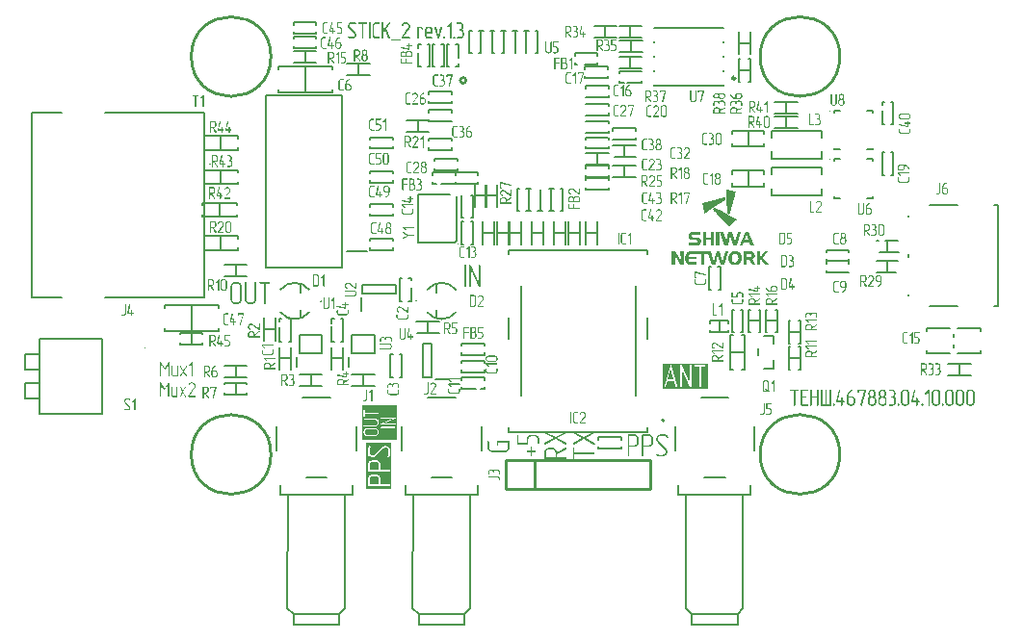
<source format=gto>
G04*
G04 #@! TF.GenerationSoftware,Altium Limited,Altium Designer,24.4.1 (13)*
G04*
G04 Layer_Color=65535*
%FSLAX44Y44*%
%MOMM*%
G71*
G04*
G04 #@! TF.SameCoordinates,F44D32EE-D624-4937-AF30-22848A2776C4*
G04*
G04*
G04 #@! TF.FilePolarity,Positive*
G04*
G01*
G75*
%ADD10C,0.1000*%
%ADD11C,0.2500*%
%ADD12C,0.2000*%
%ADD13C,0.2540*%
%ADD14C,0.1500*%
G36*
X984367Y661177D02*
X984428Y660499D01*
X984490Y659884D01*
X984521Y659176D01*
X984428Y659083D01*
X984305Y659022D01*
X983874Y658714D01*
X983751Y658652D01*
X983382Y658406D01*
X983259Y658344D01*
X982828Y658037D01*
X982704Y657975D01*
X982273Y657667D01*
X982150Y657606D01*
X981719Y657298D01*
X981596Y657236D01*
X981350Y657051D01*
X981288D01*
X980857Y656743D01*
X980734Y656682D01*
X980303Y656374D01*
X980180Y656312D01*
X979749Y656005D01*
X979626Y655943D01*
X979256Y655697D01*
X979133Y655635D01*
X978702Y655327D01*
X978579Y655266D01*
X978148Y654958D01*
X978025Y654896D01*
X977594Y654588D01*
X977470Y654527D01*
X976208Y653696D01*
X975469Y653203D01*
X974792Y652772D01*
X973314Y651787D01*
X972822Y651479D01*
X971713Y650740D01*
X971036Y650309D01*
X969558Y649324D01*
X969066Y649016D01*
X967588Y648031D01*
X966910Y647600D01*
X966541Y647353D01*
X966264Y647199D01*
X966171Y647477D01*
X966079Y647877D01*
X965956Y648369D01*
X965894Y648677D01*
X965771Y649170D01*
X965710Y649478D01*
X965525Y650217D01*
X965463Y650524D01*
X965279Y651263D01*
X965217Y651571D01*
X965032Y652310D01*
X964971Y652618D01*
X964848Y653111D01*
X964786Y653418D01*
X964601Y654157D01*
X964540Y654465D01*
X964355Y655204D01*
X964294Y655512D01*
X964170Y656005D01*
X964140Y656097D01*
X964417Y656189D01*
X964848Y656312D01*
X965587Y656497D01*
X966018Y656620D01*
X966757Y656805D01*
X967188Y656928D01*
X967926Y657113D01*
X968357Y657236D01*
X969096Y657421D01*
X969527Y657544D01*
X970266Y657729D01*
X970697Y657852D01*
X971190Y657975D01*
X971621Y658098D01*
X972360Y658283D01*
X972791Y658406D01*
X973530Y658591D01*
X973961Y658714D01*
X974700Y658899D01*
X975131Y659022D01*
X975870Y659206D01*
X976301Y659330D01*
X977039Y659514D01*
X977470Y659638D01*
X978209Y659822D01*
X978641Y659945D01*
X979379Y660130D01*
X979810Y660253D01*
X980549Y660438D01*
X980980Y660561D01*
X981719Y660746D01*
X982150Y660869D01*
X982889Y661054D01*
X983320Y661177D01*
X984305Y661423D01*
X984367Y661177D01*
D02*
G37*
G36*
X985291Y668566D02*
X985629Y668474D01*
X986337Y668258D01*
X993234Y666103D01*
X993634Y665949D01*
X993141Y664225D01*
X993080Y663979D01*
X992587Y662254D01*
X992526Y662008D01*
X991910Y659853D01*
X991848Y659607D01*
X991356Y657883D01*
X991294Y657636D01*
X990801Y655912D01*
X990740Y655666D01*
X990247Y653942D01*
X990186Y653696D01*
X989693Y651971D01*
X989632Y651725D01*
X989262Y650432D01*
X989170Y650155D01*
X989139Y650124D01*
X989047Y649662D01*
X988954Y649324D01*
X988585Y648031D01*
X988523Y647784D01*
X988031Y646060D01*
X987938Y645845D01*
X985937Y646861D01*
X985875Y647107D01*
X985783Y649478D01*
X985352Y658529D01*
X985167Y662347D01*
X985106Y663763D01*
X984921Y667642D01*
X984890Y668658D01*
X984983Y668689D01*
X985291Y668566D01*
D02*
G37*
G36*
X980672Y648985D02*
X987446Y645414D01*
X993049Y642458D01*
X993357Y642273D01*
X993418D01*
X994096Y641904D01*
X994373Y641750D01*
X993788Y641165D01*
X993665Y641103D01*
X993172Y640611D01*
X993049Y640549D01*
X992495Y639995D01*
X992372Y639934D01*
X991817Y639379D01*
X991694Y639318D01*
X991140Y638764D01*
X991017Y638702D01*
X990463Y638148D01*
X990340Y638086D01*
X989847Y637594D01*
X989724Y637532D01*
X989170Y636978D01*
X989047Y636916D01*
X988492Y636362D01*
X988369Y636301D01*
X987815Y635746D01*
X987569Y635623D01*
X986799Y636393D01*
X986738Y636516D01*
X985568Y637686D01*
X985506Y637809D01*
X984336Y638979D01*
X984275Y639102D01*
X983043Y640334D01*
X982981Y640457D01*
X981812Y641627D01*
X981750Y641750D01*
X980518Y642981D01*
X980457Y643105D01*
X979287Y644275D01*
X979225Y644398D01*
X978055Y645568D01*
X977994Y645691D01*
X976762Y646922D01*
X976701Y647045D01*
X975531Y648215D01*
X975469Y648338D01*
X974238Y649570D01*
X974176Y649693D01*
X973253Y650617D01*
X973314Y650740D01*
X973407Y650832D01*
X973530Y650894D01*
X974392Y651510D01*
X974515Y651571D01*
X974638Y651694D01*
X974761Y651756D01*
X975069Y651941D01*
X980672Y648985D01*
D02*
G37*
G36*
X844198Y454866D02*
X844260Y454853D01*
X844335Y454828D01*
X844423Y454778D01*
X844510Y454728D01*
X844597Y454653D01*
X844610Y454641D01*
X844622Y454616D01*
X844660Y454566D01*
X844685Y454503D01*
X844723Y454428D01*
X844760Y454341D01*
X844772Y454241D01*
X844785Y454128D01*
Y454116D01*
X844772Y454066D01*
X844760Y454003D01*
X844735Y453916D01*
X844697Y453816D01*
X844622Y453729D01*
X844535Y453629D01*
X844410Y453541D01*
X836475Y449280D01*
X844410Y445018D01*
X844423Y445006D01*
X844473Y444981D01*
X844522Y444931D01*
X844597Y444868D01*
X844660Y444781D01*
X844723Y444681D01*
X844772Y444556D01*
X844785Y444418D01*
Y444369D01*
X844772Y444306D01*
X844760Y444231D01*
X844735Y444156D01*
X844710Y444068D01*
X844660Y443981D01*
X844597Y443894D01*
X844585Y443881D01*
X844560Y443869D01*
X844522Y443831D01*
X844460Y443794D01*
X844385Y443756D01*
X844310Y443731D01*
X844210Y443706D01*
X844110Y443694D01*
X844098D01*
X844085D01*
X844048D01*
X843998Y443706D01*
X843885Y443731D01*
X843748Y443781D01*
X835000Y448492D01*
X826265Y443781D01*
X825902Y443694D01*
X825890D01*
X825877D01*
X825840Y443706D01*
X825790Y443719D01*
X825740Y443744D01*
X825665Y443781D01*
X825577Y443831D01*
X825490Y443894D01*
X825477Y443906D01*
X825452Y443931D01*
X825402Y443981D01*
X825352Y444044D01*
X825302Y444118D01*
X825253Y444206D01*
X825228Y444319D01*
X825215Y444431D01*
Y444493D01*
X825240Y444556D01*
X825265Y444643D01*
X825315Y444743D01*
X825377Y444843D01*
X825477Y444931D01*
X825602Y445018D01*
X833513Y449280D01*
X825602Y453541D01*
X825590Y453554D01*
X825540Y453579D01*
X825477Y453629D01*
X825402Y453691D01*
X825340Y453778D01*
X825277Y453879D01*
X825228Y454003D01*
X825215Y454141D01*
Y454191D01*
X825228Y454253D01*
X825240Y454328D01*
X825265Y454403D01*
X825302Y454491D01*
X825352Y454578D01*
X825415Y454666D01*
X825427Y454678D01*
X825452Y454703D01*
X825490Y454728D01*
X825552Y454778D01*
X825627Y454816D01*
X825702Y454841D01*
X825802Y454866D01*
X825902Y454878D01*
X825915D01*
X825927D01*
X825965D01*
X826015Y454866D01*
X826127Y454841D01*
X826265Y454778D01*
X835000Y450079D01*
X843748Y454778D01*
X843760D01*
X843773Y454791D01*
X843848Y454828D01*
X843960Y454866D01*
X844110Y454878D01*
X844123D01*
X844148D01*
X844198Y454866D01*
D02*
G37*
G36*
Y440894D02*
X844260Y440882D01*
X844335Y440857D01*
X844423Y440807D01*
X844510Y440757D01*
X844597Y440682D01*
X844610Y440669D01*
X844622Y440644D01*
X844660Y440594D01*
X844685Y440532D01*
X844723Y440457D01*
X844760Y440369D01*
X844772Y440270D01*
X844785Y440169D01*
Y440145D01*
X844772Y440070D01*
X844760Y439970D01*
X844723Y439857D01*
X844697Y439832D01*
X844648Y439770D01*
X844560Y439695D01*
X844447Y439607D01*
X836400Y434921D01*
Y432522D01*
X844098D01*
X844110D01*
X844148D01*
X844210Y432509D01*
X844285Y432496D01*
X844373Y432472D01*
X844460Y432434D01*
X844548Y432384D01*
X844622Y432322D01*
X844635Y432309D01*
X844648Y432284D01*
X844672Y432247D01*
X844697Y432184D01*
X844735Y432109D01*
X844760Y432022D01*
X844772Y431934D01*
X844785Y431822D01*
Y431797D01*
X844772Y431759D01*
X844760Y431709D01*
X844747Y431634D01*
X844710Y431559D01*
X844672Y431447D01*
X844622Y431322D01*
X844610Y431309D01*
X844585Y431297D01*
X844548Y431259D01*
X844498Y431222D01*
X844423Y431184D01*
X844335Y431159D01*
X844223Y431134D01*
X844098Y431122D01*
X825940D01*
X825927D01*
X825915D01*
X825827Y431134D01*
X825715Y431159D01*
X825590Y431209D01*
X825465Y431284D01*
X825352Y431409D01*
X825302Y431497D01*
X825265Y431584D01*
X825253Y431684D01*
X825240Y431809D01*
Y436770D01*
X825253Y436858D01*
Y436983D01*
X825277Y437133D01*
X825302Y437308D01*
X825340Y437495D01*
X825390Y437708D01*
X825452Y437945D01*
X825540Y438182D01*
X825640Y438420D01*
X825752Y438670D01*
X825902Y438920D01*
X826065Y439170D01*
X826252Y439420D01*
X826465Y439657D01*
X826477Y439670D01*
X826515Y439707D01*
X826590Y439770D01*
X826677Y439857D01*
X826802Y439945D01*
X826939Y440057D01*
X827114Y440169D01*
X827289Y440282D01*
X827502Y440395D01*
X827727Y440507D01*
X827977Y440619D01*
X828239Y440707D01*
X828514Y440794D01*
X828814Y440857D01*
X829114Y440894D01*
X829439Y440907D01*
X832226D01*
X832251D01*
X832301D01*
X832388Y440894D01*
X832513Y440882D01*
X832663Y440869D01*
X832838Y440844D01*
X833026Y440807D01*
X833238Y440757D01*
X833463Y440682D01*
X833700Y440607D01*
X833950Y440507D01*
X834200Y440382D01*
X834450Y440244D01*
X834700Y440082D01*
X834938Y439882D01*
X835175Y439670D01*
X835187Y439657D01*
X835225Y439620D01*
X835287Y439545D01*
X835362Y439457D01*
X835462Y439332D01*
X835562Y439195D01*
X835675Y439020D01*
X835787Y438845D01*
X835900Y438632D01*
X836012Y438408D01*
X836112Y438158D01*
X836212Y437895D01*
X836287Y437620D01*
X836350Y437320D01*
X836387Y437020D01*
X836400Y436695D01*
Y436521D01*
X843748Y440807D01*
X843760D01*
X843773Y440819D01*
X843848Y440857D01*
X843960Y440894D01*
X844110Y440907D01*
X844123D01*
X844148D01*
X844198Y440894D01*
D02*
G37*
G36*
X930121Y452760D02*
X930209D01*
X930396Y452735D01*
X930634Y452710D01*
X930909Y452660D01*
X931209Y452598D01*
X931534Y452510D01*
X931546D01*
X931571Y452498D01*
X931621Y452485D01*
X931684Y452460D01*
X931758Y452435D01*
X931858Y452410D01*
X932071Y452323D01*
X932321Y452223D01*
X932583Y452098D01*
X932858Y451948D01*
X933133Y451785D01*
X933146Y451773D01*
X933183Y451748D01*
X933233Y451698D01*
X933296Y451623D01*
X933308Y451598D01*
X933333Y451573D01*
X933346Y451523D01*
X933371Y451473D01*
X933395Y451398D01*
X933433Y451310D01*
X933458Y451210D01*
Y451198D01*
Y451160D01*
X933446Y451110D01*
X933433Y451048D01*
X933408Y450973D01*
X933358Y450886D01*
X933308Y450798D01*
X933233Y450710D01*
X933221Y450698D01*
X933196Y450673D01*
X933146Y450635D01*
X933083Y450598D01*
X932933Y450523D01*
X932846Y450498D01*
X932746Y450486D01*
X932358Y450611D01*
X932346Y450623D01*
X932308Y450648D01*
X932246Y450686D01*
X932171Y450736D01*
X932071Y450785D01*
X931946Y450848D01*
X931808Y450923D01*
X931646Y450998D01*
X931471Y451060D01*
X931284Y451135D01*
X931084Y451198D01*
X930871Y451260D01*
X930659Y451298D01*
X930421Y451335D01*
X930184Y451360D01*
X929934Y451373D01*
X927759D01*
X927672Y451360D01*
X927572Y451348D01*
X927447Y451323D01*
X927310Y451298D01*
X927172Y451273D01*
X926847Y451173D01*
X926685Y451098D01*
X926522Y451023D01*
X926347Y450923D01*
X926185Y450811D01*
X926022Y450686D01*
X925872Y450536D01*
X925860Y450523D01*
X925835Y450498D01*
X925798Y450448D01*
X925748Y450386D01*
X925685Y450311D01*
X925622Y450211D01*
X925548Y450111D01*
X925485Y449986D01*
X925410Y449848D01*
X925335Y449698D01*
X925210Y449361D01*
X925160Y449173D01*
X925123Y448986D01*
X925098Y448786D01*
X925085Y448574D01*
X925123Y448011D01*
X925173Y447749D01*
X925273Y447499D01*
X925285Y447486D01*
X925310Y447436D01*
X925360Y447361D01*
X925423Y447249D01*
X925510Y447124D01*
X925622Y446962D01*
X925760Y446786D01*
X925922Y446599D01*
X932146Y440351D01*
X932158Y440338D01*
X932171Y440326D01*
X932208Y440288D01*
X932246Y440251D01*
X932358Y440126D01*
X932496Y439951D01*
X932646Y439751D01*
X932796Y439526D01*
X932946Y439263D01*
X933071Y438988D01*
X933183Y438664D01*
X933321Y438139D01*
X933383Y437814D01*
Y437414D01*
Y437389D01*
Y437339D01*
X933371Y437252D01*
Y437127D01*
X933346Y436989D01*
X933321Y436814D01*
X933283Y436627D01*
X933246Y436414D01*
X933183Y436189D01*
X933108Y435964D01*
X933008Y435714D01*
X932896Y435477D01*
X932771Y435227D01*
X932608Y434990D01*
X932433Y434740D01*
X932233Y434515D01*
X932221Y434502D01*
X932183Y434465D01*
X932108Y434402D01*
X932021Y434315D01*
X931896Y434215D01*
X931758Y434102D01*
X931583Y433990D01*
X931396Y433877D01*
X931184Y433752D01*
X930959Y433640D01*
X930709Y433527D01*
X930434Y433428D01*
X930146Y433353D01*
X929846Y433278D01*
X929521Y433240D01*
X929184Y433228D01*
X927085D01*
X926985Y433240D01*
X926860D01*
X926710Y433252D01*
X926522Y433278D01*
X926322Y433315D01*
X926097Y433353D01*
X925860Y433402D01*
X925610Y433465D01*
X925348Y433552D01*
X925073Y433640D01*
X924798Y433752D01*
X924523Y433890D01*
X924248Y434040D01*
X923986Y434215D01*
X923748Y434465D01*
X923686Y434777D01*
Y434790D01*
Y434815D01*
X923698Y434852D01*
X923710Y434915D01*
X923736Y434977D01*
X923761Y435052D01*
X923811Y435140D01*
X923873Y435227D01*
X923885Y435239D01*
X923911Y435265D01*
X923948Y435314D01*
X924010Y435364D01*
X924148Y435452D01*
X924235Y435477D01*
X924335Y435489D01*
X924735Y435352D01*
X924748Y435340D01*
X924785Y435327D01*
X924848Y435289D01*
X924923Y435239D01*
X925035Y435190D01*
X925148Y435127D01*
X925298Y435052D01*
X925448Y434990D01*
X925622Y434927D01*
X925810Y434852D01*
X925997Y434790D01*
X926210Y434740D01*
X926435Y434690D01*
X926660Y434665D01*
X926897Y434640D01*
X927135Y434627D01*
X929297D01*
X929372Y434640D01*
X929472Y434652D01*
X929584Y434677D01*
X929709Y434702D01*
X929846Y434727D01*
X930159Y434827D01*
X930321Y434902D01*
X930484Y434977D01*
X930659Y435077D01*
X930821Y435190D01*
X930984Y435314D01*
X931146Y435464D01*
X931159Y435477D01*
X931184Y435502D01*
X931221Y435552D01*
X931284Y435614D01*
X931346Y435689D01*
X931421Y435789D01*
X931496Y435902D01*
X931571Y436027D01*
X931646Y436164D01*
X931733Y436314D01*
X931858Y436652D01*
X931921Y436827D01*
X931958Y437014D01*
X931983Y437214D01*
X931996Y437426D01*
X931946Y437901D01*
Y437926D01*
X931933Y437976D01*
X931921Y438051D01*
X931883Y438139D01*
Y438151D01*
Y438164D01*
X931858Y438226D01*
X931833Y438314D01*
X931796Y438401D01*
X931784Y438426D01*
X931771Y438489D01*
X931721Y438576D01*
X931658Y438701D01*
X931583Y438851D01*
X931471Y439013D01*
X931334Y439201D01*
X931171Y439388D01*
X924923Y445637D01*
X924898Y445662D01*
X924835Y445724D01*
X924748Y445837D01*
X924623Y445987D01*
X924473Y446187D01*
X924323Y446412D01*
X924148Y446687D01*
X923973Y446999D01*
Y447011D01*
X923960Y447037D01*
X923948Y447074D01*
X923923Y447136D01*
X923911Y447199D01*
X923885Y447286D01*
X923836Y447486D01*
X923773Y447724D01*
X923736Y447986D01*
X923698Y448274D01*
X923686Y448574D01*
Y448599D01*
Y448649D01*
X923698Y448736D01*
Y448861D01*
X923723Y449011D01*
X923748Y449173D01*
X923785Y449361D01*
X923823Y449573D01*
X923885Y449798D01*
X923960Y450023D01*
X924060Y450273D01*
X924160Y450511D01*
X924298Y450760D01*
X924448Y451011D01*
X924623Y451248D01*
X924823Y451473D01*
X924835Y451485D01*
X924873Y451535D01*
X924948Y451598D01*
X925048Y451673D01*
X925160Y451773D01*
X925310Y451885D01*
X925473Y451998D01*
X925660Y452123D01*
X925872Y452248D01*
X926097Y452360D01*
X926360Y452473D01*
X926622Y452573D01*
X926910Y452648D01*
X927222Y452723D01*
X927547Y452760D01*
X927885Y452772D01*
X930059D01*
X930121Y452760D01*
D02*
G37*
G36*
X916875D02*
X917000D01*
X917150Y452735D01*
X917325Y452710D01*
X917512Y452673D01*
X917725Y452622D01*
X917950Y452560D01*
X918187Y452473D01*
X918437Y452373D01*
X918687Y452260D01*
X918949Y452110D01*
X919199Y451948D01*
X919449Y451760D01*
X919687Y451548D01*
X919699Y451535D01*
X919712Y451523D01*
X919749Y451485D01*
X919787Y451448D01*
X919899Y451323D01*
X920036Y451160D01*
X920186Y450961D01*
X920336Y450736D01*
X920486Y450486D01*
X920611Y450211D01*
X920824Y449461D01*
X920899Y449024D01*
Y448586D01*
Y445774D01*
Y445749D01*
Y445699D01*
X920886Y445612D01*
Y445487D01*
X920861Y445337D01*
X920836Y445162D01*
X920799Y444975D01*
X920749Y444762D01*
X920686Y444537D01*
X920599Y444300D01*
X920499Y444050D01*
X920386Y443800D01*
X920236Y443550D01*
X920074Y443300D01*
X919886Y443063D01*
X919674Y442825D01*
X919662Y442813D01*
X919624Y442775D01*
X919549Y442713D01*
X919462Y442638D01*
X919337Y442550D01*
X919199Y442438D01*
X919024Y442338D01*
X918837Y442225D01*
X918637Y442100D01*
X918412Y442000D01*
X918162Y441900D01*
X917899Y441800D01*
X917612Y441725D01*
X917325Y441663D01*
X917012Y441625D01*
X916687Y441613D01*
X912513D01*
Y433927D01*
Y433915D01*
Y433877D01*
X912501Y433815D01*
X912488Y433740D01*
X912463Y433652D01*
X912426Y433565D01*
X912376Y433477D01*
X912313Y433402D01*
X912301Y433390D01*
X912276Y433377D01*
X912238Y433353D01*
X912176Y433315D01*
X912101Y433278D01*
X912013Y433252D01*
X911926Y433240D01*
X911814Y433228D01*
X911789D01*
X911751Y433240D01*
X911701Y433252D01*
X911626Y433265D01*
X911551Y433302D01*
X911439Y433340D01*
X911314Y433402D01*
X911301Y433415D01*
X911289Y433440D01*
X911251Y433477D01*
X911214Y433527D01*
X911176Y433602D01*
X911151Y433690D01*
X911126Y433802D01*
X911114Y433927D01*
Y452073D01*
Y452085D01*
Y452098D01*
X911126Y452185D01*
X911151Y452298D01*
X911201Y452423D01*
X911289Y452548D01*
X911414Y452660D01*
X911489Y452710D01*
X911589Y452747D01*
X911689Y452760D01*
X911814Y452772D01*
X916787D01*
X916875Y452760D01*
D02*
G37*
G36*
X904303D02*
X904428D01*
X904578Y452735D01*
X904753Y452710D01*
X904940Y452673D01*
X905153Y452622D01*
X905378Y452560D01*
X905615Y452473D01*
X905865Y452373D01*
X906115Y452260D01*
X906377Y452110D01*
X906627Y451948D01*
X906877Y451760D01*
X907115Y451548D01*
X907127Y451535D01*
X907140Y451523D01*
X907177Y451485D01*
X907215Y451448D01*
X907327Y451323D01*
X907465Y451160D01*
X907615Y450961D01*
X907765Y450736D01*
X907915Y450486D01*
X908039Y450211D01*
X908252Y449461D01*
X908327Y449024D01*
Y448586D01*
Y445774D01*
Y445749D01*
Y445699D01*
X908315Y445612D01*
Y445487D01*
X908289Y445337D01*
X908264Y445162D01*
X908227Y444975D01*
X908177Y444762D01*
X908114Y444537D01*
X908027Y444300D01*
X907927Y444050D01*
X907815Y443800D01*
X907665Y443550D01*
X907502Y443300D01*
X907315Y443063D01*
X907102Y442825D01*
X907090Y442813D01*
X907052Y442775D01*
X906977Y442713D01*
X906890Y442638D01*
X906765Y442550D01*
X906627Y442438D01*
X906452Y442338D01*
X906265Y442225D01*
X906065Y442100D01*
X905840Y442000D01*
X905590Y441900D01*
X905328Y441800D01*
X905040Y441725D01*
X904753Y441663D01*
X904441Y441625D01*
X904116Y441613D01*
X899942D01*
Y433927D01*
Y433915D01*
Y433877D01*
X899929Y433815D01*
X899917Y433740D01*
X899892Y433652D01*
X899854Y433565D01*
X899804Y433477D01*
X899742Y433402D01*
X899729Y433390D01*
X899704Y433377D01*
X899667Y433353D01*
X899604Y433315D01*
X899529Y433278D01*
X899442Y433252D01*
X899354Y433240D01*
X899242Y433228D01*
X899217D01*
X899179Y433240D01*
X899129Y433252D01*
X899054Y433265D01*
X898979Y433302D01*
X898867Y433340D01*
X898742Y433402D01*
X898729Y433415D01*
X898717Y433440D01*
X898679Y433477D01*
X898642Y433527D01*
X898605Y433602D01*
X898579Y433690D01*
X898555Y433802D01*
X898542Y433927D01*
Y452073D01*
Y452085D01*
Y452098D01*
X898555Y452185D01*
X898579Y452298D01*
X898629Y452423D01*
X898717Y452548D01*
X898842Y452660D01*
X898917Y452710D01*
X899017Y452747D01*
X899117Y452760D01*
X899242Y452772D01*
X904215D01*
X904303Y452760D01*
D02*
G37*
G36*
X495564Y516540D02*
X495606Y516532D01*
X495648Y516515D01*
X495698Y516482D01*
X495747Y516448D01*
X495797Y516398D01*
X495806Y516390D01*
X495822Y516373D01*
X495839Y516340D01*
X495864Y516290D01*
X495889Y516240D01*
X495914Y516173D01*
X495922Y516090D01*
X495931Y516007D01*
Y503918D01*
Y503910D01*
Y503885D01*
X495922Y503843D01*
X495914Y503793D01*
X495897Y503735D01*
X495872Y503677D01*
X495839Y503618D01*
X495797Y503568D01*
X495789Y503560D01*
X495772Y503552D01*
X495747Y503535D01*
X495706Y503510D01*
X495656Y503485D01*
X495597Y503468D01*
X495539Y503460D01*
X495464Y503452D01*
X495448D01*
X495423Y503460D01*
X495389Y503468D01*
X495339Y503477D01*
X495289Y503502D01*
X495214Y503527D01*
X495131Y503568D01*
X495123Y503577D01*
X495114Y503593D01*
X495089Y503618D01*
X495064Y503652D01*
X495039Y503702D01*
X495023Y503760D01*
X495006Y503835D01*
X494998Y503918D01*
Y514357D01*
X492140Y509725D01*
X492132Y509717D01*
X492107Y509683D01*
X492073Y509633D01*
X492023Y509583D01*
X491965Y509533D01*
X491898Y509483D01*
X491815Y509450D01*
X491732Y509442D01*
X491724D01*
X491698Y509450D01*
X491648Y509459D01*
X491599Y509475D01*
X491540Y509509D01*
X491474Y509558D01*
X491407Y509633D01*
X491340Y509725D01*
X488499Y514349D01*
Y503918D01*
Y503910D01*
Y503885D01*
X488491Y503843D01*
X488483Y503793D01*
X488466Y503735D01*
X488441Y503677D01*
X488408Y503618D01*
X488366Y503568D01*
X488358Y503560D01*
X488341Y503552D01*
X488316Y503535D01*
X488274Y503510D01*
X488224Y503485D01*
X488166Y503468D01*
X488108Y503460D01*
X488033Y503452D01*
X488016D01*
X487991Y503460D01*
X487958Y503468D01*
X487908Y503477D01*
X487858Y503502D01*
X487783Y503527D01*
X487700Y503568D01*
X487691Y503577D01*
X487683Y503593D01*
X487658Y503618D01*
X487633Y503652D01*
X487608Y503702D01*
X487591Y503760D01*
X487575Y503835D01*
X487566Y503918D01*
Y516007D01*
Y516015D01*
Y516048D01*
X487575Y516090D01*
X487583Y516148D01*
X487616Y516282D01*
X487641Y516340D01*
X487674Y516398D01*
X487683Y516407D01*
X487700Y516423D01*
X487724Y516448D01*
X487758Y516473D01*
X487799Y516498D01*
X487858Y516523D01*
X487916Y516540D01*
X487983Y516548D01*
X488024D01*
X488058Y516540D01*
X488133Y516523D01*
X488216Y516482D01*
X488224Y516473D01*
X488233Y516465D01*
X488258Y516448D01*
X488283Y516423D01*
X488316Y516382D01*
X488366Y516323D01*
X488424Y516248D01*
X491740Y510858D01*
X495064Y516248D01*
X495073Y516265D01*
X495098Y516298D01*
X495139Y516340D01*
X495189Y516398D01*
X495256Y516457D01*
X495331Y516498D01*
X495414Y516532D01*
X495506Y516548D01*
X495531D01*
X495564Y516540D01*
D02*
G37*
G36*
X510435Y512766D02*
X510477Y512758D01*
X510535Y512741D01*
X510585Y512716D01*
X510644Y512683D01*
X510702Y512641D01*
X510710Y512633D01*
X510727Y512616D01*
X510744Y512591D01*
X510777Y512549D01*
X510802Y512499D01*
X510819Y512449D01*
X510835Y512383D01*
X510844Y512316D01*
Y512308D01*
Y512299D01*
X510835Y512241D01*
X510819Y512166D01*
X510777Y512083D01*
X508569Y508117D01*
X510777Y504135D01*
Y504127D01*
X510785Y504118D01*
X510810Y504068D01*
X510835Y503993D01*
X510844Y503893D01*
Y503885D01*
Y503868D01*
X510835Y503835D01*
X510827Y503793D01*
X510810Y503743D01*
X510777Y503693D01*
X510744Y503635D01*
X510694Y503577D01*
X510685Y503568D01*
X510669Y503560D01*
X510635Y503535D01*
X510594Y503518D01*
X510544Y503493D01*
X510485Y503468D01*
X510419Y503460D01*
X510344Y503452D01*
X510302D01*
X510252Y503468D01*
X510202Y503485D01*
X510135Y503510D01*
X510077Y503552D01*
X510010Y503610D01*
X509961Y503693D01*
X508036Y507151D01*
X506120Y503693D01*
X505953Y503510D01*
X505720Y503452D01*
X505687D01*
X505653Y503460D01*
X505603Y503468D01*
X505545Y503485D01*
X505495Y503502D01*
X505437Y503535D01*
X505378Y503577D01*
X505370Y503585D01*
X505353Y503602D01*
X505337Y503627D01*
X505312Y503668D01*
X505278Y503718D01*
X505262Y503768D01*
X505245Y503835D01*
X505237Y503902D01*
Y503910D01*
Y503918D01*
X505245Y503977D01*
X505262Y504052D01*
X505303Y504135D01*
X507511Y508109D01*
X505303Y512083D01*
X505237Y512324D01*
Y512333D01*
Y512349D01*
X505245Y512383D01*
X505253Y512424D01*
X505270Y512474D01*
X505295Y512524D01*
X505328Y512583D01*
X505378Y512633D01*
X505387Y512641D01*
X505403Y512658D01*
X505437Y512674D01*
X505478Y512708D01*
X505528Y512733D01*
X505587Y512749D01*
X505653Y512766D01*
X505728Y512774D01*
X505770D01*
X505820Y512766D01*
X505878Y512741D01*
X505945Y512716D01*
X506003Y512674D01*
X506070Y512616D01*
X506120Y512533D01*
X508036Y509067D01*
X509961Y512524D01*
X510127Y512708D01*
X510360Y512774D01*
X510394D01*
X510435Y512766D01*
D02*
G37*
G36*
X502979Y512749D02*
X503021Y512741D01*
X503071Y512724D01*
X503129Y512708D01*
X503179Y512674D01*
X503237Y512633D01*
X503246Y512624D01*
X503262Y512608D01*
X503287Y512583D01*
X503312Y512541D01*
X503337Y512491D01*
X503362Y512433D01*
X503379Y512366D01*
X503387Y512291D01*
Y503910D01*
Y503902D01*
Y503893D01*
X503379Y503835D01*
X503362Y503768D01*
X503329Y503685D01*
X503270Y503593D01*
X503187Y503527D01*
X503137Y503493D01*
X503079Y503468D01*
X503004Y503460D01*
X502921Y503452D01*
X499588D01*
X499530Y503460D01*
X499463Y503468D01*
X499388Y503477D01*
X499296Y503493D01*
X499205Y503518D01*
X498997Y503585D01*
X498888Y503627D01*
X498772Y503677D01*
X498663Y503735D01*
X498555Y503810D01*
X498447Y503893D01*
X498338Y503985D01*
X498330Y503993D01*
X498313Y504010D01*
X498288Y504043D01*
X498255Y504085D01*
X498214Y504135D01*
X498172Y504202D01*
X498122Y504268D01*
X498072Y504351D01*
X498022Y504443D01*
X497972Y504543D01*
X497889Y504776D01*
X497855Y504893D01*
X497830Y505026D01*
X497814Y505168D01*
X497805Y505309D01*
Y512291D01*
Y512299D01*
Y512316D01*
X497814Y512349D01*
X497822Y512383D01*
X497839Y512433D01*
X497864Y512483D01*
X497897Y512541D01*
X497939Y512599D01*
X497947Y512608D01*
X497963Y512624D01*
X497997Y512649D01*
X498030Y512683D01*
X498080Y512708D01*
X498139Y512733D01*
X498205Y512749D01*
X498272Y512758D01*
X498297D01*
X498330Y512749D01*
X498372Y512741D01*
X498422Y512724D01*
X498480Y512708D01*
X498530Y512674D01*
X498588Y512633D01*
X498597Y512624D01*
X498613Y512608D01*
X498638Y512583D01*
X498663Y512541D01*
X498688Y512491D01*
X498713Y512433D01*
X498730Y512366D01*
X498738Y512291D01*
Y505309D01*
Y505301D01*
Y505293D01*
X498747Y505243D01*
X498755Y505168D01*
X498772Y505085D01*
X498805Y504976D01*
X498855Y504868D01*
X498913Y504760D01*
X499005Y504651D01*
X499013Y504643D01*
X499055Y504610D01*
X499113Y504568D01*
X499188Y504518D01*
X499280Y504468D01*
X499397Y504426D01*
X499521Y504393D01*
X499663Y504385D01*
X502454D01*
Y512291D01*
Y512299D01*
Y512316D01*
X502462Y512349D01*
X502471Y512383D01*
X502487Y512433D01*
X502512Y512483D01*
X502546Y512541D01*
X502587Y512599D01*
X502596Y512608D01*
X502612Y512624D01*
X502646Y512649D01*
X502679Y512683D01*
X502729Y512708D01*
X502787Y512733D01*
X502854Y512749D01*
X502921Y512758D01*
X502946D01*
X502979Y512749D01*
D02*
G37*
G36*
X516026Y516473D02*
X516067Y516465D01*
X516117Y516448D01*
X516175Y516432D01*
X516226Y516398D01*
X516284Y516357D01*
X516292Y516348D01*
X516309Y516332D01*
X516334Y516307D01*
X516359Y516265D01*
X516384Y516223D01*
X516409Y516165D01*
X516426Y516098D01*
X516434Y516023D01*
Y503910D01*
Y503902D01*
Y503877D01*
X516426Y503835D01*
X516417Y503785D01*
X516400Y503727D01*
X516376Y503668D01*
X516342Y503610D01*
X516301Y503560D01*
X516292Y503552D01*
X516275Y503543D01*
X516250Y503527D01*
X516209Y503510D01*
X516159Y503485D01*
X516101Y503468D01*
X516042Y503460D01*
X515967Y503452D01*
X515951D01*
X515926Y503460D01*
X515892Y503468D01*
X515842Y503477D01*
X515792Y503502D01*
X515717Y503527D01*
X515634Y503560D01*
X515626Y503568D01*
X515617Y503585D01*
X515592Y503610D01*
X515567Y503643D01*
X515542Y503693D01*
X515526Y503752D01*
X515509Y503827D01*
X515501Y503910D01*
Y514899D01*
X513501Y512891D01*
X513493Y512883D01*
X513476Y512874D01*
X513451Y512849D01*
X513410Y512824D01*
X513368Y512799D01*
X513310Y512783D01*
X513251Y512766D01*
X513185Y512758D01*
X513151D01*
X513118Y512766D01*
X513068Y512774D01*
X513018Y512791D01*
X512960Y512816D01*
X512910Y512849D01*
X512851Y512891D01*
X512843Y512899D01*
X512835Y512916D01*
X512810Y512949D01*
X512785Y512991D01*
X512760Y513041D01*
X512743Y513099D01*
X512726Y513158D01*
X512718Y513232D01*
Y513249D01*
X512726Y513266D01*
X512735Y513299D01*
X512751Y513341D01*
X512776Y513399D01*
X512810Y513466D01*
X512851Y513549D01*
X515634Y516348D01*
X515642Y516357D01*
X515659Y516373D01*
X515684Y516390D01*
X515726Y516415D01*
X515776Y516440D01*
X515826Y516465D01*
X515892Y516473D01*
X515959Y516482D01*
X515992D01*
X516026Y516473D01*
D02*
G37*
G36*
X969000Y493000D02*
X929000D01*
Y515000D01*
X969000D01*
Y493000D01*
D02*
G37*
G36*
X816749Y452373D02*
X816873Y452360D01*
X817023Y452348D01*
X817198Y452323D01*
X817386Y452285D01*
X817598Y452235D01*
X817823Y452160D01*
X818061Y452085D01*
X818311Y451985D01*
X818561Y451860D01*
X818811Y451723D01*
X819061Y451560D01*
X819310Y451360D01*
X819548Y451148D01*
X819560Y451135D01*
X819598Y451098D01*
X819660Y451023D01*
X819735Y450935D01*
X819835Y450811D01*
X819935Y450673D01*
X820048Y450511D01*
X820160Y450323D01*
X820273Y450123D01*
X820385Y449898D01*
X820485Y449648D01*
X820585Y449398D01*
X820660Y449123D01*
X820723Y448824D01*
X820760Y448524D01*
X820772Y448211D01*
Y444650D01*
X820760Y444587D01*
X820748Y444525D01*
X820723Y444437D01*
X820697Y444350D01*
X820648Y444262D01*
X820585Y444187D01*
X820573Y444175D01*
X820548Y444162D01*
X820498Y444137D01*
X820435Y444100D01*
X820360Y444062D01*
X820273Y444037D01*
X820173Y444025D01*
X820073Y444012D01*
X820060D01*
X820048D01*
X820010Y444025D01*
X819960Y444037D01*
X819898Y444050D01*
X819835Y444087D01*
X819748Y444125D01*
X819648Y444175D01*
X819635Y444187D01*
X819610Y444212D01*
X819560Y444250D01*
X819510Y444312D01*
X819460Y444375D01*
X819410Y444475D01*
X819385Y444575D01*
X819373Y444700D01*
Y448311D01*
X819360Y448399D01*
X819348Y448499D01*
X819335Y448611D01*
X819310Y448736D01*
X819273Y448886D01*
X819173Y449186D01*
X819110Y449361D01*
X819035Y449523D01*
X818948Y449686D01*
X818836Y449861D01*
X818711Y450023D01*
X818573Y450173D01*
X818561Y450186D01*
X818536Y450211D01*
X818486Y450248D01*
X818423Y450298D01*
X818348Y450361D01*
X818248Y450436D01*
X818148Y450498D01*
X818023Y450586D01*
X817886Y450661D01*
X817736Y450723D01*
X817386Y450860D01*
X817211Y450910D01*
X817011Y450948D01*
X816798Y450973D01*
X816586Y450985D01*
X813799D01*
X813787D01*
X813749D01*
X813687D01*
X813599Y450973D01*
X813499Y450960D01*
X813387Y450948D01*
X813262Y450923D01*
X813112Y450886D01*
X812812Y450785D01*
X812637Y450723D01*
X812475Y450648D01*
X812312Y450548D01*
X812137Y450436D01*
X811975Y450311D01*
X811825Y450173D01*
X811812Y450161D01*
X811787Y450136D01*
X811750Y450086D01*
X811700Y450023D01*
X811637Y449948D01*
X811562Y449861D01*
X811500Y449748D01*
X811412Y449623D01*
X811337Y449486D01*
X811275Y449336D01*
X811137Y448998D01*
X811087Y448811D01*
X811050Y448624D01*
X811025Y448411D01*
X811012Y448199D01*
Y444674D01*
X811000Y444587D01*
X810975Y444487D01*
X810925Y444362D01*
X810850Y444225D01*
X810725Y444125D01*
X810638Y444075D01*
X810550Y444037D01*
X810450Y444025D01*
X810325Y444012D01*
X801927D01*
X801915D01*
X801902D01*
X801815Y444025D01*
X801702Y444050D01*
X801577Y444100D01*
X801452Y444175D01*
X801340Y444300D01*
X801290Y444387D01*
X801253Y444475D01*
X801240Y444575D01*
X801227Y444700D01*
Y451723D01*
X801240Y451773D01*
X801253Y451835D01*
X801277Y451910D01*
X801328Y451998D01*
X801377Y452073D01*
X801452Y452160D01*
X801465Y452173D01*
X801490Y452198D01*
X801540Y452235D01*
X801590Y452273D01*
X801752Y452348D01*
X801840Y452373D01*
X801927Y452385D01*
X801940D01*
X801977D01*
X802027Y452373D01*
X802090Y452360D01*
X802165Y452335D01*
X802240Y452310D01*
X802327Y452260D01*
X802415Y452198D01*
X802427Y452185D01*
X802452Y452160D01*
X802477Y452123D01*
X802515Y452060D01*
X802565Y451985D01*
X802590Y451898D01*
X802615Y451798D01*
X802627Y451685D01*
Y445412D01*
X809613D01*
Y448286D01*
X809625Y448374D01*
X809638Y448499D01*
X809650Y448648D01*
X809675Y448824D01*
X809713Y449011D01*
X809763Y449223D01*
X809838Y449448D01*
X809913Y449686D01*
X810013Y449923D01*
X810138Y450173D01*
X810275Y450423D01*
X810438Y450673D01*
X810638Y450910D01*
X810850Y451148D01*
X810863Y451160D01*
X810900Y451198D01*
X810975Y451260D01*
X811062Y451348D01*
X811188Y451435D01*
X811325Y451535D01*
X811487Y451648D01*
X811675Y451773D01*
X811887Y451885D01*
X812112Y451998D01*
X812350Y452098D01*
X812612Y452198D01*
X812887Y452273D01*
X813175Y452335D01*
X813487Y452373D01*
X813799Y452385D01*
X816586D01*
X816611D01*
X816661D01*
X816749Y452373D01*
D02*
G37*
G36*
X813899Y441975D02*
X813962Y441963D01*
X814037Y441938D01*
X814112Y441913D01*
X814199Y441863D01*
X814287Y441800D01*
X814299Y441788D01*
X814324Y441763D01*
X814349Y441725D01*
X814387Y441663D01*
X814437Y441588D01*
X814462Y441500D01*
X814487Y441400D01*
X814499Y441288D01*
Y438501D01*
X817298D01*
X817311D01*
X817348D01*
X817411Y438489D01*
X817486Y438476D01*
X817573Y438451D01*
X817661Y438414D01*
X817748Y438364D01*
X817823Y438301D01*
X817836Y438289D01*
X817848Y438264D01*
X817873Y438226D01*
X817898Y438164D01*
X817936Y438089D01*
X817961Y438001D01*
X817973Y437914D01*
X817986Y437801D01*
Y437776D01*
X817973Y437739D01*
X817961Y437689D01*
X817948Y437614D01*
X817911Y437539D01*
X817873Y437426D01*
X817823Y437301D01*
X817811Y437289D01*
X817786Y437276D01*
X817748Y437239D01*
X817698Y437201D01*
X817623Y437164D01*
X817536Y437139D01*
X817423Y437114D01*
X817298Y437102D01*
X814499D01*
Y434252D01*
X814487Y434190D01*
X814474Y434127D01*
X814449Y434040D01*
X814424Y433952D01*
X814374Y433865D01*
X814312Y433790D01*
X814299Y433777D01*
X814274Y433765D01*
X814224Y433740D01*
X814162Y433702D01*
X814087Y433665D01*
X813999Y433640D01*
X813899Y433627D01*
X813799Y433615D01*
X813787D01*
X813774D01*
X813737Y433627D01*
X813687Y433640D01*
X813624Y433652D01*
X813562Y433690D01*
X813474Y433727D01*
X813374Y433777D01*
X813362Y433790D01*
X813337Y433815D01*
X813287Y433852D01*
X813237Y433915D01*
X813187Y433977D01*
X813137Y434077D01*
X813112Y434177D01*
X813100Y434302D01*
Y437102D01*
X810300D01*
X810288D01*
X810263D01*
X810225Y437114D01*
X810163Y437127D01*
X810100Y437151D01*
X810025Y437189D01*
X809938Y437239D01*
X809850Y437301D01*
X809838Y437314D01*
X809813Y437339D01*
X809775Y437389D01*
X809725Y437439D01*
X809675Y437514D01*
X809638Y437601D01*
X809613Y437701D01*
X809600Y437801D01*
Y437839D01*
X809613Y437889D01*
X809625Y437951D01*
X809650Y438026D01*
X809675Y438114D01*
X809725Y438189D01*
X809788Y438276D01*
X809800Y438289D01*
X809825Y438314D01*
X809863Y438351D01*
X809925Y438389D01*
X810000Y438426D01*
X810088Y438464D01*
X810188Y438489D01*
X810300Y438501D01*
X813100D01*
Y441325D01*
X813112Y441375D01*
X813124Y441438D01*
X813149Y441513D01*
X813199Y441600D01*
X813250Y441675D01*
X813324Y441763D01*
X813337Y441775D01*
X813362Y441800D01*
X813412Y441838D01*
X813462Y441875D01*
X813624Y441950D01*
X813712Y441975D01*
X813799Y441988D01*
X813812D01*
X813849D01*
X813899Y441975D01*
D02*
G37*
G36*
X495131Y498540D02*
X495173Y498532D01*
X495215Y498515D01*
X495265Y498482D01*
X495314Y498448D01*
X495364Y498398D01*
X495373Y498390D01*
X495390Y498373D01*
X495406Y498340D01*
X495431Y498290D01*
X495456Y498240D01*
X495481Y498173D01*
X495489Y498090D01*
X495498Y498007D01*
Y485918D01*
Y485910D01*
Y485885D01*
X495489Y485843D01*
X495481Y485793D01*
X495464Y485735D01*
X495439Y485677D01*
X495406Y485618D01*
X495364Y485568D01*
X495356Y485560D01*
X495340Y485552D01*
X495314Y485535D01*
X495273Y485510D01*
X495223Y485485D01*
X495164Y485468D01*
X495106Y485460D01*
X495031Y485452D01*
X495015D01*
X494990Y485460D01*
X494956Y485468D01*
X494906Y485477D01*
X494856Y485502D01*
X494781Y485527D01*
X494698Y485568D01*
X494690Y485577D01*
X494681Y485593D01*
X494656Y485618D01*
X494631Y485652D01*
X494606Y485702D01*
X494590Y485760D01*
X494573Y485835D01*
X494565Y485918D01*
Y496357D01*
X491707Y491725D01*
X491699Y491717D01*
X491674Y491683D01*
X491640Y491633D01*
X491590Y491583D01*
X491532Y491534D01*
X491465Y491483D01*
X491382Y491450D01*
X491299Y491442D01*
X491291D01*
X491265Y491450D01*
X491216Y491459D01*
X491166Y491475D01*
X491107Y491508D01*
X491041Y491558D01*
X490974Y491633D01*
X490907Y491725D01*
X488066Y496349D01*
Y485918D01*
Y485910D01*
Y485885D01*
X488058Y485843D01*
X488050Y485793D01*
X488033Y485735D01*
X488008Y485677D01*
X487975Y485618D01*
X487933Y485568D01*
X487925Y485560D01*
X487908Y485552D01*
X487883Y485535D01*
X487841Y485510D01*
X487791Y485485D01*
X487733Y485468D01*
X487675Y485460D01*
X487600Y485452D01*
X487583D01*
X487558Y485460D01*
X487525Y485468D01*
X487475Y485477D01*
X487425Y485502D01*
X487350Y485527D01*
X487267Y485568D01*
X487258Y485577D01*
X487250Y485593D01*
X487225Y485618D01*
X487200Y485652D01*
X487175Y485702D01*
X487158Y485760D01*
X487142Y485835D01*
X487133Y485918D01*
Y498007D01*
Y498015D01*
Y498049D01*
X487142Y498090D01*
X487150Y498148D01*
X487183Y498282D01*
X487208Y498340D01*
X487242Y498398D01*
X487250Y498407D01*
X487267Y498423D01*
X487291Y498448D01*
X487325Y498473D01*
X487366Y498498D01*
X487425Y498523D01*
X487483Y498540D01*
X487550Y498548D01*
X487592D01*
X487625Y498540D01*
X487700Y498523D01*
X487783Y498482D01*
X487791Y498473D01*
X487800Y498465D01*
X487825Y498448D01*
X487850Y498423D01*
X487883Y498382D01*
X487933Y498323D01*
X487991Y498248D01*
X491307Y492858D01*
X494631Y498248D01*
X494640Y498265D01*
X494665Y498298D01*
X494706Y498340D01*
X494756Y498398D01*
X494823Y498457D01*
X494898Y498498D01*
X494981Y498532D01*
X495073Y498548D01*
X495098D01*
X495131Y498540D01*
D02*
G37*
G36*
X510002Y494766D02*
X510044Y494758D01*
X510102Y494741D01*
X510152Y494716D01*
X510211Y494683D01*
X510269Y494641D01*
X510277Y494633D01*
X510294Y494616D01*
X510311Y494591D01*
X510344Y494549D01*
X510369Y494499D01*
X510386Y494449D01*
X510402Y494383D01*
X510411Y494316D01*
Y494308D01*
Y494299D01*
X510402Y494241D01*
X510386Y494166D01*
X510344Y494083D01*
X508136Y490117D01*
X510344Y486135D01*
Y486127D01*
X510352Y486118D01*
X510377Y486068D01*
X510402Y485993D01*
X510411Y485893D01*
Y485885D01*
Y485868D01*
X510402Y485835D01*
X510394Y485793D01*
X510377Y485743D01*
X510344Y485693D01*
X510311Y485635D01*
X510261Y485577D01*
X510252Y485568D01*
X510236Y485560D01*
X510202Y485535D01*
X510161Y485518D01*
X510111Y485493D01*
X510052Y485468D01*
X509986Y485460D01*
X509911Y485452D01*
X509869D01*
X509819Y485468D01*
X509769Y485485D01*
X509702Y485510D01*
X509644Y485552D01*
X509577Y485610D01*
X509528Y485693D01*
X507603Y489151D01*
X505687Y485693D01*
X505520Y485510D01*
X505287Y485452D01*
X505254D01*
X505220Y485460D01*
X505170Y485468D01*
X505112Y485485D01*
X505062Y485502D01*
X505004Y485535D01*
X504945Y485577D01*
X504937Y485585D01*
X504920Y485602D01*
X504904Y485627D01*
X504879Y485668D01*
X504845Y485718D01*
X504829Y485768D01*
X504812Y485835D01*
X504804Y485902D01*
Y485910D01*
Y485918D01*
X504812Y485976D01*
X504829Y486051D01*
X504870Y486135D01*
X507078Y490109D01*
X504870Y494083D01*
X504804Y494324D01*
Y494333D01*
Y494349D01*
X504812Y494383D01*
X504820Y494424D01*
X504837Y494474D01*
X504862Y494524D01*
X504895Y494583D01*
X504945Y494633D01*
X504954Y494641D01*
X504970Y494658D01*
X505004Y494674D01*
X505045Y494708D01*
X505095Y494733D01*
X505154Y494749D01*
X505220Y494766D01*
X505295Y494774D01*
X505337D01*
X505387Y494766D01*
X505445Y494741D01*
X505512Y494716D01*
X505570Y494674D01*
X505637Y494616D01*
X505687Y494533D01*
X507603Y491067D01*
X509528Y494524D01*
X509694Y494708D01*
X509927Y494774D01*
X509961D01*
X510002Y494766D01*
D02*
G37*
G36*
X502546Y494749D02*
X502588Y494741D01*
X502638Y494724D01*
X502696Y494708D01*
X502746Y494674D01*
X502804Y494633D01*
X502813Y494624D01*
X502829Y494608D01*
X502854Y494583D01*
X502879Y494541D01*
X502904Y494491D01*
X502929Y494433D01*
X502946Y494366D01*
X502954Y494291D01*
Y485910D01*
Y485902D01*
Y485893D01*
X502946Y485835D01*
X502929Y485768D01*
X502896Y485685D01*
X502838Y485593D01*
X502754Y485527D01*
X502704Y485493D01*
X502646Y485468D01*
X502571Y485460D01*
X502488Y485452D01*
X499155D01*
X499097Y485460D01*
X499030Y485468D01*
X498955Y485477D01*
X498864Y485493D01*
X498772Y485518D01*
X498564Y485585D01*
X498455Y485627D01*
X498339Y485677D01*
X498230Y485735D01*
X498122Y485810D01*
X498014Y485893D01*
X497906Y485985D01*
X497897Y485993D01*
X497881Y486010D01*
X497855Y486043D01*
X497822Y486085D01*
X497780Y486135D01*
X497739Y486202D01*
X497689Y486268D01*
X497639Y486352D01*
X497589Y486443D01*
X497539Y486543D01*
X497456Y486776D01*
X497422Y486893D01*
X497397Y487026D01*
X497381Y487168D01*
X497372Y487309D01*
Y494291D01*
Y494299D01*
Y494316D01*
X497381Y494349D01*
X497389Y494383D01*
X497406Y494433D01*
X497431Y494483D01*
X497464Y494541D01*
X497506Y494599D01*
X497514Y494608D01*
X497531Y494624D01*
X497564Y494649D01*
X497597Y494683D01*
X497647Y494708D01*
X497705Y494733D01*
X497772Y494749D01*
X497839Y494758D01*
X497864D01*
X497897Y494749D01*
X497939Y494741D01*
X497989Y494724D01*
X498047Y494708D01*
X498097Y494674D01*
X498155Y494633D01*
X498164Y494624D01*
X498180Y494608D01*
X498205Y494583D01*
X498230Y494541D01*
X498255Y494491D01*
X498280Y494433D01*
X498297Y494366D01*
X498305Y494291D01*
Y487309D01*
Y487301D01*
Y487293D01*
X498314Y487243D01*
X498322Y487168D01*
X498339Y487085D01*
X498372Y486976D01*
X498422Y486868D01*
X498480Y486760D01*
X498572Y486651D01*
X498580Y486643D01*
X498622Y486610D01*
X498680Y486568D01*
X498755Y486518D01*
X498847Y486468D01*
X498964Y486426D01*
X499089Y486393D01*
X499230Y486385D01*
X502021D01*
Y494291D01*
Y494299D01*
Y494316D01*
X502029Y494349D01*
X502038Y494383D01*
X502054Y494433D01*
X502079Y494483D01*
X502113Y494541D01*
X502154Y494599D01*
X502163Y494608D01*
X502179Y494624D01*
X502213Y494649D01*
X502246Y494683D01*
X502296Y494708D01*
X502354Y494733D01*
X502421Y494749D01*
X502488Y494758D01*
X502513D01*
X502546Y494749D01*
D02*
G37*
G36*
X515518Y498482D02*
X515609Y498473D01*
X515726Y498465D01*
X515859Y498440D01*
X516009Y498415D01*
X516176Y498373D01*
X516359Y498323D01*
X516551Y498265D01*
X516742Y498190D01*
X516951Y498107D01*
X517151Y497999D01*
X517359Y497873D01*
X517567Y497732D01*
X517767Y497574D01*
X517784Y497565D01*
X517817Y497532D01*
X517867Y497474D01*
X517942Y497407D01*
X518025Y497307D01*
X518117Y497199D01*
X518217Y497074D01*
X518317Y496932D01*
X518417Y496766D01*
X518517Y496590D01*
X518609Y496407D01*
X518692Y496207D01*
X518767Y495991D01*
X518817Y495766D01*
X518858Y495524D01*
X518867Y495283D01*
Y495274D01*
Y495266D01*
Y495241D01*
Y495207D01*
X518858Y495116D01*
X518850Y494999D01*
X518834Y494866D01*
X518809Y494716D01*
X518775Y494558D01*
X518725Y494391D01*
Y494383D01*
X518717Y494374D01*
X518708Y494349D01*
X518700Y494316D01*
X518684Y494274D01*
X518658Y494224D01*
X518609Y494100D01*
X518542Y493958D01*
X518459Y493783D01*
X518359Y493591D01*
X518242Y493383D01*
X513610Y486385D01*
X518325D01*
X518359Y486376D01*
X518400Y486368D01*
X518450Y486352D01*
X518508Y486318D01*
X518559Y486285D01*
X518617Y486235D01*
X518625Y486227D01*
X518642Y486210D01*
X518667Y486176D01*
X518692Y486143D01*
X518742Y486035D01*
X518759Y485976D01*
X518767Y485918D01*
Y485910D01*
Y485885D01*
X518759Y485852D01*
X518750Y485810D01*
X518733Y485760D01*
X518717Y485710D01*
X518684Y485652D01*
X518642Y485593D01*
X518633Y485585D01*
X518617Y485568D01*
X518592Y485552D01*
X518559Y485527D01*
X518508Y485493D01*
X518450Y485477D01*
X518384Y485460D01*
X518300Y485452D01*
X512710D01*
X512677Y485460D01*
X512635Y485468D01*
X512585Y485485D01*
X512527Y485510D01*
X512468Y485543D01*
X512410Y485593D01*
X512402Y485602D01*
X512393Y485618D01*
X512368Y485652D01*
X512343Y485702D01*
X512318Y485752D01*
X512302Y485810D01*
X512285Y485877D01*
X512277Y485952D01*
Y485960D01*
Y485976D01*
X512285Y486026D01*
X512302Y486101D01*
X512343Y486176D01*
X517459Y493908D01*
X517650Y494266D01*
X517792Y494599D01*
X517800Y494616D01*
X517809Y494658D01*
X517825Y494724D01*
X517850Y494808D01*
X517875Y494916D01*
X517892Y495033D01*
X517900Y495149D01*
X517909Y495283D01*
Y495291D01*
Y495324D01*
X517900Y495374D01*
Y495441D01*
X517884Y495524D01*
X517867Y495616D01*
X517842Y495724D01*
X517817Y495832D01*
X517775Y495957D01*
X517725Y496082D01*
X517659Y496216D01*
X517584Y496349D01*
X517500Y496482D01*
X517392Y496615D01*
X517276Y496749D01*
X517142Y496874D01*
X517126Y496890D01*
X517084Y496924D01*
X517009Y496982D01*
X516917Y497049D01*
X516801Y497124D01*
X516667Y497207D01*
X516517Y497282D01*
X516351Y497357D01*
X516342D01*
X516334Y497365D01*
X516309Y497374D01*
X516276Y497382D01*
X516184Y497415D01*
X516068Y497449D01*
X515926Y497482D01*
X515768Y497515D01*
X515601Y497532D01*
X515426Y497540D01*
X515359D01*
X515318Y497532D01*
X515259D01*
X515193Y497524D01*
X515118Y497507D01*
X515034Y497499D01*
X514851Y497457D01*
X514651Y497390D01*
X514435Y497299D01*
X514335Y497249D01*
X514226Y497182D01*
X514218D01*
X514201Y497165D01*
X514176Y497140D01*
X514135Y497115D01*
X514085Y497074D01*
X514035Y497024D01*
X513976Y496965D01*
X513910Y496899D01*
X513843Y496815D01*
X513768Y496724D01*
X513693Y496624D01*
X513618Y496516D01*
X513543Y496390D01*
X513468Y496257D01*
X513401Y496116D01*
X513335Y495957D01*
Y495949D01*
X513326Y495932D01*
X513310Y495907D01*
X513293Y495874D01*
X513243Y495799D01*
X513177Y495732D01*
X513168D01*
X513160Y495724D01*
X513135Y495716D01*
X513102Y495699D01*
X513018Y495674D01*
X512910Y495649D01*
X512877D01*
X512843Y495657D01*
X512793Y495666D01*
X512743Y495682D01*
X512685Y495699D01*
X512627Y495732D01*
X512568Y495774D01*
X512560Y495782D01*
X512543Y495799D01*
X512527Y495824D01*
X512502Y495866D01*
X512468Y495907D01*
X512452Y495966D01*
X512435Y496032D01*
X512427Y496107D01*
X512460Y496274D01*
X512468Y496291D01*
X512477Y496324D01*
X512502Y496382D01*
X512535Y496457D01*
X512577Y496557D01*
X512627Y496665D01*
X512685Y496782D01*
X512760Y496915D01*
X512843Y497049D01*
X512927Y497190D01*
X513027Y497332D01*
X513135Y497465D01*
X513260Y497607D01*
X513385Y497740D01*
X513526Y497865D01*
X513676Y497974D01*
X513685Y497982D01*
X513710Y497999D01*
X513751Y498023D01*
X513810Y498057D01*
X513876Y498090D01*
X513960Y498140D01*
X514060Y498182D01*
X514168Y498232D01*
X514285Y498282D01*
X514418Y498323D01*
X514560Y498373D01*
X514710Y498407D01*
X514868Y498440D01*
X515034Y498465D01*
X515201Y498482D01*
X515384Y498490D01*
X515443D01*
X515518Y498482D01*
D02*
G37*
G36*
X571280Y586760D02*
X571343Y586748D01*
X571418Y586722D01*
X571505Y586698D01*
X571580Y586647D01*
X571668Y586585D01*
X571680Y586572D01*
X571705Y586548D01*
X571743Y586510D01*
X571780Y586460D01*
X571818Y586385D01*
X571855Y586298D01*
X571880Y586198D01*
X571893Y586073D01*
Y571414D01*
Y571389D01*
Y571339D01*
X571880Y571251D01*
X571867Y571127D01*
X571855Y570976D01*
X571830Y570802D01*
X571792Y570614D01*
X571743Y570402D01*
X571668Y570177D01*
X571593Y569939D01*
X571493Y569689D01*
X571368Y569439D01*
X571230Y569189D01*
X571068Y568940D01*
X570868Y568690D01*
X570655Y568452D01*
X570643Y568440D01*
X570605Y568402D01*
X570530Y568340D01*
X570443Y568265D01*
X570318Y568165D01*
X570180Y568065D01*
X570005Y567952D01*
X569831Y567840D01*
X569618Y567727D01*
X569393Y567615D01*
X569143Y567515D01*
X568881Y567415D01*
X568606Y567340D01*
X568306Y567277D01*
X568006Y567240D01*
X567681Y567228D01*
X566219D01*
X566132Y567240D01*
X566019Y567253D01*
X565882Y567265D01*
X565719Y567290D01*
X565532Y567327D01*
X565332Y567378D01*
X565107Y567440D01*
X564882Y567527D01*
X564632Y567627D01*
X564394Y567740D01*
X564145Y567877D01*
X563895Y568040D01*
X563645Y568227D01*
X563395Y568440D01*
X563382Y568452D01*
X563345Y568490D01*
X563282Y568565D01*
X563195Y568652D01*
X563095Y568777D01*
X562982Y568915D01*
X562870Y569077D01*
X562757Y569264D01*
X562632Y569477D01*
X562520Y569702D01*
X562407Y569939D01*
X562308Y570202D01*
X562233Y570489D01*
X562158Y570777D01*
X562120Y571089D01*
X562108Y571414D01*
Y586073D01*
Y586085D01*
Y586110D01*
X562120Y586160D01*
X562132Y586210D01*
X562158Y586285D01*
X562195Y586360D01*
X562245Y586448D01*
X562308Y586535D01*
X562320Y586548D01*
X562345Y586572D01*
X562395Y586610D01*
X562445Y586660D01*
X562520Y586698D01*
X562607Y586735D01*
X562707Y586760D01*
X562807Y586772D01*
X562845D01*
X562895Y586760D01*
X562957Y586748D01*
X563032Y586722D01*
X563120Y586698D01*
X563195Y586647D01*
X563282Y586585D01*
X563295Y586572D01*
X563320Y586548D01*
X563357Y586510D01*
X563395Y586460D01*
X563432Y586385D01*
X563470Y586298D01*
X563495Y586198D01*
X563507Y586073D01*
Y571414D01*
Y571401D01*
Y571364D01*
Y571301D01*
X563520Y571227D01*
X563532Y571127D01*
X563557Y571014D01*
X563582Y570877D01*
X563607Y570739D01*
X563707Y570439D01*
X563782Y570277D01*
X563857Y570102D01*
X563957Y569939D01*
X564070Y569777D01*
X564194Y569614D01*
X564344Y569452D01*
X564357Y569439D01*
X564382Y569414D01*
X564432Y569377D01*
X564494Y569327D01*
X564569Y569264D01*
X564669Y569189D01*
X564782Y569114D01*
X564907Y569039D01*
X565044Y568965D01*
X565194Y568890D01*
X565532Y568752D01*
X565707Y568702D01*
X565894Y568665D01*
X566094Y568640D01*
X566294Y568627D01*
X567794D01*
X567868Y568640D01*
X567968Y568652D01*
X568081Y568665D01*
X568218Y568690D01*
X568356Y568727D01*
X568668Y568815D01*
X568831Y568890D01*
X568993Y568965D01*
X569168Y569052D01*
X569331Y569152D01*
X569493Y569277D01*
X569656Y569414D01*
X569668Y569427D01*
X569693Y569452D01*
X569731Y569502D01*
X569793Y569564D01*
X569855Y569639D01*
X569918Y569727D01*
X569993Y569839D01*
X570080Y569964D01*
X570155Y570102D01*
X570230Y570252D01*
X570293Y570414D01*
X570368Y570602D01*
X570418Y570789D01*
X570455Y570989D01*
X570480Y571189D01*
X570493Y571414D01*
Y586073D01*
Y586085D01*
Y586110D01*
X570505Y586160D01*
X570518Y586210D01*
X570543Y586285D01*
X570580Y586360D01*
X570630Y586448D01*
X570693Y586535D01*
X570705Y586548D01*
X570730Y586572D01*
X570780Y586610D01*
X570830Y586660D01*
X570905Y586698D01*
X570993Y586735D01*
X571093Y586760D01*
X571193Y586772D01*
X571230D01*
X571280Y586760D01*
D02*
G37*
G36*
X583852D02*
X583914Y586748D01*
X583989Y586722D01*
X584077Y586673D01*
X584152Y586623D01*
X584239Y586548D01*
X584252Y586535D01*
X584277Y586510D01*
X584314Y586460D01*
X584352Y586410D01*
X584427Y586248D01*
X584452Y586160D01*
X584464Y586073D01*
Y586060D01*
Y586023D01*
X584452Y585973D01*
X584439Y585910D01*
X584414Y585835D01*
X584389Y585760D01*
X584339Y585673D01*
X584277Y585585D01*
X584264Y585573D01*
X584239Y585548D01*
X584202Y585523D01*
X584139Y585485D01*
X584064Y585435D01*
X583977Y585410D01*
X583877Y585385D01*
X583764Y585373D01*
X580265D01*
Y567915D01*
Y567902D01*
Y567865D01*
X580253Y567802D01*
X580240Y567727D01*
X580215Y567640D01*
X580178Y567552D01*
X580128Y567465D01*
X580065Y567390D01*
X580053Y567378D01*
X580028Y567365D01*
X579990Y567340D01*
X579928Y567315D01*
X579853Y567277D01*
X579766Y567253D01*
X579678Y567240D01*
X579566Y567228D01*
X579540D01*
X579503Y567240D01*
X579453Y567253D01*
X579378Y567265D01*
X579303Y567303D01*
X579191Y567340D01*
X579066Y567390D01*
X579053Y567402D01*
X579041Y567427D01*
X579003Y567465D01*
X578966Y567515D01*
X578928Y567590D01*
X578903Y567677D01*
X578878Y567790D01*
X578866Y567915D01*
Y585373D01*
X575317D01*
X575254Y585385D01*
X575192Y585398D01*
X575104Y585423D01*
X575017Y585448D01*
X574929Y585498D01*
X574854Y585560D01*
X574842Y585573D01*
X574829Y585598D01*
X574804Y585648D01*
X574767Y585710D01*
X574729Y585785D01*
X574704Y585873D01*
X574692Y585973D01*
X574679Y586073D01*
Y586085D01*
Y586098D01*
X574692Y586135D01*
X574704Y586185D01*
X574717Y586248D01*
X574754Y586310D01*
X574792Y586398D01*
X574842Y586498D01*
X574854Y586510D01*
X574879Y586535D01*
X574917Y586585D01*
X574979Y586635D01*
X575042Y586685D01*
X575142Y586735D01*
X575242Y586760D01*
X575367Y586772D01*
X583802D01*
X583852Y586760D01*
D02*
G37*
G36*
X555272D02*
X555397D01*
X555547Y586735D01*
X555722Y586710D01*
X555909Y586673D01*
X556121Y586623D01*
X556359Y586560D01*
X556596Y586473D01*
X556834Y586373D01*
X557084Y586260D01*
X557334Y586110D01*
X557584Y585948D01*
X557834Y585760D01*
X558071Y585548D01*
X558083Y585535D01*
X558121Y585498D01*
X558184Y585423D01*
X558271Y585335D01*
X558358Y585210D01*
X558471Y585073D01*
X558583Y584898D01*
X558696Y584723D01*
X558808Y584511D01*
X558921Y584286D01*
X559033Y584036D01*
X559121Y583773D01*
X559208Y583498D01*
X559271Y583198D01*
X559308Y582898D01*
X559321Y582574D01*
Y571414D01*
Y571389D01*
Y571339D01*
X559308Y571251D01*
X559296Y571127D01*
X559283Y570976D01*
X559258Y570802D01*
X559221Y570614D01*
X559171Y570402D01*
X559096Y570177D01*
X559021Y569939D01*
X558921Y569689D01*
X558796Y569439D01*
X558658Y569189D01*
X558496Y568940D01*
X558296Y568690D01*
X558083Y568452D01*
X558071Y568440D01*
X558034Y568402D01*
X557959Y568340D01*
X557871Y568265D01*
X557746Y568165D01*
X557609Y568065D01*
X557434Y567952D01*
X557259Y567840D01*
X557046Y567727D01*
X556821Y567615D01*
X556571Y567515D01*
X556309Y567415D01*
X556034Y567340D01*
X555734Y567277D01*
X555434Y567240D01*
X555109Y567228D01*
X553647D01*
X553560Y567240D01*
X553447Y567253D01*
X553310Y567265D01*
X553147Y567290D01*
X552960Y567327D01*
X552760Y567378D01*
X552535Y567440D01*
X552310Y567527D01*
X552060Y567627D01*
X551823Y567740D01*
X551573Y567877D01*
X551323Y568040D01*
X551073Y568227D01*
X550823Y568440D01*
X550810Y568452D01*
X550773Y568490D01*
X550710Y568565D01*
X550623Y568652D01*
X550523Y568777D01*
X550410Y568915D01*
X550298Y569077D01*
X550186Y569264D01*
X550061Y569477D01*
X549948Y569702D01*
X549836Y569939D01*
X549736Y570202D01*
X549661Y570489D01*
X549586Y570777D01*
X549548Y571089D01*
X549536Y571414D01*
Y582574D01*
Y582599D01*
Y582649D01*
X549548Y582736D01*
X549561Y582861D01*
X549573Y582999D01*
X549598Y583173D01*
X549636Y583361D01*
X549686Y583573D01*
X549748Y583798D01*
X549836Y584023D01*
X549936Y584273D01*
X550048Y584523D01*
X550186Y584773D01*
X550348Y585023D01*
X550536Y585273D01*
X550748Y585510D01*
X550760Y585523D01*
X550798Y585560D01*
X550873Y585623D01*
X550960Y585710D01*
X551085Y585798D01*
X551223Y585910D01*
X551385Y586023D01*
X551573Y586148D01*
X551785Y586260D01*
X552010Y586373D01*
X552248Y586485D01*
X552510Y586572D01*
X552797Y586660D01*
X553085Y586722D01*
X553397Y586760D01*
X553722Y586772D01*
X555184D01*
X555272Y586760D01*
D02*
G37*
G36*
X680500Y448000D02*
X665500D01*
Y478000D01*
X680500D01*
Y448000D01*
D02*
G37*
G36*
X768373Y601760D02*
X768436Y601748D01*
X768511Y601722D01*
X768598Y601698D01*
X768673Y601647D01*
X768761Y601585D01*
X768773Y601573D01*
X768798Y601548D01*
X768836Y601510D01*
X768873Y601460D01*
X768911Y601385D01*
X768948Y601298D01*
X768973Y601198D01*
X768986Y601073D01*
Y582915D01*
Y582902D01*
Y582877D01*
X768973Y582840D01*
X768961Y582790D01*
X768936Y582715D01*
X768898Y582627D01*
X768848Y582527D01*
X768773Y582402D01*
X768761Y582390D01*
X768736Y582378D01*
X768686Y582352D01*
X768623Y582315D01*
X768473Y582253D01*
X768386Y582240D01*
X768286Y582228D01*
X767936Y582303D01*
X767649Y582627D01*
X760600Y597898D01*
Y582915D01*
Y582902D01*
Y582865D01*
X760588Y582802D01*
X760575Y582727D01*
X760550Y582640D01*
X760513Y582552D01*
X760463Y582465D01*
X760400Y582390D01*
X760388Y582378D01*
X760363Y582365D01*
X760325Y582340D01*
X760263Y582315D01*
X760188Y582277D01*
X760100Y582253D01*
X760013Y582240D01*
X759901Y582228D01*
X759875D01*
X759838Y582240D01*
X759788Y582253D01*
X759713Y582265D01*
X759638Y582303D01*
X759526Y582340D01*
X759401Y582390D01*
X759388Y582402D01*
X759376Y582427D01*
X759338Y582465D01*
X759301Y582515D01*
X759263Y582590D01*
X759238Y582677D01*
X759213Y582790D01*
X759201Y582915D01*
Y601073D01*
Y601085D01*
Y601110D01*
X759213Y601160D01*
X759226Y601210D01*
X759251Y601285D01*
X759288Y601360D01*
X759338Y601448D01*
X759401Y601535D01*
X759413Y601548D01*
X759438Y601573D01*
X759488Y601610D01*
X759538Y601660D01*
X759613Y601698D01*
X759701Y601735D01*
X759788Y601760D01*
X759888Y601772D01*
X759913D01*
X760001Y601760D01*
X760113Y601735D01*
X760238Y601685D01*
X760250D01*
X760263Y601673D01*
X760338Y601610D01*
X760388Y601573D01*
X760438Y601510D01*
X760475Y601448D01*
X760525Y601360D01*
X767586Y586089D01*
Y601073D01*
Y601085D01*
Y601110D01*
X767599Y601160D01*
X767611Y601210D01*
X767636Y601285D01*
X767673Y601360D01*
X767723Y601448D01*
X767786Y601535D01*
X767798Y601548D01*
X767823Y601573D01*
X767874Y601610D01*
X767924Y601660D01*
X767999Y601698D01*
X768086Y601735D01*
X768186Y601760D01*
X768286Y601772D01*
X768323D01*
X768373Y601760D01*
D02*
G37*
G36*
X755802D02*
X755864Y601748D01*
X755939Y601722D01*
X756027Y601698D01*
X756102Y601647D01*
X756189Y601585D01*
X756201Y601573D01*
X756227Y601548D01*
X756264Y601510D01*
X756301Y601460D01*
X756339Y601385D01*
X756376Y601298D01*
X756401Y601198D01*
X756414Y601073D01*
Y582915D01*
Y582902D01*
Y582865D01*
X756401Y582802D01*
X756389Y582727D01*
X756364Y582640D01*
X756327Y582552D01*
X756276Y582465D01*
X756214Y582390D01*
X756201Y582378D01*
X756177Y582365D01*
X756139Y582340D01*
X756077Y582315D01*
X756002Y582277D01*
X755914Y582253D01*
X755827Y582240D01*
X755714Y582228D01*
X755689D01*
X755652Y582240D01*
X755602Y582253D01*
X755527Y582265D01*
X755452Y582303D01*
X755339Y582340D01*
X755214Y582390D01*
X755202Y582402D01*
X755189Y582427D01*
X755152Y582465D01*
X755114Y582515D01*
X755077Y582590D01*
X755052Y582677D01*
X755027Y582790D01*
X755014Y582915D01*
Y601073D01*
Y601085D01*
Y601110D01*
X755027Y601160D01*
X755039Y601210D01*
X755064Y601285D01*
X755102Y601360D01*
X755152Y601448D01*
X755214Y601535D01*
X755227Y601548D01*
X755252Y601573D01*
X755302Y601610D01*
X755352Y601660D01*
X755427Y601698D01*
X755514Y601735D01*
X755614Y601760D01*
X755714Y601772D01*
X755752D01*
X755802Y601760D01*
D02*
G37*
G36*
X695500Y448000D02*
X680500D01*
Y478000D01*
X695500D01*
Y448000D01*
D02*
G37*
G36*
X869198Y454866D02*
X869260Y454853D01*
X869335Y454828D01*
X869423Y454778D01*
X869510Y454728D01*
X869597Y454653D01*
X869610Y454641D01*
X869622Y454616D01*
X869660Y454566D01*
X869685Y454503D01*
X869723Y454428D01*
X869760Y454341D01*
X869772Y454241D01*
X869785Y454128D01*
Y454116D01*
X869772Y454066D01*
X869760Y454003D01*
X869735Y453916D01*
X869697Y453816D01*
X869622Y453729D01*
X869535Y453629D01*
X869410Y453541D01*
X861475Y449280D01*
X869410Y445018D01*
X869423Y445006D01*
X869473Y444981D01*
X869522Y444931D01*
X869597Y444868D01*
X869660Y444781D01*
X869723Y444681D01*
X869772Y444556D01*
X869785Y444418D01*
Y444369D01*
X869772Y444306D01*
X869760Y444231D01*
X869735Y444156D01*
X869710Y444068D01*
X869660Y443981D01*
X869597Y443894D01*
X869585Y443881D01*
X869560Y443869D01*
X869522Y443831D01*
X869460Y443794D01*
X869385Y443756D01*
X869310Y443731D01*
X869210Y443706D01*
X869110Y443694D01*
X869098D01*
X869085D01*
X869048D01*
X868998Y443706D01*
X868885Y443731D01*
X868748Y443781D01*
X860000Y448492D01*
X851265Y443781D01*
X850902Y443694D01*
X850890D01*
X850877D01*
X850840Y443706D01*
X850790Y443719D01*
X850740Y443744D01*
X850665Y443781D01*
X850577Y443831D01*
X850490Y443894D01*
X850477Y443906D01*
X850452Y443931D01*
X850402Y443981D01*
X850352Y444044D01*
X850302Y444118D01*
X850253Y444206D01*
X850228Y444319D01*
X850215Y444431D01*
Y444493D01*
X850240Y444556D01*
X850265Y444643D01*
X850315Y444743D01*
X850377Y444843D01*
X850477Y444931D01*
X850602Y445018D01*
X858513Y449280D01*
X850602Y453541D01*
X850590Y453554D01*
X850540Y453579D01*
X850477Y453629D01*
X850402Y453691D01*
X850340Y453778D01*
X850277Y453879D01*
X850228Y454003D01*
X850215Y454141D01*
Y454191D01*
X850228Y454253D01*
X850240Y454328D01*
X850265Y454403D01*
X850302Y454491D01*
X850352Y454578D01*
X850415Y454666D01*
X850427Y454678D01*
X850452Y454703D01*
X850490Y454728D01*
X850552Y454778D01*
X850627Y454816D01*
X850702Y454841D01*
X850802Y454866D01*
X850902Y454878D01*
X850915D01*
X850927D01*
X850965D01*
X851015Y454866D01*
X851127Y454841D01*
X851265Y454778D01*
X860000Y450079D01*
X868748Y454778D01*
X868760D01*
X868773Y454791D01*
X868848Y454828D01*
X868960Y454866D01*
X869110Y454878D01*
X869123D01*
X869148D01*
X869198Y454866D01*
D02*
G37*
G36*
X851040Y440894D02*
X851102Y440882D01*
X851177Y440857D01*
X851252Y440832D01*
X851340Y440782D01*
X851427Y440719D01*
X851440Y440707D01*
X851465Y440682D01*
X851490Y440644D01*
X851527Y440582D01*
X851577Y440507D01*
X851602Y440420D01*
X851627Y440320D01*
X851640Y440207D01*
Y436708D01*
X869098D01*
X869110D01*
X869148D01*
X869210Y436695D01*
X869285Y436683D01*
X869373Y436658D01*
X869460Y436620D01*
X869548Y436571D01*
X869622Y436508D01*
X869635Y436496D01*
X869648Y436470D01*
X869672Y436433D01*
X869697Y436371D01*
X869735Y436296D01*
X869760Y436208D01*
X869772Y436121D01*
X869785Y436008D01*
Y435983D01*
X869772Y435946D01*
X869760Y435896D01*
X869747Y435821D01*
X869710Y435746D01*
X869672Y435633D01*
X869622Y435508D01*
X869610Y435496D01*
X869585Y435483D01*
X869548Y435446D01*
X869498Y435408D01*
X869423Y435371D01*
X869335Y435346D01*
X869223Y435321D01*
X869098Y435308D01*
X851640D01*
Y431759D01*
X851627Y431697D01*
X851615Y431634D01*
X851590Y431547D01*
X851565Y431459D01*
X851515Y431372D01*
X851452Y431297D01*
X851440Y431284D01*
X851415Y431272D01*
X851365Y431247D01*
X851302Y431209D01*
X851227Y431172D01*
X851140Y431147D01*
X851040Y431134D01*
X850940Y431122D01*
X850927D01*
X850915D01*
X850877Y431134D01*
X850827Y431147D01*
X850765Y431159D01*
X850702Y431197D01*
X850615Y431234D01*
X850515Y431284D01*
X850502Y431297D01*
X850477Y431322D01*
X850427Y431359D01*
X850377Y431422D01*
X850327Y431484D01*
X850277Y431584D01*
X850253Y431684D01*
X850240Y431809D01*
Y440244D01*
X850253Y440294D01*
X850265Y440357D01*
X850290Y440432D01*
X850340Y440519D01*
X850390Y440594D01*
X850465Y440682D01*
X850477Y440694D01*
X850502Y440719D01*
X850552Y440757D01*
X850602Y440794D01*
X850765Y440869D01*
X850852Y440894D01*
X850940Y440907D01*
X850952D01*
X850990D01*
X851040Y440894D01*
D02*
G37*
G36*
X794198Y446874D02*
X794298Y446849D01*
X794423Y446799D01*
X794560Y446711D01*
X794660Y446586D01*
X794710Y446511D01*
X794747Y446424D01*
X794760Y446311D01*
X794772Y446186D01*
Y441225D01*
X794760Y441138D01*
X794747Y441025D01*
X794735Y440888D01*
X794710Y440725D01*
X794673Y440538D01*
X794623Y440338D01*
X794560Y440113D01*
X794473Y439888D01*
X794373Y439638D01*
X794260Y439401D01*
X794123Y439151D01*
X793960Y438901D01*
X793773Y438651D01*
X793560Y438401D01*
X793548Y438388D01*
X793510Y438351D01*
X793435Y438288D01*
X793348Y438201D01*
X793223Y438101D01*
X793085Y437989D01*
X792923Y437876D01*
X792736Y437764D01*
X792523Y437639D01*
X792298Y437526D01*
X792061Y437414D01*
X791798Y437314D01*
X791511Y437239D01*
X791223Y437164D01*
X790911Y437126D01*
X790586Y437114D01*
X779426D01*
X779401D01*
X779352D01*
X779264Y437126D01*
X779139Y437139D01*
X779002Y437151D01*
X778827Y437176D01*
X778639Y437214D01*
X778427Y437264D01*
X778202Y437326D01*
X777977Y437414D01*
X777727Y437514D01*
X777477Y437626D01*
X777227Y437764D01*
X776977Y437926D01*
X776727Y438114D01*
X776490Y438326D01*
X776477Y438338D01*
X776440Y438376D01*
X776377Y438451D01*
X776290Y438538D01*
X776202Y438663D01*
X776090Y438801D01*
X775977Y438963D01*
X775852Y439151D01*
X775740Y439363D01*
X775627Y439588D01*
X775515Y439826D01*
X775427Y440088D01*
X775340Y440375D01*
X775277Y440663D01*
X775240Y440975D01*
X775228Y441300D01*
Y446224D01*
X775240Y446274D01*
X775253Y446336D01*
X775277Y446411D01*
X775328Y446499D01*
X775378Y446574D01*
X775452Y446661D01*
X775465Y446674D01*
X775490Y446699D01*
X775540Y446736D01*
X775590Y446774D01*
X775752Y446849D01*
X775840Y446874D01*
X775927Y446886D01*
X775940D01*
X775977D01*
X776027Y446874D01*
X776090Y446861D01*
X776165Y446836D01*
X776240Y446811D01*
X776327Y446761D01*
X776415Y446699D01*
X776427Y446686D01*
X776452Y446661D01*
X776477Y446624D01*
X776515Y446561D01*
X776565Y446486D01*
X776590Y446399D01*
X776615Y446299D01*
X776627Y446186D01*
Y441188D01*
X776640Y441100D01*
X776652Y441000D01*
X776665Y440888D01*
X776690Y440763D01*
X776727Y440613D01*
X776827Y440313D01*
X776890Y440138D01*
X776977Y439976D01*
X777065Y439813D01*
X777177Y439638D01*
X777302Y439488D01*
X777452Y439326D01*
X777465Y439313D01*
X777489Y439288D01*
X777539Y439251D01*
X777602Y439201D01*
X777677Y439138D01*
X777764Y439063D01*
X777877Y439001D01*
X778002Y438926D01*
X778139Y438838D01*
X778289Y438776D01*
X778627Y438638D01*
X778814Y438588D01*
X779002Y438551D01*
X779214Y438526D01*
X779426Y438513D01*
X790586D01*
X790599D01*
X790636D01*
X790699D01*
X790774Y438526D01*
X790873Y438538D01*
X790986Y438563D01*
X791124Y438588D01*
X791261Y438613D01*
X791561Y438713D01*
X791723Y438788D01*
X791898Y438863D01*
X792061Y438963D01*
X792223Y439076D01*
X792386Y439201D01*
X792548Y439351D01*
X792561Y439363D01*
X792586Y439388D01*
X792623Y439438D01*
X792673Y439501D01*
X792736Y439576D01*
X792811Y439676D01*
X792886Y439788D01*
X792961Y439913D01*
X793036Y440051D01*
X793111Y440200D01*
X793248Y440538D01*
X793298Y440713D01*
X793335Y440900D01*
X793360Y441100D01*
X793373Y441300D01*
Y445487D01*
X785013D01*
Y443350D01*
X785000Y443287D01*
X784987Y443225D01*
X784962Y443137D01*
X784938Y443050D01*
X784888Y442962D01*
X784825Y442887D01*
X784813Y442875D01*
X784788Y442862D01*
X784738Y442837D01*
X784675Y442800D01*
X784600Y442762D01*
X784513Y442737D01*
X784413Y442725D01*
X784313Y442712D01*
X784300D01*
X784288D01*
X784250Y442725D01*
X784200Y442737D01*
X784138Y442750D01*
X784075Y442787D01*
X783988Y442825D01*
X783888Y442875D01*
X783875Y442887D01*
X783850Y442912D01*
X783800Y442950D01*
X783750Y443012D01*
X783700Y443075D01*
X783650Y443175D01*
X783625Y443275D01*
X783613Y443400D01*
Y446211D01*
X783625Y446299D01*
X783650Y446411D01*
X783700Y446536D01*
X783788Y446661D01*
X783913Y446774D01*
X783988Y446824D01*
X784075Y446861D01*
X784188Y446874D01*
X784313Y446886D01*
X794085D01*
X794098D01*
X794110D01*
X794198Y446874D01*
D02*
G37*
G36*
X691000Y445000D02*
Y405000D01*
X669000D01*
Y445000D01*
X691000D01*
D02*
G37*
G36*
X459559Y484244D02*
X459606D01*
X459712Y484231D01*
X459839Y484217D01*
X459992Y484191D01*
X460151Y484157D01*
X460331Y484111D01*
X460338D01*
X460351Y484104D01*
X460378Y484098D01*
X460411Y484084D01*
X460458Y484071D01*
X460504Y484051D01*
X460624Y484011D01*
X460764Y483951D01*
X460910Y483885D01*
X461057Y483805D01*
X461203Y483712D01*
X461210D01*
X461216Y483705D01*
X461250Y483685D01*
X461289Y483645D01*
X461336Y483585D01*
Y483578D01*
X461349Y483565D01*
X461356Y483545D01*
X461369Y483519D01*
X461389Y483479D01*
X461409Y483425D01*
X461423Y483372D01*
X461442Y483306D01*
Y483299D01*
Y483272D01*
X461436Y483232D01*
X461423Y483179D01*
X461403Y483119D01*
X461376Y483053D01*
X461336Y482993D01*
X461283Y482926D01*
X461276Y482920D01*
X461256Y482900D01*
X461223Y482873D01*
X461176Y482846D01*
X461116Y482813D01*
X461050Y482787D01*
X460977Y482767D01*
X460897Y482760D01*
X460644Y482840D01*
X460637Y482846D01*
X460617Y482853D01*
X460591Y482873D01*
X460551Y482900D01*
X460498Y482926D01*
X460438Y482960D01*
X460371Y482993D01*
X460291Y483033D01*
X460211Y483066D01*
X460118Y483099D01*
X459912Y483159D01*
X459805Y483186D01*
X459692Y483206D01*
X459572Y483213D01*
X459453Y483219D01*
X458328D01*
X458288Y483213D01*
X458235Y483206D01*
X458182Y483199D01*
X458049Y483173D01*
X457902Y483126D01*
X457822Y483093D01*
X457743Y483053D01*
X457663Y483006D01*
X457589Y482960D01*
X457516Y482893D01*
X457443Y482826D01*
X457436Y482820D01*
X457430Y482807D01*
X457410Y482787D01*
X457383Y482760D01*
X457356Y482720D01*
X457330Y482673D01*
X457297Y482620D01*
X457263Y482567D01*
X457190Y482427D01*
X457137Y482267D01*
X457090Y482088D01*
X457084Y481988D01*
X457077Y481888D01*
X457090Y481642D01*
X457117Y481522D01*
X457164Y481416D01*
X457170Y481409D01*
X457183Y481382D01*
X457203Y481343D01*
X457237Y481296D01*
X457277Y481229D01*
X457330Y481156D01*
X457390Y481076D01*
X457463Y480983D01*
X460757Y477636D01*
X460764D01*
X460770Y477622D01*
X460804Y477589D01*
X460864Y477536D01*
X460930Y477456D01*
X461003Y477356D01*
X461083Y477237D01*
X461163Y477097D01*
X461230Y476944D01*
X461283Y476797D01*
X461369Y476471D01*
X461403Y476305D01*
Y476085D01*
Y476072D01*
Y476045D01*
X461396Y475992D01*
X461389Y475925D01*
X461383Y475846D01*
X461363Y475746D01*
X461336Y475639D01*
X461309Y475526D01*
X461269Y475400D01*
X461216Y475267D01*
X461156Y475127D01*
X461083Y474987D01*
X460990Y474841D01*
X460890Y474701D01*
X460770Y474561D01*
X460637Y474422D01*
X460631Y474415D01*
X460611Y474395D01*
X460577Y474362D01*
X460537Y474315D01*
X460478Y474268D01*
X460411Y474209D01*
X460325Y474149D01*
X460231Y474089D01*
X460125Y474022D01*
X460012Y473962D01*
X459879Y473902D01*
X459739Y473856D01*
X459586Y473809D01*
X459420Y473776D01*
X459246Y473756D01*
X459060Y473749D01*
X457962D01*
X457909Y473756D01*
X457836D01*
X457756Y473769D01*
X457656Y473776D01*
X457543Y473796D01*
X457416Y473816D01*
X457290Y473849D01*
X457150Y473882D01*
X457004Y473929D01*
X456851Y473982D01*
X456704Y474042D01*
X456551Y474115D01*
X456398Y474202D01*
X456252Y474295D01*
X456085Y474475D01*
X456039Y474681D01*
Y474688D01*
Y474714D01*
X456045Y474748D01*
X456059Y474794D01*
X456072Y474854D01*
X456099Y474914D01*
X456132Y474981D01*
X456179Y475047D01*
X456185Y475054D01*
X456205Y475074D01*
X456239Y475107D01*
X456278Y475140D01*
X456332Y475167D01*
X456398Y475200D01*
X456471Y475220D01*
X456551Y475227D01*
X456811Y475147D01*
X456818Y475140D01*
X456837Y475134D01*
X456864Y475114D01*
X456904Y475087D01*
X456957Y475060D01*
X457017Y475034D01*
X457090Y475000D01*
X457164Y474967D01*
X457250Y474927D01*
X457343Y474894D01*
X457543Y474841D01*
X457762Y474794D01*
X457876Y474787D01*
X457995Y474781D01*
X459113D01*
X459147Y474787D01*
X459193Y474794D01*
X459246Y474801D01*
X459373Y474827D01*
X459513Y474874D01*
X459593Y474907D01*
X459672Y474947D01*
X459746Y474994D01*
X459825Y475047D01*
X459905Y475107D01*
X459978Y475173D01*
X459985Y475180D01*
X459998Y475193D01*
X460018Y475213D01*
X460038Y475240D01*
X460072Y475280D01*
X460105Y475327D01*
X460138Y475373D01*
X460178Y475433D01*
X460251Y475566D01*
X460318Y475719D01*
X460338Y475806D01*
X460358Y475892D01*
X460371Y475985D01*
X460378Y476079D01*
X460358Y476305D01*
Y476311D01*
X460351Y476338D01*
X460338Y476378D01*
X460325Y476425D01*
Y476438D01*
X460311Y476465D01*
X460298Y476498D01*
X460285Y476538D01*
X460278Y476551D01*
X460271Y476578D01*
X460251Y476624D01*
X460218Y476684D01*
X460178Y476757D01*
X460125Y476837D01*
X460065Y476924D01*
X459985Y477017D01*
X456731Y480271D01*
X456718Y480284D01*
X456684Y480318D01*
X456631Y480384D01*
X456565Y480464D01*
X456478Y480570D01*
X456391Y480704D01*
X456298Y480857D01*
X456199Y481030D01*
Y481036D01*
X456192Y481050D01*
X456185Y481070D01*
X456172Y481103D01*
X456159Y481143D01*
X456145Y481189D01*
X456119Y481303D01*
X456092Y481436D01*
X456065Y481582D01*
X456045Y481748D01*
X456039Y481915D01*
Y481928D01*
Y481955D01*
X456045Y482008D01*
X456052Y482075D01*
X456059Y482154D01*
X456079Y482248D01*
X456099Y482361D01*
X456132Y482474D01*
X456172Y482600D01*
X456225Y482733D01*
X456285Y482873D01*
X456358Y483013D01*
X456445Y483153D01*
X456545Y483299D01*
X456658Y483439D01*
X456791Y483578D01*
X456797Y483585D01*
X456818Y483605D01*
X456851Y483638D01*
X456897Y483685D01*
X456950Y483732D01*
X457024Y483792D01*
X457110Y483851D01*
X457203Y483918D01*
X457310Y483978D01*
X457430Y484038D01*
X457556Y484098D01*
X457702Y484144D01*
X457856Y484191D01*
X458022Y484224D01*
X458195Y484244D01*
X458381Y484251D01*
X459519D01*
X459559Y484244D01*
D02*
G37*
G36*
X465509D02*
X465555Y484231D01*
X465608Y484217D01*
X465668Y484191D01*
X465735Y484157D01*
X465795Y484111D01*
X465801Y484104D01*
X465821Y484084D01*
X465848Y484058D01*
X465881Y484011D01*
X465908Y483958D01*
X465934Y483898D01*
X465955Y483825D01*
X465961Y483745D01*
Y474262D01*
Y474249D01*
Y474222D01*
X465955Y474182D01*
X465941Y474122D01*
X465928Y474062D01*
X465901Y474002D01*
X465861Y473942D01*
X465815Y473882D01*
X465808Y473876D01*
X465788Y473862D01*
X465755Y473843D01*
X465708Y473816D01*
X465655Y473789D01*
X465588Y473769D01*
X465522Y473756D01*
X465442Y473749D01*
X465422D01*
X465396Y473756D01*
X465362Y473763D01*
X465316Y473776D01*
X465256Y473789D01*
X465182Y473816D01*
X465103Y473849D01*
X465096Y473856D01*
X465076Y473876D01*
X465043Y473909D01*
X465016Y473956D01*
X464983Y474016D01*
X464950Y474082D01*
X464930Y474169D01*
X464923Y474262D01*
Y482713D01*
X463625Y481189D01*
X463619Y481183D01*
X463599Y481163D01*
X463565Y481143D01*
X463526Y481116D01*
X463472Y481083D01*
X463412Y481063D01*
X463339Y481043D01*
X463266Y481036D01*
X463233D01*
X463186Y481043D01*
X463139Y481056D01*
X463080Y481076D01*
X463013Y481103D01*
X462953Y481136D01*
X462893Y481189D01*
X462887Y481196D01*
X462873Y481216D01*
X462847Y481249D01*
X462820Y481296D01*
X462794Y481349D01*
X462767Y481409D01*
X462753Y481482D01*
X462747Y481562D01*
Y481569D01*
Y481582D01*
X462753Y481602D01*
X462767Y481642D01*
X462780Y481688D01*
X462800Y481742D01*
X462833Y481815D01*
X462880Y481902D01*
X465076Y484104D01*
X465083Y484111D01*
X465103Y484124D01*
X465136Y484151D01*
X465176Y484177D01*
X465229Y484204D01*
X465289Y484231D01*
X465362Y484244D01*
X465435Y484251D01*
X465469D01*
X465509Y484244D01*
D02*
G37*
G36*
X645151Y802247D02*
X645197Y802234D01*
X645257Y802214D01*
X645317Y802181D01*
X645377Y802141D01*
X645430Y802088D01*
X645437Y802081D01*
X645450Y802061D01*
X645477Y802028D01*
X645503Y801981D01*
X645523Y801928D01*
X645550Y801868D01*
X645563Y801801D01*
X645570Y801728D01*
Y801722D01*
Y801702D01*
X645563Y801675D01*
Y801642D01*
X645537Y801555D01*
X645523Y801515D01*
X645497Y801469D01*
Y801462D01*
X645483Y801449D01*
X645463Y801429D01*
X645437Y801395D01*
X645404Y801362D01*
X645357Y801329D01*
X645304Y801282D01*
X645237Y801242D01*
X645091Y801189D01*
X644931Y801116D01*
X644671Y800983D01*
X644658Y800976D01*
X644625Y800956D01*
X644565Y800916D01*
X644498Y800876D01*
X644412Y800816D01*
X644332Y800757D01*
X644246Y800690D01*
X644159Y800623D01*
X644152Y800617D01*
X644139Y800610D01*
X644112Y800584D01*
X644079Y800557D01*
X644039Y800524D01*
X643993Y800477D01*
X643939Y800424D01*
X643879Y800364D01*
X643813Y800297D01*
X643746Y800224D01*
X643673Y800138D01*
X643600Y800051D01*
X643527Y799958D01*
X643447Y799852D01*
X643367Y799745D01*
X643287Y799625D01*
Y799619D01*
X643274Y799605D01*
X643261Y799585D01*
X643247Y799552D01*
X643227Y799512D01*
X643201Y799472D01*
X643174Y799419D01*
X643141Y799359D01*
X643074Y799219D01*
X643001Y799060D01*
X642921Y798887D01*
X642848Y798694D01*
Y798687D01*
X642841Y798674D01*
X642828Y798647D01*
X642821Y798607D01*
X642808Y798567D01*
X642788Y798514D01*
X642755Y798394D01*
X642722Y798268D01*
X642688Y798128D01*
X642668Y797995D01*
X642662Y797875D01*
X644731D01*
X644778Y797868D01*
X644851Y797862D01*
X644931Y797855D01*
X645031Y797842D01*
X645144Y797815D01*
X645264Y797789D01*
X645390Y797755D01*
X645523Y797709D01*
X645663Y797655D01*
X645803Y797589D01*
X645943Y797509D01*
X646082Y797423D01*
X646215Y797316D01*
X646348Y797196D01*
X646355Y797190D01*
X646375Y797163D01*
X646415Y797130D01*
X646455Y797076D01*
X646508Y797010D01*
X646568Y796930D01*
X646628Y796837D01*
X646694Y796737D01*
X646754Y796617D01*
X646814Y796491D01*
X646874Y796358D01*
X646927Y796211D01*
X646974Y796058D01*
X647007Y795892D01*
X647027Y795719D01*
X647034Y795539D01*
Y794082D01*
Y794069D01*
Y794042D01*
X647027Y793989D01*
X647021Y793915D01*
X647014Y793836D01*
X647001Y793736D01*
X646974Y793629D01*
X646947Y793510D01*
X646914Y793383D01*
X646868Y793250D01*
X646814Y793110D01*
X646748Y792971D01*
X646668Y792831D01*
X646575Y792691D01*
X646468Y792558D01*
X646348Y792425D01*
X646342Y792418D01*
X646315Y792398D01*
X646282Y792365D01*
X646229Y792318D01*
X646162Y792265D01*
X646082Y792212D01*
X645989Y792152D01*
X645883Y792085D01*
X645770Y792026D01*
X645643Y791959D01*
X645503Y791906D01*
X645363Y791852D01*
X645204Y791806D01*
X645044Y791773D01*
X644871Y791753D01*
X644691Y791746D01*
X643919D01*
X643873Y791753D01*
X643806Y791759D01*
X643726Y791766D01*
X643640Y791779D01*
X643533Y791799D01*
X643420Y791833D01*
X643300Y791866D01*
X643167Y791912D01*
X643034Y791966D01*
X642901Y792032D01*
X642762Y792105D01*
X642615Y792199D01*
X642482Y792298D01*
X642342Y792418D01*
X642336Y792425D01*
X642309Y792451D01*
X642276Y792485D01*
X642229Y792538D01*
X642176Y792605D01*
X642116Y792684D01*
X642049Y792777D01*
X641983Y792884D01*
X641916Y792997D01*
X641850Y793124D01*
X641790Y793257D01*
X641737Y793410D01*
X641690Y793563D01*
X641657Y793729D01*
X641630Y793902D01*
X641624Y794082D01*
Y797323D01*
Y797329D01*
Y797343D01*
Y797363D01*
Y797389D01*
Y797429D01*
X641630Y797476D01*
Y797529D01*
X641637Y797589D01*
X641650Y797722D01*
X641664Y797882D01*
X641690Y798068D01*
X641723Y798268D01*
X641763Y798481D01*
X641816Y798707D01*
X641883Y798940D01*
X641963Y799186D01*
X642049Y799439D01*
X642156Y799685D01*
X642282Y799938D01*
X642422Y800184D01*
Y800191D01*
X642435Y800198D01*
X642442Y800218D01*
X642462Y800244D01*
X642489Y800277D01*
X642515Y800317D01*
X642582Y800417D01*
X642675Y800530D01*
X642782Y800664D01*
X642908Y800810D01*
X643061Y800970D01*
X643221Y801129D01*
X643407Y801302D01*
X643607Y801469D01*
X643826Y801635D01*
X644059Y801795D01*
X644312Y801948D01*
X644585Y802088D01*
X644871Y802214D01*
X645071Y802254D01*
X645111D01*
X645151Y802247D01*
D02*
G37*
G36*
X636945Y802241D02*
X636998Y802227D01*
X637052Y802214D01*
X637118Y802187D01*
X637185Y802154D01*
X637245Y802108D01*
X637251Y802101D01*
X637271Y802081D01*
X637298Y802054D01*
X637331Y802014D01*
X637358Y801961D01*
X637384Y801901D01*
X637404Y801828D01*
X637411Y801755D01*
X637398Y801635D01*
X636034Y794967D01*
X637830D01*
Y796651D01*
Y796657D01*
Y796677D01*
X637837Y796711D01*
X637850Y796757D01*
X637864Y796804D01*
X637890Y796864D01*
X637930Y796924D01*
X637977Y796990D01*
X637983Y796997D01*
X638003Y797017D01*
X638037Y797043D01*
X638083Y797076D01*
X638136Y797110D01*
X638196Y797136D01*
X638270Y797156D01*
X638349Y797163D01*
X638383D01*
X638416Y797156D01*
X638462Y797143D01*
X638516Y797130D01*
X638569Y797103D01*
X638635Y797070D01*
X638695Y797023D01*
X638702Y797017D01*
X638722Y796997D01*
X638749Y796970D01*
X638782Y796930D01*
X638815Y796877D01*
X638842Y796810D01*
X638862Y796737D01*
X638868Y796651D01*
Y794967D01*
X639847D01*
X639880Y794960D01*
X639933Y794947D01*
X639986Y794927D01*
X640046Y794894D01*
X640106Y794854D01*
X640166Y794801D01*
X640173Y794794D01*
X640193Y794774D01*
X640219Y794741D01*
X640253Y794701D01*
X640279Y794648D01*
X640306Y794588D01*
X640326Y794521D01*
X640332Y794454D01*
Y794448D01*
Y794421D01*
X640326Y794388D01*
X640312Y794341D01*
X640299Y794288D01*
X640273Y794228D01*
X640239Y794162D01*
X640193Y794102D01*
X640186Y794095D01*
X640166Y794075D01*
X640139Y794049D01*
X640093Y794022D01*
X640040Y793989D01*
X639980Y793962D01*
X639900Y793942D01*
X639813Y793935D01*
X638868D01*
Y792259D01*
Y792245D01*
Y792218D01*
X638862Y792179D01*
X638848Y792119D01*
X638835Y792059D01*
X638809Y791999D01*
X638769Y791939D01*
X638722Y791879D01*
X638715Y791872D01*
X638695Y791859D01*
X638662Y791839D01*
X638616Y791813D01*
X638562Y791786D01*
X638496Y791766D01*
X638429Y791753D01*
X638349Y791746D01*
X638329D01*
X638303Y791753D01*
X638270Y791759D01*
X638223Y791773D01*
X638163Y791786D01*
X638090Y791813D01*
X638010Y791846D01*
X638003Y791852D01*
X637983Y791872D01*
X637950Y791906D01*
X637924Y791952D01*
X637890Y792012D01*
X637857Y792079D01*
X637837Y792165D01*
X637830Y792259D01*
Y793935D01*
X635395D01*
X635355Y793942D01*
X635302Y793955D01*
X635242Y793969D01*
X635182Y793995D01*
X635122Y794029D01*
X635062Y794075D01*
X635055Y794082D01*
X635042Y794102D01*
X635015Y794135D01*
X634989Y794175D01*
X634962Y794228D01*
X634935Y794295D01*
X634922Y794368D01*
X634916Y794448D01*
X634922Y794541D01*
X636380Y801808D01*
Y801821D01*
X636386Y801848D01*
X636399Y801888D01*
X636419Y801935D01*
X636446Y801994D01*
X636479Y802048D01*
X636526Y802108D01*
X636579Y802154D01*
X636865Y802247D01*
X636905D01*
X636945Y802241D01*
D02*
G37*
G36*
X633192D02*
X633238Y802227D01*
X633292Y802207D01*
X633352Y802174D01*
X633418Y802134D01*
X633478Y802081D01*
X633485Y802074D01*
X633505Y802054D01*
X633531Y802021D01*
X633558Y801981D01*
X633585Y801928D01*
X633611Y801868D01*
X633631Y801801D01*
X633638Y801735D01*
Y801728D01*
Y801702D01*
X633631Y801668D01*
X633624Y801622D01*
X633605Y801569D01*
X633585Y801509D01*
X633551Y801442D01*
X633505Y801382D01*
X633498Y801376D01*
X633478Y801356D01*
X633451Y801329D01*
X633405Y801302D01*
X633352Y801269D01*
X633285Y801242D01*
X633205Y801223D01*
X633119Y801216D01*
X631255D01*
X631215Y801209D01*
X631169Y801202D01*
X631116Y801196D01*
X630989Y801169D01*
X630849Y801123D01*
X630770Y801096D01*
X630690Y801056D01*
X630610Y801010D01*
X630537Y800963D01*
X630457Y800903D01*
X630384Y800836D01*
X630377Y800830D01*
X630370Y800816D01*
X630350Y800797D01*
X630324Y800770D01*
X630297Y800737D01*
X630264Y800690D01*
X630230Y800637D01*
X630197Y800584D01*
X630124Y800444D01*
X630064Y800291D01*
X630037Y800204D01*
X630018Y800111D01*
X630011Y800011D01*
X630004Y799911D01*
Y794082D01*
Y794075D01*
Y794055D01*
Y794029D01*
X630011Y793989D01*
X630018Y793942D01*
X630024Y793889D01*
X630051Y793762D01*
X630097Y793623D01*
X630131Y793543D01*
X630164Y793463D01*
X630211Y793383D01*
X630257Y793310D01*
X630317Y793230D01*
X630384Y793157D01*
X630390Y793150D01*
X630404Y793143D01*
X630424Y793124D01*
X630450Y793097D01*
X630490Y793070D01*
X630537Y793037D01*
X630583Y793004D01*
X630643Y792971D01*
X630776Y792897D01*
X630936Y792837D01*
X631022Y792811D01*
X631116Y792791D01*
X631209Y792784D01*
X631309Y792777D01*
X633152D01*
X633192Y792771D01*
X633238Y792758D01*
X633292Y792738D01*
X633352Y792704D01*
X633418Y792664D01*
X633478Y792611D01*
X633485Y792605D01*
X633505Y792585D01*
X633531Y792551D01*
X633558Y792511D01*
X633585Y792458D01*
X633611Y792398D01*
X633631Y792332D01*
X633638Y792265D01*
Y792259D01*
Y792232D01*
X633631Y792199D01*
X633624Y792152D01*
X633605Y792099D01*
X633585Y792039D01*
X633551Y791972D01*
X633505Y791912D01*
X633498Y791906D01*
X633478Y791886D01*
X633451Y791859D01*
X633405Y791833D01*
X633352Y791799D01*
X633285Y791773D01*
X633205Y791753D01*
X633119Y791746D01*
X631269D01*
X631222Y791753D01*
X631156Y791759D01*
X631076Y791766D01*
X630983Y791779D01*
X630876Y791806D01*
X630763Y791833D01*
X630636Y791866D01*
X630510Y791912D01*
X630370Y791966D01*
X630230Y792032D01*
X630091Y792112D01*
X629951Y792199D01*
X629811Y792305D01*
X629678Y792425D01*
X629672Y792431D01*
X629645Y792458D01*
X629612Y792491D01*
X629565Y792545D01*
X629512Y792611D01*
X629452Y792691D01*
X629392Y792784D01*
X629325Y792884D01*
X629259Y793004D01*
X629192Y793130D01*
X629132Y793263D01*
X629079Y793410D01*
X629033Y793563D01*
X628999Y793729D01*
X628973Y793902D01*
X628966Y794082D01*
Y799911D01*
Y799925D01*
Y799951D01*
X628973Y800005D01*
X628979Y800071D01*
X628986Y800151D01*
X628999Y800244D01*
X629019Y800351D01*
X629053Y800464D01*
X629086Y800590D01*
X629132Y800717D01*
X629186Y800856D01*
X629252Y800990D01*
X629325Y801129D01*
X629419Y801269D01*
X629519Y801409D01*
X629638Y801542D01*
X629645Y801549D01*
X629672Y801575D01*
X629705Y801609D01*
X629758Y801655D01*
X629825Y801708D01*
X629904Y801768D01*
X629998Y801828D01*
X630104Y801895D01*
X630217Y801961D01*
X630344Y802021D01*
X630483Y802081D01*
X630630Y802134D01*
X630789Y802181D01*
X630949Y802214D01*
X631129Y802241D01*
X631309Y802247D01*
X633152D01*
X633192Y802241D01*
D02*
G37*
G36*
X647215Y815244D02*
X647269Y815231D01*
X647322Y815211D01*
X647382Y815177D01*
X647442Y815137D01*
X647502Y815084D01*
X647508Y815078D01*
X647528Y815058D01*
X647555Y815024D01*
X647588Y814985D01*
X647615Y814931D01*
X647641Y814871D01*
X647661Y814805D01*
X647668Y814738D01*
Y814732D01*
Y814705D01*
X647661Y814672D01*
X647648Y814625D01*
X647635Y814572D01*
X647608Y814512D01*
X647575Y814445D01*
X647528Y814386D01*
X647522Y814379D01*
X647502Y814359D01*
X647475Y814332D01*
X647428Y814306D01*
X647375Y814272D01*
X647315Y814246D01*
X647235Y814226D01*
X647149Y814219D01*
X644028D01*
Y810872D01*
X645372D01*
X645425Y810865D01*
X645492Y810859D01*
X645578Y810852D01*
X645671Y810838D01*
X645785Y810812D01*
X645898Y810785D01*
X646024Y810752D01*
X646157Y810705D01*
X646297Y810646D01*
X646437Y810579D01*
X646577Y810499D01*
X646716Y810406D01*
X646849Y810300D01*
X646982Y810180D01*
X646989Y810173D01*
X647009Y810146D01*
X647049Y810113D01*
X647089Y810060D01*
X647142Y809993D01*
X647202Y809913D01*
X647262Y809820D01*
X647328Y809721D01*
X647388Y809601D01*
X647448Y809481D01*
X647508Y809341D01*
X647561Y809201D01*
X647608Y809048D01*
X647641Y808889D01*
X647661Y808716D01*
X647668Y808543D01*
Y807085D01*
Y807072D01*
Y807045D01*
X647661Y806992D01*
X647655Y806926D01*
X647648Y806839D01*
X647635Y806746D01*
X647608Y806639D01*
X647581Y806519D01*
X647548Y806393D01*
X647502Y806260D01*
X647448Y806127D01*
X647382Y805987D01*
X647302Y805847D01*
X647209Y805708D01*
X647102Y805568D01*
X646982Y805435D01*
X646976Y805428D01*
X646949Y805408D01*
X646916Y805375D01*
X646863Y805328D01*
X646796Y805275D01*
X646716Y805215D01*
X646623Y805155D01*
X646517Y805095D01*
X646404Y805029D01*
X646277Y804969D01*
X646144Y804909D01*
X645997Y804856D01*
X645844Y804816D01*
X645678Y804776D01*
X645512Y804756D01*
X645332Y804749D01*
X643462D01*
X643422Y804756D01*
X643369Y804769D01*
X643309Y804783D01*
X643242Y804809D01*
X643183Y804843D01*
X643123Y804889D01*
X643116Y804896D01*
X643103Y804922D01*
X643083Y804956D01*
X643056Y805002D01*
X643029Y805055D01*
X643009Y805122D01*
X642996Y805195D01*
X642990Y805268D01*
Y805275D01*
Y805288D01*
X642996Y805315D01*
X643003Y805355D01*
X643016Y805395D01*
X643043Y805448D01*
X643069Y805515D01*
X643109Y805581D01*
X643116Y805588D01*
X643136Y805614D01*
X643163Y805648D01*
X643209Y805681D01*
X643262Y805721D01*
X643329Y805748D01*
X643409Y805774D01*
X643502Y805781D01*
X645385D01*
X645425Y805788D01*
X645472Y805794D01*
X645525Y805801D01*
X645651Y805827D01*
X645791Y805874D01*
X645944Y805941D01*
X646024Y805981D01*
X646104Y806034D01*
X646177Y806087D01*
X646250Y806153D01*
X646257Y806160D01*
X646264Y806173D01*
X646284Y806193D01*
X646310Y806220D01*
X646337Y806260D01*
X646370Y806300D01*
X646404Y806353D01*
X646443Y806413D01*
X646510Y806546D01*
X646570Y806706D01*
X646596Y806792D01*
X646616Y806886D01*
X646623Y806985D01*
X646630Y807085D01*
Y808543D01*
Y808549D01*
Y808569D01*
Y808596D01*
X646623Y808636D01*
X646616Y808682D01*
X646610Y808736D01*
X646583Y808862D01*
X646537Y809002D01*
X646510Y809082D01*
X646470Y809155D01*
X646423Y809235D01*
X646377Y809315D01*
X646317Y809388D01*
X646250Y809461D01*
X646244Y809468D01*
X646230Y809474D01*
X646210Y809494D01*
X646184Y809521D01*
X646144Y809548D01*
X646104Y809581D01*
X646051Y809614D01*
X645991Y809654D01*
X645858Y809721D01*
X645705Y809780D01*
X645618Y809807D01*
X645525Y809827D01*
X645432Y809834D01*
X645332Y809840D01*
X643482D01*
X643455Y809847D01*
X643422D01*
X643342Y809867D01*
X643249Y809907D01*
X643196Y809933D01*
X643149Y809967D01*
X643109Y810007D01*
X643069Y810060D01*
X643036Y810113D01*
X643009Y810186D01*
X642996Y810259D01*
X642990Y810353D01*
Y814738D01*
Y814745D01*
Y814758D01*
X642996Y814785D01*
Y814818D01*
X643016Y814898D01*
X643056Y814998D01*
X643083Y815044D01*
X643116Y815091D01*
X643156Y815131D01*
X643209Y815171D01*
X643262Y815204D01*
X643336Y815231D01*
X643409Y815244D01*
X643502Y815251D01*
X647182D01*
X647215Y815244D01*
D02*
G37*
G36*
X638311D02*
X638364Y815231D01*
X638418Y815217D01*
X638484Y815191D01*
X638551Y815157D01*
X638611Y815111D01*
X638617Y815104D01*
X638637Y815084D01*
X638664Y815058D01*
X638697Y815018D01*
X638724Y814965D01*
X638750Y814905D01*
X638770Y814831D01*
X638777Y814758D01*
X638764Y814638D01*
X637399Y807970D01*
X639196D01*
Y809654D01*
Y809661D01*
Y809681D01*
X639203Y809714D01*
X639216Y809760D01*
X639230Y809807D01*
X639256Y809867D01*
X639296Y809927D01*
X639343Y809993D01*
X639349Y810000D01*
X639369Y810020D01*
X639403Y810047D01*
X639449Y810080D01*
X639502Y810113D01*
X639562Y810140D01*
X639636Y810160D01*
X639715Y810166D01*
X639749D01*
X639782Y810160D01*
X639828Y810146D01*
X639882Y810133D01*
X639935Y810107D01*
X640002Y810073D01*
X640061Y810027D01*
X640068Y810020D01*
X640088Y810000D01*
X640115Y809973D01*
X640148Y809933D01*
X640181Y809880D01*
X640208Y809814D01*
X640228Y809741D01*
X640235Y809654D01*
Y807970D01*
X641213D01*
X641246Y807964D01*
X641299Y807950D01*
X641352Y807930D01*
X641412Y807897D01*
X641472Y807857D01*
X641532Y807804D01*
X641539Y807797D01*
X641559Y807777D01*
X641585Y807744D01*
X641619Y807704D01*
X641645Y807651D01*
X641672Y807591D01*
X641692Y807524D01*
X641699Y807458D01*
Y807451D01*
Y807425D01*
X641692Y807391D01*
X641678Y807345D01*
X641665Y807291D01*
X641639Y807232D01*
X641605Y807165D01*
X641559Y807105D01*
X641552Y807098D01*
X641532Y807078D01*
X641506Y807052D01*
X641459Y807025D01*
X641406Y806992D01*
X641346Y806965D01*
X641266Y806945D01*
X641179Y806939D01*
X640235D01*
Y805262D01*
Y805248D01*
Y805222D01*
X640228Y805182D01*
X640214Y805122D01*
X640201Y805062D01*
X640175Y805002D01*
X640135Y804942D01*
X640088Y804883D01*
X640081Y804876D01*
X640061Y804863D01*
X640028Y804843D01*
X639982Y804816D01*
X639928Y804789D01*
X639862Y804769D01*
X639795Y804756D01*
X639715Y804749D01*
X639695D01*
X639669Y804756D01*
X639636Y804763D01*
X639589Y804776D01*
X639529Y804789D01*
X639456Y804816D01*
X639376Y804849D01*
X639369Y804856D01*
X639349Y804876D01*
X639316Y804909D01*
X639290Y804956D01*
X639256Y805016D01*
X639223Y805082D01*
X639203Y805169D01*
X639196Y805262D01*
Y806939D01*
X636761D01*
X636721Y806945D01*
X636668Y806959D01*
X636608Y806972D01*
X636548Y806999D01*
X636488Y807032D01*
X636428Y807078D01*
X636421Y807085D01*
X636408Y807105D01*
X636381Y807138D01*
X636355Y807178D01*
X636328Y807232D01*
X636301Y807298D01*
X636288Y807371D01*
X636282Y807451D01*
X636288Y807544D01*
X637746Y814811D01*
Y814825D01*
X637752Y814851D01*
X637766Y814891D01*
X637785Y814938D01*
X637812Y814998D01*
X637845Y815051D01*
X637892Y815111D01*
X637945Y815157D01*
X638231Y815251D01*
X638271D01*
X638311Y815244D01*
D02*
G37*
G36*
X634558D02*
X634604Y815231D01*
X634658Y815211D01*
X634718Y815177D01*
X634784Y815137D01*
X634844Y815084D01*
X634851Y815078D01*
X634871Y815058D01*
X634897Y815024D01*
X634924Y814985D01*
X634950Y814931D01*
X634977Y814871D01*
X634997Y814805D01*
X635004Y814738D01*
Y814732D01*
Y814705D01*
X634997Y814672D01*
X634991Y814625D01*
X634971Y814572D01*
X634950Y814512D01*
X634917Y814445D01*
X634871Y814386D01*
X634864Y814379D01*
X634844Y814359D01*
X634818Y814332D01*
X634771Y814306D01*
X634718Y814272D01*
X634651Y814246D01*
X634571Y814226D01*
X634485Y814219D01*
X632621D01*
X632581Y814212D01*
X632535Y814206D01*
X632482Y814199D01*
X632355Y814173D01*
X632215Y814126D01*
X632136Y814099D01*
X632056Y814059D01*
X631976Y814013D01*
X631903Y813966D01*
X631823Y813906D01*
X631750Y813840D01*
X631743Y813833D01*
X631736Y813820D01*
X631716Y813800D01*
X631690Y813773D01*
X631663Y813740D01*
X631630Y813693D01*
X631596Y813640D01*
X631563Y813587D01*
X631490Y813447D01*
X631430Y813294D01*
X631404Y813208D01*
X631384Y813114D01*
X631377Y813015D01*
X631370Y812915D01*
Y807085D01*
Y807078D01*
Y807059D01*
Y807032D01*
X631377Y806992D01*
X631384Y806945D01*
X631390Y806892D01*
X631417Y806766D01*
X631463Y806626D01*
X631497Y806546D01*
X631530Y806466D01*
X631577Y806386D01*
X631623Y806313D01*
X631683Y806233D01*
X631750Y806160D01*
X631756Y806153D01*
X631770Y806147D01*
X631790Y806127D01*
X631816Y806100D01*
X631856Y806074D01*
X631903Y806040D01*
X631949Y806007D01*
X632009Y805974D01*
X632142Y805901D01*
X632302Y805841D01*
X632388Y805814D01*
X632482Y805794D01*
X632575Y805788D01*
X632675Y805781D01*
X634518D01*
X634558Y805774D01*
X634604Y805761D01*
X634658Y805741D01*
X634718Y805708D01*
X634784Y805668D01*
X634844Y805614D01*
X634851Y805608D01*
X634871Y805588D01*
X634897Y805555D01*
X634924Y805515D01*
X634950Y805461D01*
X634977Y805402D01*
X634997Y805335D01*
X635004Y805268D01*
Y805262D01*
Y805235D01*
X634997Y805202D01*
X634991Y805155D01*
X634971Y805102D01*
X634950Y805042D01*
X634917Y804976D01*
X634871Y804916D01*
X634864Y804909D01*
X634844Y804889D01*
X634818Y804863D01*
X634771Y804836D01*
X634718Y804803D01*
X634651Y804776D01*
X634571Y804756D01*
X634485Y804749D01*
X632635D01*
X632588Y804756D01*
X632522Y804763D01*
X632442Y804769D01*
X632349Y804783D01*
X632242Y804809D01*
X632129Y804836D01*
X632002Y804869D01*
X631876Y804916D01*
X631736Y804969D01*
X631596Y805035D01*
X631457Y805115D01*
X631317Y805202D01*
X631177Y805308D01*
X631044Y805428D01*
X631037Y805435D01*
X631011Y805461D01*
X630978Y805495D01*
X630931Y805548D01*
X630878Y805614D01*
X630818Y805694D01*
X630758Y805788D01*
X630691Y805887D01*
X630625Y806007D01*
X630558Y806134D01*
X630499Y806267D01*
X630445Y806413D01*
X630399Y806566D01*
X630365Y806732D01*
X630339Y806906D01*
X630332Y807085D01*
Y812915D01*
Y812928D01*
Y812955D01*
X630339Y813008D01*
X630345Y813074D01*
X630352Y813154D01*
X630365Y813248D01*
X630385Y813354D01*
X630419Y813467D01*
X630452Y813594D01*
X630499Y813720D01*
X630552Y813860D01*
X630618Y813993D01*
X630691Y814133D01*
X630785Y814272D01*
X630885Y814412D01*
X631004Y814545D01*
X631011Y814552D01*
X631037Y814578D01*
X631071Y814612D01*
X631124Y814658D01*
X631191Y814712D01*
X631270Y814771D01*
X631364Y814831D01*
X631470Y814898D01*
X631583Y814965D01*
X631710Y815024D01*
X631849Y815084D01*
X631996Y815137D01*
X632155Y815184D01*
X632315Y815217D01*
X632495Y815244D01*
X632675Y815251D01*
X634518D01*
X634558Y815244D01*
D02*
G37*
G36*
X525509Y751244D02*
X525555Y751231D01*
X525608Y751217D01*
X525668Y751191D01*
X525735Y751158D01*
X525795Y751111D01*
X525801Y751104D01*
X525821Y751084D01*
X525848Y751058D01*
X525881Y751011D01*
X525908Y750958D01*
X525934Y750898D01*
X525955Y750825D01*
X525961Y750745D01*
Y741262D01*
Y741248D01*
Y741222D01*
X525955Y741182D01*
X525941Y741122D01*
X525928Y741062D01*
X525901Y741002D01*
X525861Y740942D01*
X525815Y740882D01*
X525808Y740876D01*
X525788Y740863D01*
X525755Y740843D01*
X525708Y740816D01*
X525655Y740789D01*
X525588Y740769D01*
X525522Y740756D01*
X525442Y740749D01*
X525422D01*
X525396Y740756D01*
X525362Y740763D01*
X525316Y740776D01*
X525256Y740789D01*
X525182Y740816D01*
X525103Y740849D01*
X525096Y740856D01*
X525076Y740876D01*
X525043Y740909D01*
X525016Y740956D01*
X524983Y741016D01*
X524950Y741082D01*
X524930Y741169D01*
X524923Y741262D01*
Y749713D01*
X523625Y748189D01*
X523619Y748183D01*
X523599Y748163D01*
X523565Y748143D01*
X523526Y748116D01*
X523472Y748083D01*
X523412Y748063D01*
X523339Y748043D01*
X523266Y748036D01*
X523233D01*
X523186Y748043D01*
X523139Y748056D01*
X523080Y748076D01*
X523013Y748103D01*
X522953Y748136D01*
X522893Y748189D01*
X522887Y748196D01*
X522873Y748216D01*
X522847Y748249D01*
X522820Y748296D01*
X522794Y748349D01*
X522767Y748409D01*
X522753Y748482D01*
X522747Y748562D01*
Y748569D01*
Y748582D01*
X522753Y748602D01*
X522767Y748642D01*
X522780Y748689D01*
X522800Y748742D01*
X522833Y748815D01*
X522880Y748902D01*
X525076Y751104D01*
X525083Y751111D01*
X525103Y751124D01*
X525136Y751151D01*
X525176Y751177D01*
X525229Y751204D01*
X525289Y751231D01*
X525362Y751244D01*
X525435Y751251D01*
X525469D01*
X525509Y751244D01*
D02*
G37*
G36*
X521010D02*
X521063Y751231D01*
X521116Y751211D01*
X521176Y751177D01*
X521236Y751137D01*
X521296Y751084D01*
X521303Y751078D01*
X521323Y751058D01*
X521349Y751024D01*
X521383Y750984D01*
X521409Y750931D01*
X521436Y750871D01*
X521456Y750805D01*
X521463Y750738D01*
Y750732D01*
Y750705D01*
X521456Y750672D01*
X521442Y750625D01*
X521429Y750572D01*
X521403Y750512D01*
X521369Y750445D01*
X521323Y750386D01*
X521316Y750379D01*
X521296Y750359D01*
X521269Y750332D01*
X521223Y750306D01*
X521170Y750272D01*
X521110Y750246D01*
X521030Y750226D01*
X520943Y750219D01*
X519266D01*
Y741262D01*
Y741248D01*
Y741222D01*
X519260Y741182D01*
X519246Y741122D01*
X519233Y741062D01*
X519207Y741002D01*
X519167Y740942D01*
X519120Y740882D01*
X519113Y740876D01*
X519093Y740863D01*
X519060Y740843D01*
X519013Y740816D01*
X518960Y740789D01*
X518894Y740769D01*
X518827Y740756D01*
X518747Y740749D01*
X518727D01*
X518701Y740756D01*
X518667Y740763D01*
X518621Y740776D01*
X518561Y740789D01*
X518488Y740816D01*
X518408Y740849D01*
X518401Y740856D01*
X518381Y740876D01*
X518348Y740909D01*
X518321Y740956D01*
X518288Y741016D01*
X518255Y741082D01*
X518235Y741169D01*
X518228Y741262D01*
Y750219D01*
X516511D01*
X516471Y750226D01*
X516418Y750239D01*
X516358Y750252D01*
X516292Y750279D01*
X516232Y750312D01*
X516172Y750359D01*
X516165Y750366D01*
X516152Y750392D01*
X516132Y750425D01*
X516105Y750472D01*
X516079Y750525D01*
X516059Y750592D01*
X516045Y750665D01*
X516039Y750738D01*
Y750745D01*
Y750758D01*
X516045Y750785D01*
X516052Y750825D01*
X516065Y750865D01*
X516092Y750918D01*
X516119Y750984D01*
X516159Y751051D01*
X516165Y751058D01*
X516185Y751084D01*
X516212Y751117D01*
X516259Y751151D01*
X516312Y751191D01*
X516378Y751217D01*
X516458Y751244D01*
X516551Y751251D01*
X520977D01*
X521010Y751244D01*
D02*
G37*
G36*
X547019Y728244D02*
X547072Y728231D01*
X547126Y728217D01*
X547192Y728191D01*
X547259Y728158D01*
X547319Y728111D01*
X547325Y728104D01*
X547345Y728084D01*
X547372Y728058D01*
X547405Y728018D01*
X547432Y727964D01*
X547458Y727905D01*
X547478Y727831D01*
X547485Y727758D01*
X547472Y727638D01*
X546108Y720970D01*
X547904D01*
Y722654D01*
Y722661D01*
Y722681D01*
X547911Y722714D01*
X547924Y722760D01*
X547938Y722807D01*
X547964Y722867D01*
X548004Y722927D01*
X548051Y722993D01*
X548057Y723000D01*
X548077Y723020D01*
X548111Y723047D01*
X548157Y723080D01*
X548210Y723113D01*
X548270Y723140D01*
X548344Y723160D01*
X548423Y723166D01*
X548457D01*
X548490Y723160D01*
X548537Y723146D01*
X548590Y723133D01*
X548643Y723107D01*
X548710Y723073D01*
X548769Y723027D01*
X548776Y723020D01*
X548796Y723000D01*
X548823Y722973D01*
X548856Y722934D01*
X548889Y722880D01*
X548916Y722814D01*
X548936Y722740D01*
X548942Y722654D01*
Y720970D01*
X549921D01*
X549954Y720964D01*
X550007Y720950D01*
X550061Y720930D01*
X550120Y720897D01*
X550180Y720857D01*
X550240Y720804D01*
X550247Y720797D01*
X550267Y720777D01*
X550293Y720744D01*
X550327Y720704D01*
X550353Y720651D01*
X550380Y720591D01*
X550400Y720524D01*
X550407Y720458D01*
Y720451D01*
Y720425D01*
X550400Y720391D01*
X550387Y720345D01*
X550373Y720292D01*
X550347Y720232D01*
X550313Y720165D01*
X550267Y720105D01*
X550260Y720098D01*
X550240Y720079D01*
X550214Y720052D01*
X550167Y720025D01*
X550114Y719992D01*
X550054Y719965D01*
X549974Y719945D01*
X549888Y719939D01*
X548942D01*
Y718262D01*
Y718249D01*
Y718222D01*
X548936Y718182D01*
X548923Y718122D01*
X548909Y718062D01*
X548883Y718002D01*
X548843Y717942D01*
X548796Y717883D01*
X548789Y717876D01*
X548769Y717862D01*
X548736Y717842D01*
X548690Y717816D01*
X548636Y717789D01*
X548570Y717769D01*
X548503Y717756D01*
X548423Y717749D01*
X548404D01*
X548377Y717756D01*
X548344Y717763D01*
X548297Y717776D01*
X548237Y717789D01*
X548164Y717816D01*
X548084Y717849D01*
X548077Y717856D01*
X548057Y717876D01*
X548024Y717909D01*
X547998Y717956D01*
X547964Y718016D01*
X547931Y718082D01*
X547911Y718169D01*
X547904Y718262D01*
Y719939D01*
X545469D01*
X545429Y719945D01*
X545376Y719959D01*
X545316Y719972D01*
X545256Y719999D01*
X545196Y720032D01*
X545136Y720079D01*
X545129Y720085D01*
X545116Y720105D01*
X545089Y720138D01*
X545063Y720178D01*
X545036Y720232D01*
X545009Y720298D01*
X544996Y720371D01*
X544990Y720451D01*
X544996Y720544D01*
X546454Y727811D01*
Y727825D01*
X546460Y727851D01*
X546474Y727891D01*
X546493Y727938D01*
X546520Y727998D01*
X546553Y728051D01*
X546600Y728111D01*
X546653Y728158D01*
X546939Y728251D01*
X546979D01*
X547019Y728244D01*
D02*
G37*
G36*
X540318D02*
X540371Y728231D01*
X540424Y728217D01*
X540491Y728191D01*
X540558Y728158D01*
X540617Y728111D01*
X540624Y728104D01*
X540644Y728084D01*
X540671Y728058D01*
X540704Y728018D01*
X540731Y727964D01*
X540757Y727905D01*
X540777Y727831D01*
X540784Y727758D01*
X540770Y727638D01*
X539406Y720970D01*
X541203D01*
Y722654D01*
Y722661D01*
Y722681D01*
X541210Y722714D01*
X541223Y722760D01*
X541236Y722807D01*
X541263Y722867D01*
X541303Y722927D01*
X541349Y722993D01*
X541356Y723000D01*
X541376Y723020D01*
X541409Y723047D01*
X541456Y723080D01*
X541509Y723113D01*
X541569Y723140D01*
X541642Y723160D01*
X541722Y723166D01*
X541755D01*
X541789Y723160D01*
X541835Y723146D01*
X541888Y723133D01*
X541942Y723107D01*
X542008Y723073D01*
X542068Y723027D01*
X542075Y723020D01*
X542095Y723000D01*
X542121Y722973D01*
X542155Y722934D01*
X542188Y722880D01*
X542215Y722814D01*
X542234Y722740D01*
X542241Y722654D01*
Y720970D01*
X543219D01*
X543253Y720964D01*
X543306Y720950D01*
X543359Y720930D01*
X543419Y720897D01*
X543479Y720857D01*
X543539Y720804D01*
X543545Y720797D01*
X543565Y720777D01*
X543592Y720744D01*
X543625Y720704D01*
X543652Y720651D01*
X543679Y720591D01*
X543699Y720524D01*
X543705Y720458D01*
Y720451D01*
Y720425D01*
X543699Y720391D01*
X543685Y720345D01*
X543672Y720292D01*
X543645Y720232D01*
X543612Y720165D01*
X543565Y720105D01*
X543559Y720098D01*
X543539Y720079D01*
X543512Y720052D01*
X543466Y720025D01*
X543412Y719992D01*
X543353Y719965D01*
X543273Y719945D01*
X543186Y719939D01*
X542241D01*
Y718262D01*
Y718249D01*
Y718222D01*
X542234Y718182D01*
X542221Y718122D01*
X542208Y718062D01*
X542181Y718002D01*
X542141Y717942D01*
X542095Y717883D01*
X542088Y717876D01*
X542068Y717862D01*
X542035Y717842D01*
X541988Y717816D01*
X541935Y717789D01*
X541869Y717769D01*
X541802Y717756D01*
X541722Y717749D01*
X541702D01*
X541675Y717756D01*
X541642Y717763D01*
X541596Y717776D01*
X541536Y717789D01*
X541463Y717816D01*
X541383Y717849D01*
X541376Y717856D01*
X541356Y717876D01*
X541323Y717909D01*
X541296Y717956D01*
X541263Y718016D01*
X541230Y718082D01*
X541210Y718169D01*
X541203Y718262D01*
Y719939D01*
X538767D01*
X538727Y719945D01*
X538674Y719959D01*
X538614Y719972D01*
X538554Y719999D01*
X538494Y720032D01*
X538435Y720079D01*
X538428Y720085D01*
X538415Y720105D01*
X538388Y720138D01*
X538361Y720178D01*
X538335Y720232D01*
X538308Y720298D01*
X538295Y720371D01*
X538288Y720451D01*
X538295Y720544D01*
X539752Y727811D01*
Y727825D01*
X539759Y727851D01*
X539772Y727891D01*
X539792Y727938D01*
X539819Y727998D01*
X539852Y728051D01*
X539899Y728111D01*
X539952Y728158D01*
X540238Y728251D01*
X540278D01*
X540318Y728244D01*
D02*
G37*
G36*
X534754D02*
X534821Y728237D01*
X534907Y728231D01*
X535001Y728217D01*
X535107Y728191D01*
X535227Y728164D01*
X535353Y728131D01*
X535486Y728084D01*
X535620Y728031D01*
X535759Y727964D01*
X535906Y727885D01*
X536045Y727792D01*
X536179Y727685D01*
X536312Y727565D01*
X536318Y727559D01*
X536345Y727532D01*
X536378Y727499D01*
X536418Y727445D01*
X536471Y727379D01*
X536531Y727299D01*
X536598Y727206D01*
X536664Y727099D01*
X536724Y726986D01*
X536791Y726860D01*
X536851Y726727D01*
X536904Y726580D01*
X536944Y726427D01*
X536984Y726261D01*
X537004Y726095D01*
X537010Y725915D01*
Y724457D01*
Y724444D01*
Y724417D01*
X537004Y724364D01*
X536997Y724298D01*
X536991Y724211D01*
X536977Y724118D01*
X536951Y724012D01*
X536924Y723892D01*
X536891Y723765D01*
X536844Y723632D01*
X536784Y723499D01*
X536718Y723359D01*
X536638Y723220D01*
X536545Y723080D01*
X536438Y722947D01*
X536318Y722814D01*
X536312Y722807D01*
X536285Y722787D01*
X536252Y722754D01*
X536199Y722707D01*
X536132Y722654D01*
X536052Y722594D01*
X535959Y722534D01*
X535853Y722474D01*
X535739Y722408D01*
X535613Y722348D01*
X535473Y722288D01*
X535333Y722235D01*
X535174Y722195D01*
X535014Y722155D01*
X534841Y722135D01*
X534661Y722128D01*
X534721D01*
X536957Y718481D01*
Y718475D01*
X536964Y718468D01*
X536977Y718448D01*
X536984Y718421D01*
X536997Y718388D01*
X537004Y718355D01*
X537010Y718255D01*
Y718249D01*
Y718222D01*
X537004Y718182D01*
X536991Y718135D01*
X536964Y718075D01*
X536937Y718016D01*
X536891Y717949D01*
X536831Y717876D01*
X536824Y717869D01*
X536804Y717856D01*
X536771Y717836D01*
X536731Y717816D01*
X536678Y717789D01*
X536618Y717769D01*
X536551Y717756D01*
X536478Y717749D01*
X536432D01*
X536398Y717756D01*
X536318Y717769D01*
X536232Y717796D01*
X536225Y717803D01*
X536212Y717809D01*
X536192Y717829D01*
X536165Y717856D01*
X536132Y717889D01*
X536099Y717929D01*
X536059Y717976D01*
X536026Y718029D01*
X533637Y722128D01*
X532632D01*
Y718262D01*
Y718249D01*
Y718222D01*
X532625Y718182D01*
X532612Y718122D01*
X532598Y718062D01*
X532572Y718002D01*
X532532Y717942D01*
X532485Y717883D01*
X532478Y717876D01*
X532459Y717862D01*
X532425Y717842D01*
X532379Y717816D01*
X532326Y717789D01*
X532259Y717769D01*
X532192Y717756D01*
X532113Y717749D01*
X532093D01*
X532066Y717756D01*
X532033Y717763D01*
X531986Y717776D01*
X531926Y717789D01*
X531853Y717816D01*
X531773Y717849D01*
X531767Y717856D01*
X531746Y717876D01*
X531713Y717909D01*
X531687Y717956D01*
X531653Y718016D01*
X531620Y718082D01*
X531600Y718169D01*
X531594Y718262D01*
Y727738D01*
Y727745D01*
Y727758D01*
X531600Y727785D01*
Y727818D01*
X531620Y727898D01*
X531660Y727998D01*
X531687Y728044D01*
X531720Y728091D01*
X531760Y728131D01*
X531813Y728171D01*
X531866Y728204D01*
X531940Y728231D01*
X532013Y728244D01*
X532106Y728251D01*
X534701D01*
X534754Y728244D01*
D02*
G37*
G36*
X548425Y698244D02*
X548498Y698237D01*
X548578Y698231D01*
X548678Y698217D01*
X548791Y698191D01*
X548911Y698164D01*
X549038Y698131D01*
X549171Y698084D01*
X549310Y698031D01*
X549450Y697964D01*
X549590Y697885D01*
X549730Y697798D01*
X549863Y697692D01*
X549996Y697572D01*
X550002Y697565D01*
X550022Y697539D01*
X550056Y697505D01*
X550102Y697452D01*
X550155Y697385D01*
X550209Y697306D01*
X550275Y697213D01*
X550335Y697113D01*
X550402Y696993D01*
X550462Y696866D01*
X550515Y696733D01*
X550568Y696587D01*
X550615Y696434D01*
X550648Y696267D01*
X550668Y696095D01*
X550675Y695915D01*
Y695183D01*
Y694943D01*
Y694777D01*
X550621Y694617D01*
Y694611D01*
X550615Y694577D01*
X550608Y694537D01*
X550595Y694484D01*
X550575Y694411D01*
X550541Y694338D01*
X550502Y694251D01*
X550455Y694165D01*
Y694158D01*
X550448Y694145D01*
X550435Y694125D01*
X550415Y694098D01*
X550368Y694025D01*
X550302Y693932D01*
X550222Y693825D01*
X550122Y693719D01*
X550002Y693612D01*
X549869Y693512D01*
X549876D01*
X549889Y693506D01*
X549916Y693493D01*
X549943Y693479D01*
X549982Y693459D01*
X550029Y693433D01*
X550082Y693399D01*
X550135Y693359D01*
X550195Y693313D01*
X550262Y693260D01*
X550328Y693200D01*
X550395Y693127D01*
X550468Y693053D01*
X550535Y692967D01*
X550608Y692874D01*
X550675Y692767D01*
X550681Y692760D01*
X550688Y692740D01*
X550708Y692707D01*
X550734Y692667D01*
X550761Y692614D01*
X550788Y692548D01*
X550821Y692481D01*
X550861Y692394D01*
X550894Y692308D01*
X550927Y692215D01*
X550981Y692008D01*
X551027Y691782D01*
X551034Y691662D01*
X551041Y691543D01*
Y690085D01*
Y690072D01*
Y690045D01*
X551034Y689992D01*
X551027Y689919D01*
X551021Y689839D01*
X551007Y689739D01*
X550981Y689633D01*
X550954Y689513D01*
X550921Y689387D01*
X550874Y689253D01*
X550821Y689114D01*
X550754Y688974D01*
X550675Y688834D01*
X550581Y688694D01*
X550475Y688561D01*
X550355Y688428D01*
X550349Y688421D01*
X550322Y688401D01*
X550289Y688368D01*
X550235Y688322D01*
X550169Y688268D01*
X550089Y688215D01*
X549996Y688155D01*
X549896Y688089D01*
X549776Y688029D01*
X549650Y687962D01*
X549517Y687909D01*
X549370Y687856D01*
X549217Y687809D01*
X549051Y687776D01*
X548878Y687756D01*
X548698Y687749D01*
X546835D01*
X546795Y687756D01*
X546742Y687769D01*
X546682Y687783D01*
X546615Y687809D01*
X546555Y687842D01*
X546495Y687889D01*
X546489Y687896D01*
X546475Y687922D01*
X546455Y687956D01*
X546429Y688002D01*
X546402Y688055D01*
X546382Y688122D01*
X546369Y688195D01*
X546362Y688268D01*
Y688275D01*
Y688288D01*
X546369Y688315D01*
X546376Y688355D01*
X546389Y688395D01*
X546415Y688448D01*
X546442Y688515D01*
X546482Y688581D01*
X546489Y688588D01*
X546509Y688615D01*
X546535Y688648D01*
X546582Y688681D01*
X546635Y688721D01*
X546702Y688748D01*
X546782Y688774D01*
X546875Y688781D01*
X548751D01*
X548791Y688788D01*
X548838Y688794D01*
X548891Y688801D01*
X549017Y688828D01*
X549164Y688874D01*
X549317Y688941D01*
X549397Y688980D01*
X549477Y689034D01*
X549550Y689087D01*
X549623Y689154D01*
X549630Y689160D01*
X549636Y689174D01*
X549656Y689193D01*
X549683Y689220D01*
X549710Y689260D01*
X549743Y689300D01*
X549776Y689353D01*
X549816Y689413D01*
X549883Y689546D01*
X549943Y689706D01*
X549969Y689792D01*
X549989Y689886D01*
X549996Y689985D01*
X550002Y690085D01*
Y691543D01*
Y691549D01*
Y691569D01*
Y691596D01*
X549996Y691636D01*
X549989Y691682D01*
X549982Y691736D01*
X549956Y691862D01*
X549909Y692002D01*
X549883Y692082D01*
X549843Y692155D01*
X549796Y692235D01*
X549749Y692315D01*
X549690Y692388D01*
X549623Y692461D01*
X549616Y692468D01*
X549603Y692481D01*
X549583Y692494D01*
X549557Y692521D01*
X549523Y692548D01*
X549477Y692581D01*
X549423Y692621D01*
X549370Y692654D01*
X549230Y692727D01*
X549077Y692787D01*
X548991Y692814D01*
X548898Y692834D01*
X548798Y692840D01*
X548698Y692847D01*
X548292D01*
X548252Y692854D01*
X548199Y692867D01*
X548139Y692880D01*
X548073Y692907D01*
X548013Y692940D01*
X547953Y692987D01*
X547946Y692993D01*
X547933Y693020D01*
X547913Y693053D01*
X547886Y693100D01*
X547860Y693153D01*
X547840Y693220D01*
X547826Y693293D01*
X547820Y693366D01*
Y693373D01*
Y693386D01*
X547826Y693413D01*
X547833Y693453D01*
X547846Y693493D01*
X547873Y693546D01*
X547900Y693612D01*
X547939Y693679D01*
X547946Y693686D01*
X547966Y693712D01*
X547993Y693745D01*
X548039Y693779D01*
X548092Y693819D01*
X548159Y693845D01*
X548239Y693872D01*
X548332Y693878D01*
X548385D01*
X548425Y693885D01*
X548472Y693892D01*
X548525Y693898D01*
X548652Y693925D01*
X548798Y693972D01*
X548951Y694038D01*
X549031Y694078D01*
X549111Y694131D01*
X549184Y694185D01*
X549257Y694251D01*
X549264Y694258D01*
X549270Y694271D01*
X549290Y694291D01*
X549317Y694318D01*
X549344Y694358D01*
X549377Y694398D01*
X549410Y694451D01*
X549450Y694511D01*
X549517Y694644D01*
X549576Y694803D01*
X549603Y694890D01*
X549623Y694983D01*
X549630Y695083D01*
X549636Y695183D01*
Y695915D01*
Y695921D01*
Y695941D01*
Y695968D01*
X549630Y696008D01*
X549623Y696055D01*
X549616Y696108D01*
X549590Y696234D01*
X549543Y696374D01*
X549517Y696454D01*
X549477Y696527D01*
X549430Y696607D01*
X549384Y696687D01*
X549324Y696760D01*
X549257Y696833D01*
X549250Y696840D01*
X549237Y696853D01*
X549217Y696866D01*
X549190Y696893D01*
X549157Y696920D01*
X549111Y696953D01*
X549057Y696993D01*
X549004Y697026D01*
X548864Y697099D01*
X548711Y697159D01*
X548625Y697186D01*
X548532Y697206D01*
X548432Y697213D01*
X548332Y697219D01*
X546835D01*
X546795Y697226D01*
X546742Y697239D01*
X546682Y697252D01*
X546615Y697279D01*
X546555Y697312D01*
X546495Y697359D01*
X546489Y697366D01*
X546475Y697392D01*
X546455Y697426D01*
X546429Y697472D01*
X546402Y697525D01*
X546382Y697592D01*
X546369Y697665D01*
X546362Y697738D01*
Y697745D01*
Y697758D01*
X546369Y697785D01*
X546376Y697825D01*
X546389Y697865D01*
X546415Y697918D01*
X546442Y697984D01*
X546482Y698051D01*
X546489Y698058D01*
X546509Y698084D01*
X546535Y698118D01*
X546582Y698151D01*
X546635Y698191D01*
X546702Y698217D01*
X546782Y698244D01*
X546875Y698251D01*
X548379D01*
X548425Y698244D01*
D02*
G37*
G36*
X541684D02*
X541737Y698231D01*
X541790Y698217D01*
X541857Y698191D01*
X541923Y698158D01*
X541983Y698111D01*
X541990Y698104D01*
X542010Y698084D01*
X542037Y698058D01*
X542070Y698018D01*
X542096Y697964D01*
X542123Y697905D01*
X542143Y697831D01*
X542150Y697758D01*
X542136Y697638D01*
X540772Y690970D01*
X542569D01*
Y692654D01*
Y692661D01*
Y692681D01*
X542576Y692714D01*
X542589Y692760D01*
X542602Y692807D01*
X542629Y692867D01*
X542669Y692927D01*
X542715Y692993D01*
X542722Y693000D01*
X542742Y693020D01*
X542775Y693047D01*
X542822Y693080D01*
X542875Y693113D01*
X542935Y693140D01*
X543008Y693160D01*
X543088Y693166D01*
X543121D01*
X543155Y693160D01*
X543201Y693146D01*
X543254Y693133D01*
X543308Y693107D01*
X543374Y693073D01*
X543434Y693027D01*
X543441Y693020D01*
X543461Y693000D01*
X543487Y692973D01*
X543521Y692934D01*
X543554Y692880D01*
X543581Y692814D01*
X543601Y692740D01*
X543607Y692654D01*
Y690970D01*
X544585D01*
X544619Y690964D01*
X544672Y690950D01*
X544725Y690930D01*
X544785Y690897D01*
X544845Y690857D01*
X544905Y690804D01*
X544911Y690797D01*
X544931Y690777D01*
X544958Y690744D01*
X544991Y690704D01*
X545018Y690651D01*
X545045Y690591D01*
X545065Y690524D01*
X545071Y690458D01*
Y690451D01*
Y690425D01*
X545065Y690391D01*
X545051Y690345D01*
X545038Y690292D01*
X545011Y690232D01*
X544978Y690165D01*
X544931Y690105D01*
X544925Y690098D01*
X544905Y690079D01*
X544878Y690052D01*
X544832Y690025D01*
X544778Y689992D01*
X544719Y689965D01*
X544639Y689946D01*
X544552Y689939D01*
X543607D01*
Y688262D01*
Y688249D01*
Y688222D01*
X543601Y688182D01*
X543587Y688122D01*
X543574Y688062D01*
X543547Y688002D01*
X543507Y687942D01*
X543461Y687883D01*
X543454Y687876D01*
X543434Y687862D01*
X543401Y687842D01*
X543354Y687816D01*
X543301Y687789D01*
X543234Y687769D01*
X543168Y687756D01*
X543088Y687749D01*
X543068D01*
X543041Y687756D01*
X543008Y687763D01*
X542962Y687776D01*
X542902Y687789D01*
X542828Y687816D01*
X542749Y687849D01*
X542742Y687856D01*
X542722Y687876D01*
X542689Y687909D01*
X542662Y687956D01*
X542629Y688016D01*
X542596Y688082D01*
X542576Y688169D01*
X542569Y688262D01*
Y689939D01*
X540133D01*
X540093Y689946D01*
X540040Y689959D01*
X539980Y689972D01*
X539920Y689999D01*
X539860Y690032D01*
X539801Y690079D01*
X539794Y690085D01*
X539781Y690105D01*
X539754Y690138D01*
X539727Y690178D01*
X539701Y690232D01*
X539674Y690298D01*
X539661Y690371D01*
X539654Y690451D01*
X539661Y690544D01*
X541118Y697811D01*
Y697825D01*
X541125Y697851D01*
X541138Y697891D01*
X541158Y697938D01*
X541185Y697998D01*
X541218Y698051D01*
X541265Y698111D01*
X541318Y698158D01*
X541604Y698251D01*
X541644D01*
X541684Y698244D01*
D02*
G37*
G36*
X536120D02*
X536187Y698237D01*
X536274Y698231D01*
X536367Y698217D01*
X536473Y698191D01*
X536593Y698164D01*
X536719Y698131D01*
X536852Y698084D01*
X536986Y698031D01*
X537125Y697964D01*
X537272Y697885D01*
X537411Y697792D01*
X537545Y697685D01*
X537678Y697565D01*
X537684Y697559D01*
X537711Y697532D01*
X537744Y697499D01*
X537784Y697445D01*
X537837Y697379D01*
X537897Y697299D01*
X537964Y697206D01*
X538030Y697099D01*
X538090Y696986D01*
X538157Y696860D01*
X538217Y696727D01*
X538270Y696580D01*
X538310Y696427D01*
X538350Y696261D01*
X538370Y696095D01*
X538377Y695915D01*
Y694457D01*
Y694444D01*
Y694417D01*
X538370Y694364D01*
X538363Y694298D01*
X538357Y694211D01*
X538343Y694118D01*
X538317Y694012D01*
X538290Y693892D01*
X538257Y693765D01*
X538210Y693632D01*
X538150Y693499D01*
X538084Y693359D01*
X538004Y693220D01*
X537911Y693080D01*
X537804Y692947D01*
X537684Y692814D01*
X537678Y692807D01*
X537651Y692787D01*
X537618Y692754D01*
X537565Y692707D01*
X537498Y692654D01*
X537418Y692594D01*
X537325Y692534D01*
X537219Y692474D01*
X537105Y692408D01*
X536979Y692348D01*
X536839Y692288D01*
X536699Y692235D01*
X536540Y692195D01*
X536380Y692155D01*
X536207Y692135D01*
X536027Y692128D01*
X536087D01*
X538323Y688481D01*
Y688475D01*
X538330Y688468D01*
X538343Y688448D01*
X538350Y688421D01*
X538363Y688388D01*
X538370Y688355D01*
X538377Y688255D01*
Y688249D01*
Y688222D01*
X538370Y688182D01*
X538357Y688135D01*
X538330Y688075D01*
X538303Y688016D01*
X538257Y687949D01*
X538197Y687876D01*
X538190Y687869D01*
X538170Y687856D01*
X538137Y687836D01*
X538097Y687816D01*
X538044Y687789D01*
X537984Y687769D01*
X537917Y687756D01*
X537844Y687749D01*
X537798D01*
X537764Y687756D01*
X537684Y687769D01*
X537598Y687796D01*
X537591Y687803D01*
X537578Y687809D01*
X537558Y687829D01*
X537531Y687856D01*
X537498Y687889D01*
X537465Y687929D01*
X537425Y687976D01*
X537392Y688029D01*
X535003Y692128D01*
X533998D01*
Y688262D01*
Y688249D01*
Y688222D01*
X533991Y688182D01*
X533978Y688122D01*
X533964Y688062D01*
X533938Y688002D01*
X533898Y687942D01*
X533851Y687883D01*
X533845Y687876D01*
X533825Y687862D01*
X533791Y687842D01*
X533745Y687816D01*
X533691Y687789D01*
X533625Y687769D01*
X533558Y687756D01*
X533479Y687749D01*
X533459D01*
X533432Y687756D01*
X533399Y687763D01*
X533352Y687776D01*
X533292Y687789D01*
X533219Y687816D01*
X533139Y687849D01*
X533133Y687856D01*
X533112Y687876D01*
X533079Y687909D01*
X533053Y687956D01*
X533019Y688016D01*
X532986Y688082D01*
X532966Y688169D01*
X532960Y688262D01*
Y697738D01*
Y697745D01*
Y697758D01*
X532966Y697785D01*
Y697818D01*
X532986Y697898D01*
X533026Y697998D01*
X533053Y698044D01*
X533086Y698091D01*
X533126Y698131D01*
X533179Y698171D01*
X533232Y698204D01*
X533306Y698231D01*
X533379Y698244D01*
X533472Y698251D01*
X536067D01*
X536120Y698244D01*
D02*
G37*
G36*
X546658Y670247D02*
X546738Y670241D01*
X546838Y670221D01*
X546951Y670201D01*
X547077Y670167D01*
X547217Y670127D01*
X547364Y670074D01*
X547530Y670008D01*
X547696Y669921D01*
X547863Y669821D01*
X548042Y669708D01*
X548215Y669575D01*
X548395Y669416D01*
X548568Y669236D01*
X548575Y669229D01*
X548608Y669209D01*
X548648Y669183D01*
X548701Y669136D01*
X548768Y669076D01*
X548841Y669009D01*
X548921Y668930D01*
X549001Y668830D01*
X549081Y668723D01*
X549160Y668604D01*
X549234Y668471D01*
X549300Y668324D01*
X549353Y668158D01*
X549393Y667985D01*
X549426Y667798D01*
X549433Y667599D01*
Y667592D01*
Y667585D01*
Y667559D01*
Y667532D01*
X549426Y667459D01*
X549420Y667366D01*
X549407Y667253D01*
X549380Y667126D01*
X549353Y666993D01*
X549313Y666853D01*
Y666847D01*
X549307Y666840D01*
X549300Y666813D01*
X549293Y666787D01*
X549280Y666753D01*
X549260Y666714D01*
X549220Y666614D01*
X549160Y666487D01*
X549094Y666348D01*
X549007Y666188D01*
X548908Y666015D01*
X545321Y660778D01*
X548874D01*
X548908Y660771D01*
X548961Y660758D01*
X549014Y660738D01*
X549074Y660704D01*
X549134Y660664D01*
X549194Y660611D01*
X549200Y660604D01*
X549220Y660584D01*
X549247Y660551D01*
X549273Y660511D01*
X549300Y660458D01*
X549327Y660398D01*
X549347Y660332D01*
X549353Y660265D01*
Y660258D01*
Y660232D01*
X549347Y660199D01*
X549340Y660152D01*
X549320Y660099D01*
X549300Y660039D01*
X549267Y659972D01*
X549220Y659912D01*
X549214Y659906D01*
X549194Y659886D01*
X549167Y659859D01*
X549120Y659833D01*
X549067Y659799D01*
X549007Y659773D01*
X548927Y659753D01*
X548841Y659746D01*
X544449D01*
X544409Y659753D01*
X544362Y659766D01*
X544309Y659786D01*
X544242Y659819D01*
X544176Y659859D01*
X544109Y659912D01*
X544103Y659919D01*
X544089Y659939D01*
X544063Y659979D01*
X544043Y660025D01*
X544016Y660079D01*
X543990Y660145D01*
X543976Y660212D01*
X543970Y660292D01*
Y660298D01*
Y660318D01*
X543976Y660345D01*
Y660378D01*
X543996Y660451D01*
X544030Y660525D01*
X548042Y666587D01*
X548195Y666873D01*
X548295Y667106D01*
X548302Y667120D01*
X548308Y667146D01*
X548322Y667193D01*
X548335Y667259D01*
X548349Y667333D01*
X548362Y667412D01*
X548375Y667505D01*
Y667599D01*
Y667605D01*
Y667625D01*
X548368Y667665D01*
Y667712D01*
X548362Y667765D01*
X548349Y667832D01*
X548329Y667905D01*
X548308Y667985D01*
X548282Y668071D01*
X548242Y668164D01*
X548202Y668251D01*
X548149Y668351D01*
X548089Y668444D01*
X548016Y668537D01*
X547929Y668630D01*
X547836Y668717D01*
X547823Y668730D01*
X547789Y668757D01*
X547736Y668797D01*
X547670Y668850D01*
X547583Y668903D01*
X547483Y668963D01*
X547370Y669023D01*
X547250Y669076D01*
X547244D01*
X547237Y669083D01*
X547217Y669089D01*
X547191Y669096D01*
X547131Y669116D01*
X547044Y669143D01*
X546944Y669169D01*
X546831Y669189D01*
X546711Y669202D01*
X546585Y669209D01*
X546538D01*
X546505Y669202D01*
X546465D01*
X546419Y669196D01*
X546305Y669176D01*
X546172Y669149D01*
X546033Y669103D01*
X545880Y669036D01*
X545733Y668950D01*
X545727D01*
X545713Y668936D01*
X545693Y668923D01*
X545667Y668903D01*
X545633Y668870D01*
X545593Y668837D01*
X545553Y668790D01*
X545507Y668737D01*
X545454Y668683D01*
X545400Y668610D01*
X545347Y668537D01*
X545287Y668450D01*
X545234Y668357D01*
X545181Y668258D01*
X545127Y668144D01*
X545074Y668025D01*
Y668018D01*
X545068Y668005D01*
X545054Y667985D01*
X545034Y667958D01*
X545008Y667925D01*
X544981Y667885D01*
X544941Y667852D01*
X544895Y667812D01*
X544888D01*
X544875Y667805D01*
X544855Y667792D01*
X544821Y667785D01*
X544748Y667758D01*
X544648Y667732D01*
X544608D01*
X544562Y667738D01*
X544509Y667752D01*
X544442Y667765D01*
X544375Y667785D01*
X544309Y667818D01*
X544242Y667865D01*
X544236Y667871D01*
X544216Y667891D01*
X544196Y667925D01*
X544169Y667965D01*
X544136Y668025D01*
X544116Y668091D01*
X544096Y668171D01*
X544089Y668264D01*
X544109Y668397D01*
X544116Y668411D01*
X544123Y668437D01*
X544143Y668490D01*
X544169Y668550D01*
X544209Y668630D01*
X544249Y668723D01*
X544302Y668823D01*
X544362Y668930D01*
X544429Y669049D01*
X544502Y669163D01*
X544582Y669282D01*
X544675Y669402D01*
X544775Y669515D01*
X544888Y669622D01*
X545001Y669728D01*
X545127Y669821D01*
X545134Y669828D01*
X545154Y669841D01*
X545187Y669861D01*
X545234Y669888D01*
X545294Y669921D01*
X545367Y669961D01*
X545447Y669994D01*
X545540Y670041D01*
X545640Y670081D01*
X545746Y670114D01*
X545866Y670154D01*
X545993Y670187D01*
X546119Y670214D01*
X546259Y670234D01*
X546405Y670247D01*
X546552Y670254D01*
X546598D01*
X546658Y670247D01*
D02*
G37*
G36*
X539291Y670241D02*
X539344Y670227D01*
X539398Y670214D01*
X539464Y670187D01*
X539531Y670154D01*
X539591Y670107D01*
X539597Y670101D01*
X539617Y670081D01*
X539644Y670054D01*
X539677Y670014D01*
X539704Y669961D01*
X539730Y669901D01*
X539751Y669828D01*
X539757Y669755D01*
X539744Y669635D01*
X538380Y662967D01*
X540176D01*
Y664651D01*
Y664657D01*
Y664677D01*
X540183Y664710D01*
X540196Y664757D01*
X540210Y664804D01*
X540236Y664864D01*
X540276Y664923D01*
X540323Y664990D01*
X540329Y664997D01*
X540349Y665017D01*
X540383Y665043D01*
X540429Y665077D01*
X540482Y665110D01*
X540542Y665136D01*
X540616Y665156D01*
X540695Y665163D01*
X540729D01*
X540762Y665156D01*
X540809Y665143D01*
X540862Y665130D01*
X540915Y665103D01*
X540982Y665070D01*
X541041Y665023D01*
X541048Y665017D01*
X541068Y664997D01*
X541095Y664970D01*
X541128Y664930D01*
X541161Y664877D01*
X541188Y664810D01*
X541208Y664737D01*
X541214Y664651D01*
Y662967D01*
X542193D01*
X542226Y662960D01*
X542279Y662947D01*
X542332Y662927D01*
X542392Y662894D01*
X542452Y662854D01*
X542512Y662801D01*
X542519Y662794D01*
X542539Y662774D01*
X542565Y662741D01*
X542599Y662701D01*
X542625Y662647D01*
X542652Y662588D01*
X542672Y662521D01*
X542679Y662455D01*
Y662448D01*
Y662421D01*
X542672Y662388D01*
X542659Y662341D01*
X542645Y662288D01*
X542619Y662228D01*
X542585Y662162D01*
X542539Y662102D01*
X542532Y662095D01*
X542512Y662075D01*
X542486Y662049D01*
X542439Y662022D01*
X542386Y661989D01*
X542326Y661962D01*
X542246Y661942D01*
X542160Y661936D01*
X541214D01*
Y660258D01*
Y660245D01*
Y660219D01*
X541208Y660179D01*
X541194Y660119D01*
X541181Y660059D01*
X541155Y659999D01*
X541115Y659939D01*
X541068Y659879D01*
X541062Y659873D01*
X541041Y659859D01*
X541008Y659839D01*
X540962Y659813D01*
X540908Y659786D01*
X540842Y659766D01*
X540775Y659753D01*
X540695Y659746D01*
X540676D01*
X540649Y659753D01*
X540616Y659759D01*
X540569Y659773D01*
X540509Y659786D01*
X540436Y659813D01*
X540356Y659846D01*
X540349Y659853D01*
X540329Y659873D01*
X540296Y659906D01*
X540270Y659952D01*
X540236Y660012D01*
X540203Y660079D01*
X540183Y660165D01*
X540176Y660258D01*
Y661936D01*
X537741D01*
X537701Y661942D01*
X537648Y661955D01*
X537588Y661969D01*
X537528Y661995D01*
X537468Y662029D01*
X537408Y662075D01*
X537401Y662082D01*
X537388Y662102D01*
X537361Y662135D01*
X537335Y662175D01*
X537308Y662228D01*
X537281Y662295D01*
X537268Y662368D01*
X537262Y662448D01*
X537268Y662541D01*
X538726Y669808D01*
Y669821D01*
X538732Y669848D01*
X538746Y669888D01*
X538765Y669934D01*
X538792Y669994D01*
X538825Y670048D01*
X538872Y670107D01*
X538925Y670154D01*
X539211Y670247D01*
X539251D01*
X539291Y670241D01*
D02*
G37*
G36*
X533728D02*
X533794Y670234D01*
X533881Y670227D01*
X533974Y670214D01*
X534081Y670187D01*
X534200Y670161D01*
X534327Y670127D01*
X534460Y670081D01*
X534593Y670028D01*
X534733Y669961D01*
X534879Y669881D01*
X535019Y669788D01*
X535152Y669682D01*
X535285Y669562D01*
X535292Y669555D01*
X535318Y669529D01*
X535352Y669495D01*
X535392Y669442D01*
X535445Y669376D01*
X535505Y669296D01*
X535571Y669202D01*
X535638Y669096D01*
X535698Y668983D01*
X535764Y668856D01*
X535824Y668723D01*
X535877Y668577D01*
X535917Y668424D01*
X535957Y668258D01*
X535977Y668091D01*
X535984Y667912D01*
Y666454D01*
Y666441D01*
Y666414D01*
X535977Y666361D01*
X535970Y666294D01*
X535964Y666208D01*
X535951Y666115D01*
X535924Y666008D01*
X535897Y665888D01*
X535864Y665762D01*
X535817Y665629D01*
X535758Y665496D01*
X535691Y665356D01*
X535611Y665216D01*
X535518Y665077D01*
X535411Y664943D01*
X535292Y664810D01*
X535285Y664804D01*
X535258Y664784D01*
X535225Y664750D01*
X535172Y664704D01*
X535105Y664651D01*
X535025Y664591D01*
X534932Y664531D01*
X534826Y664471D01*
X534713Y664404D01*
X534586Y664344D01*
X534447Y664285D01*
X534307Y664231D01*
X534147Y664191D01*
X533987Y664152D01*
X533814Y664131D01*
X533635Y664125D01*
X533695D01*
X535931Y660478D01*
Y660471D01*
X535937Y660465D01*
X535951Y660445D01*
X535957Y660418D01*
X535970Y660385D01*
X535977Y660352D01*
X535984Y660252D01*
Y660245D01*
Y660219D01*
X535977Y660179D01*
X535964Y660132D01*
X535937Y660072D01*
X535911Y660012D01*
X535864Y659946D01*
X535804Y659873D01*
X535798Y659866D01*
X535778Y659853D01*
X535744Y659833D01*
X535704Y659813D01*
X535651Y659786D01*
X535591Y659766D01*
X535525Y659753D01*
X535452Y659746D01*
X535405D01*
X535372Y659753D01*
X535292Y659766D01*
X535205Y659793D01*
X535199Y659799D01*
X535185Y659806D01*
X535165Y659826D01*
X535139Y659853D01*
X535105Y659886D01*
X535072Y659926D01*
X535032Y659972D01*
X534999Y660025D01*
X532610Y664125D01*
X531605D01*
Y660258D01*
Y660245D01*
Y660219D01*
X531598Y660179D01*
X531585Y660119D01*
X531572Y660059D01*
X531545Y659999D01*
X531505Y659939D01*
X531459Y659879D01*
X531452Y659873D01*
X531432Y659859D01*
X531399Y659839D01*
X531352Y659813D01*
X531299Y659786D01*
X531232Y659766D01*
X531166Y659753D01*
X531086Y659746D01*
X531066D01*
X531039Y659753D01*
X531006Y659759D01*
X530960Y659773D01*
X530900Y659786D01*
X530826Y659813D01*
X530746Y659846D01*
X530740Y659853D01*
X530720Y659873D01*
X530687Y659906D01*
X530660Y659952D01*
X530627Y660012D01*
X530593Y660079D01*
X530574Y660165D01*
X530567Y660258D01*
Y669735D01*
Y669742D01*
Y669755D01*
X530574Y669781D01*
Y669815D01*
X530593Y669895D01*
X530633Y669994D01*
X530660Y670041D01*
X530693Y670088D01*
X530733Y670127D01*
X530786Y670167D01*
X530840Y670201D01*
X530913Y670227D01*
X530986Y670241D01*
X531079Y670247D01*
X533675D01*
X533728Y670241D01*
D02*
G37*
G36*
X548154Y640241D02*
X548220Y640234D01*
X548307Y640227D01*
X548400Y640214D01*
X548507Y640187D01*
X548626Y640161D01*
X548753Y640127D01*
X548886Y640081D01*
X549019Y640028D01*
X549159Y639961D01*
X549305Y639881D01*
X549445Y639788D01*
X549578Y639682D01*
X549711Y639562D01*
X549718Y639555D01*
X549744Y639529D01*
X549778Y639495D01*
X549818Y639442D01*
X549871Y639375D01*
X549931Y639296D01*
X549997Y639202D01*
X550064Y639096D01*
X550124Y638983D01*
X550190Y638857D01*
X550250Y638723D01*
X550303Y638577D01*
X550343Y638424D01*
X550383Y638257D01*
X550403Y638091D01*
X550410Y637911D01*
Y632082D01*
Y632069D01*
Y632042D01*
X550403Y631989D01*
X550397Y631922D01*
X550390Y631836D01*
X550377Y631743D01*
X550350Y631636D01*
X550323Y631516D01*
X550290Y631390D01*
X550243Y631257D01*
X550184Y631124D01*
X550117Y630984D01*
X550037Y630844D01*
X549944Y630704D01*
X549838Y630565D01*
X549718Y630432D01*
X549711Y630425D01*
X549684Y630405D01*
X549651Y630372D01*
X549598Y630325D01*
X549532Y630272D01*
X549452Y630212D01*
X549358Y630152D01*
X549252Y630092D01*
X549139Y630025D01*
X549012Y629966D01*
X548873Y629906D01*
X548733Y629852D01*
X548573Y629813D01*
X548414Y629773D01*
X548240Y629753D01*
X548061Y629746D01*
X547289D01*
X547242Y629753D01*
X547176Y629759D01*
X547096Y629766D01*
X547009Y629779D01*
X546903Y629799D01*
X546790Y629832D01*
X546670Y629866D01*
X546537Y629912D01*
X546404Y629966D01*
X546271Y630032D01*
X546131Y630105D01*
X545984Y630199D01*
X545851Y630298D01*
X545712Y630418D01*
X545705Y630425D01*
X545678Y630451D01*
X545645Y630485D01*
X545598Y630538D01*
X545545Y630605D01*
X545485Y630684D01*
X545419Y630778D01*
X545352Y630884D01*
X545286Y630997D01*
X545219Y631124D01*
X545159Y631257D01*
X545106Y631410D01*
X545059Y631563D01*
X545026Y631729D01*
X545000Y631902D01*
X544993Y632082D01*
Y637911D01*
Y637925D01*
Y637951D01*
X545000Y638005D01*
X545006Y638071D01*
X545013Y638151D01*
X545026Y638244D01*
X545046Y638351D01*
X545079Y638464D01*
X545113Y638590D01*
X545159Y638717D01*
X545213Y638857D01*
X545279Y638990D01*
X545352Y639129D01*
X545445Y639269D01*
X545545Y639409D01*
X545665Y639542D01*
X545672Y639549D01*
X545698Y639575D01*
X545732Y639608D01*
X545785Y639655D01*
X545851Y639708D01*
X545931Y639768D01*
X546024Y639828D01*
X546131Y639895D01*
X546244Y639961D01*
X546370Y640021D01*
X546503Y640081D01*
X546657Y640134D01*
X546810Y640181D01*
X546976Y640214D01*
X547149Y640241D01*
X547329Y640247D01*
X548101D01*
X548154Y640241D01*
D02*
G37*
G36*
X540980Y640247D02*
X541060Y640241D01*
X541160Y640221D01*
X541273Y640201D01*
X541399Y640167D01*
X541539Y640127D01*
X541685Y640074D01*
X541852Y640008D01*
X542018Y639921D01*
X542185Y639821D01*
X542364Y639708D01*
X542537Y639575D01*
X542717Y639416D01*
X542890Y639236D01*
X542897Y639229D01*
X542930Y639209D01*
X542970Y639183D01*
X543023Y639136D01*
X543090Y639076D01*
X543163Y639010D01*
X543243Y638930D01*
X543322Y638830D01*
X543402Y638723D01*
X543482Y638604D01*
X543555Y638470D01*
X543622Y638324D01*
X543675Y638158D01*
X543715Y637985D01*
X543748Y637798D01*
X543755Y637599D01*
Y637592D01*
Y637585D01*
Y637559D01*
Y637532D01*
X543748Y637459D01*
X543742Y637366D01*
X543728Y637253D01*
X543702Y637126D01*
X543675Y636993D01*
X543635Y636853D01*
Y636847D01*
X543629Y636840D01*
X543622Y636813D01*
X543615Y636787D01*
X543602Y636754D01*
X543582Y636714D01*
X543542Y636614D01*
X543482Y636487D01*
X543416Y636348D01*
X543329Y636188D01*
X543229Y636015D01*
X539642Y630778D01*
X543196D01*
X543229Y630771D01*
X543283Y630758D01*
X543336Y630738D01*
X543396Y630704D01*
X543456Y630664D01*
X543516Y630611D01*
X543522Y630605D01*
X543542Y630584D01*
X543569Y630551D01*
X543595Y630511D01*
X543622Y630458D01*
X543649Y630398D01*
X543669Y630332D01*
X543675Y630265D01*
Y630258D01*
Y630232D01*
X543669Y630199D01*
X543662Y630152D01*
X543642Y630099D01*
X543622Y630039D01*
X543589Y629972D01*
X543542Y629912D01*
X543535Y629906D01*
X543516Y629886D01*
X543489Y629859D01*
X543442Y629832D01*
X543389Y629799D01*
X543329Y629773D01*
X543249Y629753D01*
X543163Y629746D01*
X538771D01*
X538731Y629753D01*
X538684Y629766D01*
X538631Y629786D01*
X538564Y629819D01*
X538498Y629859D01*
X538431Y629912D01*
X538425Y629919D01*
X538411Y629939D01*
X538385Y629979D01*
X538365Y630025D01*
X538338Y630079D01*
X538312Y630145D01*
X538298Y630212D01*
X538292Y630292D01*
Y630298D01*
Y630318D01*
X538298Y630345D01*
Y630378D01*
X538318Y630451D01*
X538351Y630525D01*
X542364Y636587D01*
X542517Y636873D01*
X542617Y637106D01*
X542624Y637120D01*
X542630Y637146D01*
X542644Y637193D01*
X542657Y637259D01*
X542670Y637332D01*
X542684Y637412D01*
X542697Y637505D01*
Y637599D01*
Y637605D01*
Y637625D01*
X542690Y637665D01*
Y637712D01*
X542684Y637765D01*
X542670Y637832D01*
X542650Y637905D01*
X542630Y637985D01*
X542604Y638071D01*
X542564Y638164D01*
X542524Y638251D01*
X542471Y638351D01*
X542411Y638444D01*
X542338Y638537D01*
X542251Y638630D01*
X542158Y638717D01*
X542145Y638730D01*
X542111Y638757D01*
X542058Y638797D01*
X541992Y638850D01*
X541905Y638903D01*
X541805Y638963D01*
X541692Y639023D01*
X541572Y639076D01*
X541566D01*
X541559Y639083D01*
X541539Y639089D01*
X541512Y639096D01*
X541452Y639116D01*
X541366Y639143D01*
X541266Y639169D01*
X541153Y639189D01*
X541033Y639202D01*
X540907Y639209D01*
X540860D01*
X540827Y639202D01*
X540787D01*
X540741Y639196D01*
X540627Y639176D01*
X540494Y639149D01*
X540354Y639103D01*
X540201Y639036D01*
X540055Y638950D01*
X540048D01*
X540035Y638936D01*
X540015Y638923D01*
X539989Y638903D01*
X539955Y638870D01*
X539915Y638837D01*
X539875Y638790D01*
X539829Y638737D01*
X539776Y638683D01*
X539722Y638610D01*
X539669Y638537D01*
X539609Y638451D01*
X539556Y638357D01*
X539503Y638257D01*
X539449Y638144D01*
X539396Y638025D01*
Y638018D01*
X539389Y638005D01*
X539376Y637985D01*
X539356Y637958D01*
X539330Y637925D01*
X539303Y637885D01*
X539263Y637852D01*
X539216Y637812D01*
X539210D01*
X539197Y637805D01*
X539177Y637792D01*
X539143Y637785D01*
X539070Y637758D01*
X538970Y637732D01*
X538930D01*
X538884Y637738D01*
X538830Y637752D01*
X538764Y637765D01*
X538697Y637785D01*
X538631Y637818D01*
X538564Y637865D01*
X538558Y637872D01*
X538538Y637892D01*
X538518Y637925D01*
X538491Y637965D01*
X538458Y638025D01*
X538438Y638091D01*
X538418Y638171D01*
X538411Y638264D01*
X538431Y638397D01*
X538438Y638411D01*
X538445Y638437D01*
X538465Y638490D01*
X538491Y638550D01*
X538531Y638630D01*
X538571Y638723D01*
X538624Y638823D01*
X538684Y638930D01*
X538751Y639049D01*
X538824Y639163D01*
X538904Y639282D01*
X538997Y639402D01*
X539097Y639515D01*
X539210Y639622D01*
X539323Y639728D01*
X539449Y639821D01*
X539456Y639828D01*
X539476Y639841D01*
X539509Y639861D01*
X539556Y639888D01*
X539616Y639921D01*
X539689Y639961D01*
X539769Y639994D01*
X539862Y640041D01*
X539962Y640081D01*
X540068Y640114D01*
X540188Y640154D01*
X540315Y640187D01*
X540441Y640214D01*
X540581Y640234D01*
X540727Y640247D01*
X540874Y640254D01*
X540920D01*
X540980Y640247D01*
D02*
G37*
G36*
X534751Y640241D02*
X534818Y640234D01*
X534904Y640227D01*
X534997Y640214D01*
X535104Y640187D01*
X535224Y640161D01*
X535350Y640127D01*
X535483Y640081D01*
X535616Y640028D01*
X535756Y639961D01*
X535902Y639881D01*
X536042Y639788D01*
X536175Y639682D01*
X536308Y639562D01*
X536315Y639555D01*
X536342Y639529D01*
X536375Y639495D01*
X536415Y639442D01*
X536468Y639375D01*
X536528Y639296D01*
X536595Y639202D01*
X536661Y639096D01*
X536721Y638983D01*
X536787Y638857D01*
X536847Y638723D01*
X536901Y638577D01*
X536941Y638424D01*
X536981Y638257D01*
X537001Y638091D01*
X537007Y637911D01*
Y636454D01*
Y636441D01*
Y636414D01*
X537001Y636361D01*
X536994Y636294D01*
X536987Y636208D01*
X536974Y636115D01*
X536947Y636008D01*
X536921Y635888D01*
X536887Y635762D01*
X536841Y635629D01*
X536781Y635496D01*
X536714Y635356D01*
X536634Y635216D01*
X536541Y635076D01*
X536435Y634943D01*
X536315Y634810D01*
X536308Y634804D01*
X536282Y634784D01*
X536249Y634750D01*
X536195Y634704D01*
X536129Y634651D01*
X536049Y634591D01*
X535956Y634531D01*
X535849Y634471D01*
X535736Y634404D01*
X535610Y634344D01*
X535470Y634285D01*
X535330Y634231D01*
X535170Y634191D01*
X535011Y634151D01*
X534838Y634132D01*
X534658Y634125D01*
X534718D01*
X536954Y630478D01*
Y630471D01*
X536960Y630465D01*
X536974Y630445D01*
X536981Y630418D01*
X536994Y630385D01*
X537001Y630352D01*
X537007Y630252D01*
Y630245D01*
Y630219D01*
X537001Y630179D01*
X536987Y630132D01*
X536960Y630072D01*
X536934Y630012D01*
X536887Y629946D01*
X536828Y629873D01*
X536821Y629866D01*
X536801Y629852D01*
X536768Y629832D01*
X536728Y629813D01*
X536674Y629786D01*
X536614Y629766D01*
X536548Y629753D01*
X536475Y629746D01*
X536428D01*
X536395Y629753D01*
X536315Y629766D01*
X536228Y629793D01*
X536222Y629799D01*
X536209Y629806D01*
X536189Y629826D01*
X536162Y629852D01*
X536129Y629886D01*
X536095Y629926D01*
X536055Y629972D01*
X536022Y630025D01*
X533633Y634125D01*
X532628D01*
Y630258D01*
Y630245D01*
Y630219D01*
X532622Y630179D01*
X532608Y630119D01*
X532595Y630059D01*
X532568Y629999D01*
X532528Y629939D01*
X532482Y629879D01*
X532475Y629873D01*
X532455Y629859D01*
X532422Y629839D01*
X532375Y629813D01*
X532322Y629786D01*
X532256Y629766D01*
X532189Y629753D01*
X532109Y629746D01*
X532089D01*
X532063Y629753D01*
X532029Y629759D01*
X531983Y629773D01*
X531923Y629786D01*
X531850Y629813D01*
X531770Y629846D01*
X531763Y629852D01*
X531743Y629873D01*
X531710Y629906D01*
X531683Y629952D01*
X531650Y630012D01*
X531617Y630079D01*
X531597Y630165D01*
X531590Y630258D01*
Y639735D01*
Y639742D01*
Y639755D01*
X531597Y639781D01*
Y639815D01*
X531617Y639895D01*
X531657Y639994D01*
X531683Y640041D01*
X531717Y640088D01*
X531757Y640127D01*
X531810Y640167D01*
X531863Y640201D01*
X531936Y640227D01*
X532009Y640241D01*
X532103Y640247D01*
X534698D01*
X534751Y640241D01*
D02*
G37*
G36*
X560591Y559244D02*
X560645Y559231D01*
X560704Y559217D01*
X560764Y559191D01*
X560824Y559157D01*
X560884Y559111D01*
X560891Y559104D01*
X560911Y559084D01*
X560931Y559058D01*
X560964Y559018D01*
X560991Y558965D01*
X561011Y558905D01*
X561031Y558838D01*
X561037Y558758D01*
X561017Y558625D01*
X558828Y549155D01*
Y549149D01*
X558821Y549135D01*
X558808Y549115D01*
X558795Y549082D01*
X558768Y549035D01*
X558735Y548982D01*
X558688Y548922D01*
X558635Y548843D01*
X558349Y548749D01*
X558315D01*
X558275Y548756D01*
X558222Y548763D01*
X558169Y548776D01*
X558102Y548796D01*
X558042Y548823D01*
X557976Y548856D01*
X557969Y548862D01*
X557949Y548882D01*
X557916Y548916D01*
X557883Y548962D01*
X557850Y549022D01*
X557816Y549095D01*
X557796Y549175D01*
X557790Y549268D01*
X557810Y549368D01*
X559899Y558219D01*
X556658D01*
Y557647D01*
Y557634D01*
Y557607D01*
X556652Y557567D01*
X556638Y557507D01*
X556625Y557447D01*
X556599Y557387D01*
X556558Y557327D01*
X556512Y557267D01*
X556505Y557261D01*
X556485Y557248D01*
X556452Y557228D01*
X556405Y557201D01*
X556352Y557174D01*
X556286Y557154D01*
X556219Y557141D01*
X556139Y557134D01*
X556119D01*
X556093Y557141D01*
X556059Y557148D01*
X556013Y557161D01*
X555953Y557181D01*
X555880Y557208D01*
X555800Y557241D01*
X555793Y557248D01*
X555773Y557267D01*
X555740Y557301D01*
X555713Y557347D01*
X555680Y557401D01*
X555647Y557474D01*
X555627Y557554D01*
X555620Y557647D01*
Y558738D01*
Y558745D01*
Y558758D01*
X555627Y558785D01*
Y558818D01*
X555647Y558898D01*
X555687Y558998D01*
X555713Y559044D01*
X555747Y559091D01*
X555787Y559131D01*
X555840Y559171D01*
X555893Y559204D01*
X555966Y559231D01*
X556040Y559244D01*
X556133Y559251D01*
X560551D01*
X560591Y559244D01*
D02*
G37*
G36*
X550942D02*
X550995Y559231D01*
X551048Y559217D01*
X551115Y559191D01*
X551181Y559157D01*
X551241Y559111D01*
X551248Y559104D01*
X551268Y559084D01*
X551295Y559058D01*
X551328Y559018D01*
X551354Y558965D01*
X551381Y558905D01*
X551401Y558831D01*
X551408Y558758D01*
X551394Y558638D01*
X550030Y551970D01*
X551827D01*
Y553654D01*
Y553661D01*
Y553681D01*
X551834Y553714D01*
X551847Y553760D01*
X551860Y553807D01*
X551887Y553867D01*
X551927Y553927D01*
X551973Y553993D01*
X551980Y554000D01*
X552000Y554020D01*
X552033Y554047D01*
X552080Y554080D01*
X552133Y554113D01*
X552193Y554140D01*
X552266Y554160D01*
X552346Y554166D01*
X552379D01*
X552413Y554160D01*
X552459Y554146D01*
X552512Y554133D01*
X552566Y554106D01*
X552632Y554073D01*
X552692Y554027D01*
X552699Y554020D01*
X552719Y554000D01*
X552745Y553973D01*
X552779Y553933D01*
X552812Y553880D01*
X552839Y553814D01*
X552859Y553741D01*
X552865Y553654D01*
Y551970D01*
X553843D01*
X553877Y551964D01*
X553930Y551950D01*
X553983Y551930D01*
X554043Y551897D01*
X554103Y551857D01*
X554163Y551804D01*
X554170Y551797D01*
X554189Y551777D01*
X554216Y551744D01*
X554249Y551704D01*
X554276Y551651D01*
X554302Y551591D01*
X554323Y551524D01*
X554329Y551458D01*
Y551451D01*
Y551425D01*
X554323Y551391D01*
X554309Y551345D01*
X554296Y551292D01*
X554269Y551232D01*
X554236Y551165D01*
X554189Y551105D01*
X554183Y551099D01*
X554163Y551079D01*
X554136Y551052D01*
X554090Y551025D01*
X554036Y550992D01*
X553977Y550965D01*
X553897Y550946D01*
X553810Y550939D01*
X552865D01*
Y549262D01*
Y549249D01*
Y549222D01*
X552859Y549182D01*
X552845Y549122D01*
X552832Y549062D01*
X552805Y549002D01*
X552765Y548942D01*
X552719Y548882D01*
X552712Y548876D01*
X552692Y548862D01*
X552659Y548843D01*
X552612Y548816D01*
X552559Y548789D01*
X552492Y548769D01*
X552426Y548756D01*
X552346Y548749D01*
X552326D01*
X552299Y548756D01*
X552266Y548763D01*
X552220Y548776D01*
X552160Y548789D01*
X552086Y548816D01*
X552007Y548849D01*
X552000Y548856D01*
X551980Y548876D01*
X551947Y548909D01*
X551920Y548956D01*
X551887Y549016D01*
X551854Y549082D01*
X551834Y549169D01*
X551827Y549262D01*
Y550939D01*
X549391D01*
X549351Y550946D01*
X549298Y550959D01*
X549238Y550972D01*
X549178Y550999D01*
X549118Y551032D01*
X549059Y551079D01*
X549052Y551085D01*
X549039Y551105D01*
X549012Y551138D01*
X548985Y551178D01*
X548959Y551232D01*
X548932Y551298D01*
X548919Y551371D01*
X548912Y551451D01*
X548919Y551544D01*
X550376Y558811D01*
Y558825D01*
X550383Y558851D01*
X550396Y558891D01*
X550416Y558938D01*
X550443Y558998D01*
X550476Y559051D01*
X550523Y559111D01*
X550576Y559157D01*
X550862Y559251D01*
X550902D01*
X550942Y559244D01*
D02*
G37*
G36*
X547189D02*
X547235Y559231D01*
X547288Y559211D01*
X547348Y559177D01*
X547415Y559137D01*
X547475Y559084D01*
X547481Y559078D01*
X547501Y559058D01*
X547528Y559024D01*
X547555Y558984D01*
X547581Y558931D01*
X547608Y558871D01*
X547628Y558805D01*
X547634Y558738D01*
Y558732D01*
Y558705D01*
X547628Y558672D01*
X547621Y558625D01*
X547601Y558572D01*
X547581Y558512D01*
X547548Y558445D01*
X547501Y558386D01*
X547495Y558379D01*
X547475Y558359D01*
X547448Y558332D01*
X547402Y558306D01*
X547348Y558272D01*
X547282Y558246D01*
X547202Y558226D01*
X547115Y558219D01*
X545252D01*
X545212Y558213D01*
X545165Y558206D01*
X545112Y558199D01*
X544986Y558173D01*
X544846Y558126D01*
X544766Y558099D01*
X544686Y558059D01*
X544607Y558013D01*
X544533Y557966D01*
X544453Y557906D01*
X544380Y557840D01*
X544374Y557833D01*
X544367Y557820D01*
X544347Y557800D01*
X544320Y557773D01*
X544294Y557740D01*
X544260Y557693D01*
X544227Y557640D01*
X544194Y557587D01*
X544121Y557447D01*
X544061Y557294D01*
X544034Y557208D01*
X544014Y557114D01*
X544008Y557015D01*
X544001Y556915D01*
Y551085D01*
Y551079D01*
Y551059D01*
Y551032D01*
X544008Y550992D01*
X544014Y550946D01*
X544021Y550892D01*
X544048Y550766D01*
X544094Y550626D01*
X544127Y550546D01*
X544161Y550466D01*
X544207Y550387D01*
X544254Y550313D01*
X544314Y550233D01*
X544380Y550160D01*
X544387Y550154D01*
X544400Y550147D01*
X544420Y550127D01*
X544447Y550100D01*
X544487Y550074D01*
X544533Y550040D01*
X544580Y550007D01*
X544640Y549974D01*
X544773Y549901D01*
X544933Y549841D01*
X545019Y549814D01*
X545112Y549794D01*
X545205Y549787D01*
X545305Y549781D01*
X547149D01*
X547189Y549774D01*
X547235Y549761D01*
X547288Y549741D01*
X547348Y549708D01*
X547415Y549668D01*
X547475Y549614D01*
X547481Y549608D01*
X547501Y549588D01*
X547528Y549555D01*
X547555Y549515D01*
X547581Y549461D01*
X547608Y549402D01*
X547628Y549335D01*
X547634Y549268D01*
Y549262D01*
Y549235D01*
X547628Y549202D01*
X547621Y549155D01*
X547601Y549102D01*
X547581Y549042D01*
X547548Y548976D01*
X547501Y548916D01*
X547495Y548909D01*
X547475Y548889D01*
X547448Y548862D01*
X547402Y548836D01*
X547348Y548803D01*
X547282Y548776D01*
X547202Y548756D01*
X547115Y548749D01*
X545265D01*
X545219Y548756D01*
X545152Y548763D01*
X545072Y548769D01*
X544979Y548783D01*
X544873Y548809D01*
X544760Y548836D01*
X544633Y548869D01*
X544507Y548916D01*
X544367Y548969D01*
X544227Y549035D01*
X544087Y549115D01*
X543948Y549202D01*
X543808Y549308D01*
X543675Y549428D01*
X543668Y549435D01*
X543642Y549461D01*
X543608Y549495D01*
X543562Y549548D01*
X543508Y549614D01*
X543449Y549694D01*
X543389Y549787D01*
X543322Y549887D01*
X543256Y550007D01*
X543189Y550134D01*
X543129Y550267D01*
X543076Y550413D01*
X543029Y550566D01*
X542996Y550732D01*
X542969Y550905D01*
X542963Y551085D01*
Y556915D01*
Y556928D01*
Y556955D01*
X542969Y557008D01*
X542976Y557075D01*
X542983Y557154D01*
X542996Y557248D01*
X543016Y557354D01*
X543049Y557467D01*
X543083Y557594D01*
X543129Y557720D01*
X543182Y557860D01*
X543249Y557993D01*
X543322Y558133D01*
X543415Y558272D01*
X543515Y558412D01*
X543635Y558545D01*
X543642Y558552D01*
X543668Y558578D01*
X543702Y558612D01*
X543755Y558658D01*
X543821Y558712D01*
X543901Y558772D01*
X543994Y558831D01*
X544101Y558898D01*
X544214Y558965D01*
X544340Y559024D01*
X544480Y559084D01*
X544627Y559137D01*
X544786Y559184D01*
X544946Y559217D01*
X545126Y559244D01*
X545305Y559251D01*
X547149D01*
X547189Y559244D01*
D02*
G37*
G36*
X548588Y540244D02*
X548641Y540231D01*
X548694Y540211D01*
X548754Y540177D01*
X548814Y540137D01*
X548874Y540084D01*
X548881Y540078D01*
X548901Y540058D01*
X548927Y540024D01*
X548961Y539984D01*
X548987Y539931D01*
X549014Y539871D01*
X549034Y539805D01*
X549041Y539738D01*
Y539732D01*
Y539705D01*
X549034Y539672D01*
X549021Y539625D01*
X549007Y539572D01*
X548981Y539512D01*
X548947Y539445D01*
X548901Y539385D01*
X548894Y539379D01*
X548874Y539359D01*
X548848Y539332D01*
X548801Y539306D01*
X548748Y539272D01*
X548688Y539246D01*
X548608Y539226D01*
X548521Y539219D01*
X545400D01*
Y535872D01*
X546745D01*
X546798Y535865D01*
X546864Y535858D01*
X546951Y535852D01*
X547044Y535839D01*
X547157Y535812D01*
X547270Y535785D01*
X547397Y535752D01*
X547530Y535705D01*
X547670Y535645D01*
X547809Y535579D01*
X547949Y535499D01*
X548089Y535406D01*
X548222Y535299D01*
X548355Y535180D01*
X548362Y535173D01*
X548382Y535146D01*
X548422Y535113D01*
X548462Y535060D01*
X548515Y534993D01*
X548575Y534913D01*
X548635Y534820D01*
X548701Y534720D01*
X548761Y534601D01*
X548821Y534481D01*
X548881Y534341D01*
X548934Y534201D01*
X548981Y534048D01*
X549014Y533889D01*
X549034Y533716D01*
X549041Y533543D01*
Y532085D01*
Y532072D01*
Y532045D01*
X549034Y531992D01*
X549027Y531926D01*
X549021Y531839D01*
X549007Y531746D01*
X548981Y531639D01*
X548954Y531520D01*
X548921Y531393D01*
X548874Y531260D01*
X548821Y531127D01*
X548754Y530987D01*
X548675Y530847D01*
X548581Y530708D01*
X548475Y530568D01*
X548355Y530435D01*
X548349Y530428D01*
X548322Y530408D01*
X548289Y530375D01*
X548235Y530328D01*
X548169Y530275D01*
X548089Y530215D01*
X547996Y530155D01*
X547889Y530095D01*
X547776Y530029D01*
X547650Y529969D01*
X547517Y529909D01*
X547370Y529856D01*
X547217Y529816D01*
X547051Y529776D01*
X546884Y529756D01*
X546705Y529749D01*
X544835D01*
X544795Y529756D01*
X544742Y529769D01*
X544682Y529783D01*
X544615Y529809D01*
X544555Y529842D01*
X544495Y529889D01*
X544489Y529896D01*
X544475Y529922D01*
X544455Y529956D01*
X544429Y530002D01*
X544402Y530056D01*
X544382Y530122D01*
X544369Y530195D01*
X544362Y530268D01*
Y530275D01*
Y530288D01*
X544369Y530315D01*
X544375Y530355D01*
X544389Y530395D01*
X544416Y530448D01*
X544442Y530515D01*
X544482Y530581D01*
X544489Y530588D01*
X544509Y530615D01*
X544535Y530648D01*
X544582Y530681D01*
X544635Y530721D01*
X544702Y530748D01*
X544781Y530774D01*
X544875Y530781D01*
X546758D01*
X546798Y530788D01*
X546844Y530794D01*
X546898Y530801D01*
X547024Y530827D01*
X547164Y530874D01*
X547317Y530941D01*
X547397Y530980D01*
X547477Y531034D01*
X547550Y531087D01*
X547623Y531153D01*
X547630Y531160D01*
X547636Y531174D01*
X547656Y531194D01*
X547683Y531220D01*
X547710Y531260D01*
X547743Y531300D01*
X547776Y531353D01*
X547816Y531413D01*
X547883Y531546D01*
X547943Y531706D01*
X547969Y531792D01*
X547989Y531886D01*
X547996Y531985D01*
X548002Y532085D01*
Y533543D01*
Y533549D01*
Y533569D01*
Y533596D01*
X547996Y533636D01*
X547989Y533682D01*
X547982Y533736D01*
X547956Y533862D01*
X547909Y534002D01*
X547883Y534082D01*
X547843Y534155D01*
X547796Y534235D01*
X547749Y534315D01*
X547690Y534388D01*
X547623Y534461D01*
X547616Y534468D01*
X547603Y534474D01*
X547583Y534494D01*
X547556Y534521D01*
X547517Y534548D01*
X547477Y534581D01*
X547423Y534614D01*
X547364Y534654D01*
X547230Y534720D01*
X547077Y534780D01*
X546991Y534807D01*
X546898Y534827D01*
X546805Y534834D01*
X546705Y534840D01*
X544855D01*
X544828Y534847D01*
X544795D01*
X544715Y534867D01*
X544622Y534907D01*
X544568Y534933D01*
X544522Y534967D01*
X544482Y535007D01*
X544442Y535060D01*
X544409Y535113D01*
X544382Y535186D01*
X544369Y535260D01*
X544362Y535353D01*
Y539738D01*
Y539745D01*
Y539758D01*
X544369Y539785D01*
Y539818D01*
X544389Y539898D01*
X544429Y539998D01*
X544455Y540044D01*
X544489Y540091D01*
X544529Y540131D01*
X544582Y540171D01*
X544635Y540204D01*
X544708Y540231D01*
X544781Y540244D01*
X544875Y540251D01*
X548555D01*
X548588Y540244D01*
D02*
G37*
G36*
X539684D02*
X539737Y540231D01*
X539790Y540217D01*
X539857Y540191D01*
X539924Y540158D01*
X539983Y540111D01*
X539990Y540104D01*
X540010Y540084D01*
X540037Y540058D01*
X540070Y540018D01*
X540097Y539964D01*
X540123Y539905D01*
X540143Y539831D01*
X540150Y539758D01*
X540136Y539638D01*
X538772Y532970D01*
X540569D01*
Y534654D01*
Y534661D01*
Y534681D01*
X540576Y534714D01*
X540589Y534760D01*
X540602Y534807D01*
X540629Y534867D01*
X540669Y534927D01*
X540715Y534993D01*
X540722Y535000D01*
X540742Y535020D01*
X540775Y535047D01*
X540822Y535080D01*
X540875Y535113D01*
X540935Y535140D01*
X541008Y535160D01*
X541088Y535166D01*
X541121D01*
X541155Y535160D01*
X541201Y535146D01*
X541254Y535133D01*
X541308Y535107D01*
X541374Y535073D01*
X541434Y535027D01*
X541441Y535020D01*
X541461Y535000D01*
X541487Y534973D01*
X541521Y534933D01*
X541554Y534880D01*
X541581Y534814D01*
X541600Y534740D01*
X541607Y534654D01*
Y532970D01*
X542585D01*
X542619Y532964D01*
X542672Y532950D01*
X542725Y532930D01*
X542785Y532897D01*
X542845Y532857D01*
X542905Y532804D01*
X542911Y532797D01*
X542932Y532777D01*
X542958Y532744D01*
X542991Y532704D01*
X543018Y532651D01*
X543045Y532591D01*
X543064Y532524D01*
X543071Y532458D01*
Y532451D01*
Y532425D01*
X543064Y532391D01*
X543051Y532345D01*
X543038Y532291D01*
X543011Y532232D01*
X542978Y532165D01*
X542932Y532105D01*
X542925Y532099D01*
X542905Y532079D01*
X542878Y532052D01*
X542832Y532025D01*
X542778Y531992D01*
X542719Y531965D01*
X542639Y531945D01*
X542552Y531939D01*
X541607D01*
Y530262D01*
Y530248D01*
Y530222D01*
X541600Y530182D01*
X541587Y530122D01*
X541574Y530062D01*
X541547Y530002D01*
X541507Y529942D01*
X541461Y529883D01*
X541454Y529876D01*
X541434Y529863D01*
X541401Y529842D01*
X541354Y529816D01*
X541301Y529789D01*
X541235Y529769D01*
X541168Y529756D01*
X541088Y529749D01*
X541068D01*
X541041Y529756D01*
X541008Y529763D01*
X540962Y529776D01*
X540902Y529789D01*
X540829Y529816D01*
X540749Y529849D01*
X540742Y529856D01*
X540722Y529876D01*
X540689Y529909D01*
X540662Y529956D01*
X540629Y530016D01*
X540596Y530082D01*
X540576Y530169D01*
X540569Y530262D01*
Y531939D01*
X538133D01*
X538093Y531945D01*
X538040Y531959D01*
X537980Y531972D01*
X537920Y531999D01*
X537860Y532032D01*
X537801Y532079D01*
X537794Y532085D01*
X537781Y532105D01*
X537754Y532138D01*
X537727Y532178D01*
X537701Y532232D01*
X537674Y532298D01*
X537661Y532371D01*
X537654Y532451D01*
X537661Y532544D01*
X539118Y539811D01*
Y539825D01*
X539125Y539851D01*
X539138Y539891D01*
X539158Y539938D01*
X539185Y539998D01*
X539218Y540051D01*
X539265Y540111D01*
X539318Y540158D01*
X539604Y540251D01*
X539644D01*
X539684Y540244D01*
D02*
G37*
G36*
X534120D02*
X534187Y540237D01*
X534274Y540231D01*
X534367Y540217D01*
X534473Y540191D01*
X534593Y540164D01*
X534719Y540131D01*
X534852Y540084D01*
X534986Y540031D01*
X535125Y539964D01*
X535272Y539885D01*
X535411Y539791D01*
X535545Y539685D01*
X535678Y539565D01*
X535684Y539558D01*
X535711Y539532D01*
X535744Y539499D01*
X535784Y539445D01*
X535837Y539379D01*
X535897Y539299D01*
X535964Y539206D01*
X536030Y539099D01*
X536090Y538986D01*
X536157Y538860D01*
X536217Y538727D01*
X536270Y538580D01*
X536310Y538427D01*
X536350Y538261D01*
X536370Y538094D01*
X536376Y537915D01*
Y536457D01*
Y536444D01*
Y536418D01*
X536370Y536364D01*
X536363Y536298D01*
X536357Y536211D01*
X536343Y536118D01*
X536317Y536012D01*
X536290Y535892D01*
X536257Y535765D01*
X536210Y535632D01*
X536150Y535499D01*
X536084Y535359D01*
X536004Y535220D01*
X535911Y535080D01*
X535804Y534947D01*
X535684Y534814D01*
X535678Y534807D01*
X535651Y534787D01*
X535618Y534754D01*
X535565Y534707D01*
X535498Y534654D01*
X535418Y534594D01*
X535325Y534534D01*
X535219Y534474D01*
X535105Y534408D01*
X534979Y534348D01*
X534839Y534288D01*
X534700Y534235D01*
X534540Y534195D01*
X534380Y534155D01*
X534207Y534135D01*
X534027Y534128D01*
X534087D01*
X536323Y530481D01*
Y530475D01*
X536330Y530468D01*
X536343Y530448D01*
X536350Y530421D01*
X536363Y530388D01*
X536370Y530355D01*
X536376Y530255D01*
Y530248D01*
Y530222D01*
X536370Y530182D01*
X536357Y530135D01*
X536330Y530075D01*
X536303Y530016D01*
X536257Y529949D01*
X536197Y529876D01*
X536190Y529869D01*
X536170Y529856D01*
X536137Y529836D01*
X536097Y529816D01*
X536044Y529789D01*
X535984Y529769D01*
X535917Y529756D01*
X535844Y529749D01*
X535798D01*
X535764Y529756D01*
X535684Y529769D01*
X535598Y529796D01*
X535591Y529803D01*
X535578Y529809D01*
X535558Y529829D01*
X535531Y529856D01*
X535498Y529889D01*
X535465Y529929D01*
X535425Y529976D01*
X535392Y530029D01*
X533003Y534128D01*
X531998D01*
Y530262D01*
Y530248D01*
Y530222D01*
X531991Y530182D01*
X531978Y530122D01*
X531964Y530062D01*
X531938Y530002D01*
X531898Y529942D01*
X531851Y529883D01*
X531845Y529876D01*
X531825Y529863D01*
X531791Y529842D01*
X531745Y529816D01*
X531692Y529789D01*
X531625Y529769D01*
X531558Y529756D01*
X531479Y529749D01*
X531459D01*
X531432Y529756D01*
X531399Y529763D01*
X531352Y529776D01*
X531292Y529789D01*
X531219Y529816D01*
X531139Y529849D01*
X531133Y529856D01*
X531113Y529876D01*
X531079Y529909D01*
X531053Y529956D01*
X531019Y530016D01*
X530986Y530082D01*
X530966Y530169D01*
X530960Y530262D01*
Y539738D01*
Y539745D01*
Y539758D01*
X530966Y539785D01*
Y539818D01*
X530986Y539898D01*
X531026Y539998D01*
X531053Y540044D01*
X531086Y540091D01*
X531126Y540131D01*
X531179Y540171D01*
X531232Y540204D01*
X531306Y540231D01*
X531379Y540244D01*
X531472Y540251D01*
X534067D01*
X534120Y540244D01*
D02*
G37*
G36*
X958405Y755244D02*
X958452Y755231D01*
X958505Y755217D01*
X958558Y755191D01*
X958625Y755157D01*
X958685Y755111D01*
X958691Y755104D01*
X958711Y755084D01*
X958738Y755058D01*
X958771Y755018D01*
X958805Y754965D01*
X958831Y754898D01*
X958851Y754825D01*
X958858Y754738D01*
Y747085D01*
Y747072D01*
Y747045D01*
X958851Y746992D01*
X958845Y746926D01*
X958838Y746839D01*
X958825Y746746D01*
X958798Y746639D01*
X958771Y746520D01*
X958738Y746393D01*
X958691Y746260D01*
X958632Y746127D01*
X958565Y745987D01*
X958485Y745847D01*
X958392Y745708D01*
X958286Y745568D01*
X958166Y745435D01*
X958159Y745428D01*
X958132Y745408D01*
X958099Y745375D01*
X958046Y745328D01*
X957979Y745275D01*
X957900Y745215D01*
X957806Y745155D01*
X957700Y745095D01*
X957587Y745029D01*
X957460Y744969D01*
X957321Y744909D01*
X957181Y744856D01*
X957021Y744816D01*
X956861Y744776D01*
X956688Y744756D01*
X956509Y744749D01*
X955737D01*
X955690Y744756D01*
X955624Y744763D01*
X955544Y744769D01*
X955457Y744783D01*
X955351Y744803D01*
X955238Y744836D01*
X955118Y744869D01*
X954985Y744916D01*
X954852Y744969D01*
X954719Y745035D01*
X954579Y745109D01*
X954432Y745202D01*
X954299Y745302D01*
X954160Y745422D01*
X954153Y745428D01*
X954126Y745455D01*
X954093Y745488D01*
X954046Y745541D01*
X953993Y745608D01*
X953933Y745688D01*
X953867Y745781D01*
X953800Y745887D01*
X953734Y746001D01*
X953667Y746127D01*
X953607Y746260D01*
X953554Y746413D01*
X953507Y746566D01*
X953474Y746732D01*
X953447Y746906D01*
X953441Y747085D01*
Y754738D01*
Y754745D01*
Y754765D01*
X953447Y754798D01*
X953461Y754845D01*
X953474Y754891D01*
X953501Y754951D01*
X953541Y755011D01*
X953587Y755078D01*
X953594Y755084D01*
X953614Y755104D01*
X953647Y755131D01*
X953694Y755164D01*
X953747Y755197D01*
X953807Y755224D01*
X953880Y755244D01*
X953960Y755251D01*
X953993D01*
X954026Y755244D01*
X954073Y755231D01*
X954126Y755217D01*
X954180Y755191D01*
X954246Y755157D01*
X954306Y755111D01*
X954313Y755104D01*
X954333Y755084D01*
X954359Y755058D01*
X954392Y755018D01*
X954426Y754965D01*
X954452Y754898D01*
X954472Y754825D01*
X954479Y754738D01*
Y747085D01*
Y747079D01*
Y747059D01*
Y747032D01*
X954486Y746999D01*
X954492Y746952D01*
X954499Y746899D01*
X954526Y746772D01*
X954572Y746626D01*
X954605Y746553D01*
X954645Y746473D01*
X954692Y746393D01*
X954745Y746320D01*
X954805Y746240D01*
X954872Y746167D01*
X954878Y746160D01*
X954892Y746153D01*
X954912Y746134D01*
X954938Y746107D01*
X954978Y746080D01*
X955025Y746047D01*
X955071Y746007D01*
X955131Y745974D01*
X955264Y745901D01*
X955417Y745841D01*
X955504Y745814D01*
X955590Y745801D01*
X955684Y745788D01*
X955777Y745781D01*
X956562D01*
X956595Y745788D01*
X956642Y745794D01*
X956695Y745801D01*
X956822Y745827D01*
X956961Y745874D01*
X957121Y745941D01*
X957194Y745981D01*
X957274Y746034D01*
X957354Y746087D01*
X957427Y746153D01*
X957434Y746160D01*
X957447Y746173D01*
X957460Y746193D01*
X957487Y746220D01*
X957520Y746260D01*
X957553Y746300D01*
X957587Y746353D01*
X957627Y746413D01*
X957693Y746546D01*
X957760Y746706D01*
X957786Y746792D01*
X957800Y746886D01*
X957813Y746985D01*
X957820Y747085D01*
Y754738D01*
Y754745D01*
Y754765D01*
X957826Y754798D01*
X957840Y754845D01*
X957853Y754891D01*
X957880Y754951D01*
X957919Y755011D01*
X957966Y755078D01*
X957973Y755084D01*
X957993Y755104D01*
X958026Y755131D01*
X958073Y755164D01*
X958126Y755197D01*
X958186Y755224D01*
X958259Y755244D01*
X958339Y755251D01*
X958372D01*
X958405Y755244D01*
D02*
G37*
G36*
X965113D02*
X965167Y755231D01*
X965227Y755217D01*
X965286Y755191D01*
X965346Y755157D01*
X965406Y755111D01*
X965413Y755104D01*
X965433Y755084D01*
X965453Y755058D01*
X965486Y755018D01*
X965513Y754965D01*
X965533Y754905D01*
X965553Y754838D01*
X965559Y754758D01*
X965539Y754625D01*
X963350Y745155D01*
Y745149D01*
X963343Y745135D01*
X963330Y745115D01*
X963317Y745082D01*
X963290Y745035D01*
X963257Y744982D01*
X963210Y744922D01*
X963157Y744843D01*
X962871Y744749D01*
X962837D01*
X962797Y744756D01*
X962744Y744763D01*
X962691Y744776D01*
X962625Y744796D01*
X962565Y744823D01*
X962498Y744856D01*
X962491Y744863D01*
X962471Y744883D01*
X962438Y744916D01*
X962405Y744962D01*
X962372Y745022D01*
X962338Y745095D01*
X962318Y745175D01*
X962312Y745268D01*
X962332Y745368D01*
X964421Y754219D01*
X961180D01*
Y753647D01*
Y753633D01*
Y753607D01*
X961174Y753567D01*
X961160Y753507D01*
X961147Y753447D01*
X961121Y753387D01*
X961081Y753327D01*
X961034Y753268D01*
X961027Y753261D01*
X961007Y753248D01*
X960974Y753228D01*
X960928Y753201D01*
X960874Y753174D01*
X960808Y753154D01*
X960741Y753141D01*
X960661Y753134D01*
X960641D01*
X960615Y753141D01*
X960582Y753148D01*
X960535Y753161D01*
X960475Y753181D01*
X960402Y753208D01*
X960322Y753241D01*
X960315Y753248D01*
X960295Y753268D01*
X960262Y753301D01*
X960235Y753347D01*
X960202Y753401D01*
X960169Y753474D01*
X960149Y753554D01*
X960142Y753647D01*
Y754738D01*
Y754745D01*
Y754758D01*
X960149Y754785D01*
Y754818D01*
X960169Y754898D01*
X960209Y754998D01*
X960235Y755044D01*
X960269Y755091D01*
X960309Y755131D01*
X960362Y755171D01*
X960415Y755204D01*
X960488Y755231D01*
X960562Y755244D01*
X960655Y755251D01*
X965073D01*
X965113Y755244D01*
D02*
G37*
G36*
X982008Y753027D02*
X982081Y753021D01*
X982161Y753014D01*
X982261Y753001D01*
X982367Y752974D01*
X982487Y752947D01*
X982614Y752914D01*
X982747Y752868D01*
X982886Y752814D01*
X983026Y752748D01*
X983166Y752668D01*
X983306Y752575D01*
X983439Y752468D01*
X983572Y752348D01*
X983578Y752342D01*
X983598Y752315D01*
X983632Y752282D01*
X983678Y752229D01*
X983732Y752162D01*
X983785Y752082D01*
X983845Y751989D01*
X983911Y751883D01*
X983971Y751769D01*
X984038Y751643D01*
X984091Y751503D01*
X984144Y751364D01*
X984191Y751204D01*
X984224Y751044D01*
X984244Y750871D01*
X984251Y750691D01*
Y749919D01*
X984244Y749873D01*
X984237Y749806D01*
X984231Y749726D01*
X984217Y749640D01*
X984197Y749533D01*
X984164Y749420D01*
X984131Y749301D01*
X984084Y749167D01*
X984031Y749034D01*
X983964Y748901D01*
X983891Y748762D01*
X983798Y748615D01*
X983698Y748482D01*
X983578Y748342D01*
X983572Y748336D01*
X983545Y748309D01*
X983512Y748276D01*
X983459Y748229D01*
X983392Y748176D01*
X983312Y748116D01*
X983219Y748049D01*
X983113Y747983D01*
X982999Y747916D01*
X982873Y747850D01*
X982740Y747790D01*
X982587Y747737D01*
X982434Y747690D01*
X982268Y747657D01*
X982094Y747630D01*
X981915Y747624D01*
X980457D01*
X980451D01*
X980431D01*
X980397D01*
X980358Y747630D01*
X980304D01*
X980238Y747644D01*
X980171Y747650D01*
X980091Y747663D01*
X979918Y747703D01*
X979725Y747757D01*
X979526Y747837D01*
X979419Y747890D01*
X979319Y747943D01*
X979313Y747950D01*
X979293Y747956D01*
X979266Y747976D01*
X979233Y748003D01*
X979186Y748036D01*
X979133Y748076D01*
X979013Y748169D01*
X978880Y748296D01*
X978747Y748442D01*
X978621Y748608D01*
X978508Y748795D01*
Y748788D01*
X978501Y748782D01*
X978488Y748762D01*
X978468Y748735D01*
X978421Y748675D01*
X978348Y748595D01*
X978255Y748502D01*
X978141Y748402D01*
X978002Y748309D01*
X977842Y748216D01*
X977835D01*
X977822Y748209D01*
X977795Y748196D01*
X977762Y748183D01*
X977716Y748163D01*
X977662Y748143D01*
X977602Y748123D01*
X977536Y748103D01*
X977390Y748063D01*
X977210Y748023D01*
X977023Y747996D01*
X976817Y747990D01*
X976072D01*
X976059D01*
X976032D01*
X975985Y747996D01*
X975919Y748003D01*
X975839Y748009D01*
X975746Y748023D01*
X975639Y748049D01*
X975526Y748076D01*
X975400Y748109D01*
X975273Y748156D01*
X975134Y748216D01*
X974994Y748276D01*
X974847Y748356D01*
X974701Y748449D01*
X974555Y748555D01*
X974408Y748675D01*
X974401Y748682D01*
X974395Y748688D01*
X974375Y748708D01*
X974355Y748735D01*
X974295Y748801D01*
X974229Y748888D01*
X974149Y749001D01*
X974062Y749128D01*
X973982Y749267D01*
X973909Y749420D01*
X973789Y749826D01*
X973749Y750079D01*
Y750359D01*
X973756Y750405D01*
X973763Y750472D01*
X973769Y750558D01*
X973783Y750658D01*
X973809Y750765D01*
X973836Y750884D01*
X973869Y751011D01*
X973916Y751144D01*
X973969Y751284D01*
X974035Y751430D01*
X974115Y751570D01*
X974202Y751710D01*
X974308Y751849D01*
X974428Y751982D01*
X974435Y751989D01*
X974441Y751996D01*
X974461Y752016D01*
X974488Y752042D01*
X974555Y752102D01*
X974641Y752182D01*
X974754Y752269D01*
X974881Y752355D01*
X975027Y752435D01*
X975180Y752508D01*
X975593Y752628D01*
X975846Y752668D01*
X976078D01*
X976824D01*
X976831D01*
X976851D01*
X976877D01*
X976917D01*
X976970Y752661D01*
X977023Y752655D01*
X977090Y752648D01*
X977163Y752641D01*
X977316Y752615D01*
X977489Y752575D01*
X977662Y752522D01*
X977835Y752448D01*
X977842D01*
X977855Y752442D01*
X977875Y752428D01*
X977909Y752408D01*
X977988Y752362D01*
X978082Y752295D01*
X978188Y752209D01*
X978295Y752109D01*
X978401Y751989D01*
X978488Y751856D01*
Y751863D01*
X978494Y751876D01*
X978508Y751903D01*
X978521Y751929D01*
X978541Y751969D01*
X978567Y752016D01*
X978601Y752069D01*
X978641Y752122D01*
X978687Y752189D01*
X978740Y752249D01*
X978800Y752315D01*
X978867Y752388D01*
X978940Y752455D01*
X979027Y752528D01*
X979120Y752601D01*
X979226Y752668D01*
X979233Y752674D01*
X979253Y752681D01*
X979286Y752701D01*
X979326Y752728D01*
X979379Y752754D01*
X979446Y752781D01*
X979519Y752814D01*
X979599Y752854D01*
X979685Y752887D01*
X979779Y752921D01*
X979992Y752974D01*
X980218Y753021D01*
X980338Y753027D01*
X980457Y753034D01*
X981915D01*
X981928D01*
X981955D01*
X982008Y753027D01*
D02*
G37*
G36*
Y746339D02*
X982081Y746332D01*
X982161Y746326D01*
X982261Y746312D01*
X982367Y746286D01*
X982487Y746259D01*
X982614Y746226D01*
X982747Y746179D01*
X982886Y746126D01*
X983026Y746060D01*
X983166Y745980D01*
X983306Y745887D01*
X983439Y745780D01*
X983572Y745660D01*
X983578Y745654D01*
X983598Y745627D01*
X983632Y745594D01*
X983678Y745541D01*
X983732Y745474D01*
X983785Y745394D01*
X983845Y745301D01*
X983911Y745201D01*
X983971Y745081D01*
X984038Y744955D01*
X984091Y744822D01*
X984144Y744675D01*
X984191Y744522D01*
X984224Y744356D01*
X984244Y744183D01*
X984251Y744003D01*
Y742140D01*
X984244Y742100D01*
X984231Y742047D01*
X984217Y741987D01*
X984191Y741920D01*
X984157Y741861D01*
X984111Y741801D01*
X984104Y741794D01*
X984078Y741781D01*
X984044Y741761D01*
X983998Y741734D01*
X983944Y741707D01*
X983878Y741687D01*
X983805Y741674D01*
X983732Y741667D01*
X983725D01*
X983712D01*
X983685Y741674D01*
X983645Y741681D01*
X983605Y741694D01*
X983552Y741721D01*
X983485Y741747D01*
X983419Y741787D01*
X983412Y741794D01*
X983385Y741814D01*
X983352Y741841D01*
X983319Y741887D01*
X983279Y741940D01*
X983252Y742007D01*
X983226Y742087D01*
X983219Y742180D01*
Y744057D01*
X983213Y744097D01*
X983206Y744143D01*
X983199Y744196D01*
X983173Y744323D01*
X983126Y744469D01*
X983059Y744622D01*
X983019Y744702D01*
X982966Y744782D01*
X982913Y744855D01*
X982846Y744928D01*
X982840Y744935D01*
X982827Y744942D01*
X982806Y744962D01*
X982780Y744988D01*
X982740Y745015D01*
X982700Y745048D01*
X982647Y745081D01*
X982587Y745121D01*
X982454Y745188D01*
X982294Y745248D01*
X982208Y745274D01*
X982114Y745294D01*
X982015Y745301D01*
X981915Y745308D01*
X980457D01*
X980451D01*
X980431D01*
X980404D01*
X980364Y745301D01*
X980318Y745294D01*
X980264Y745288D01*
X980138Y745261D01*
X979998Y745214D01*
X979918Y745188D01*
X979845Y745148D01*
X979765Y745101D01*
X979685Y745055D01*
X979612Y744995D01*
X979539Y744928D01*
X979532Y744922D01*
X979519Y744908D01*
X979506Y744888D01*
X979479Y744862D01*
X979453Y744828D01*
X979419Y744782D01*
X979379Y744729D01*
X979346Y744675D01*
X979273Y744536D01*
X979213Y744383D01*
X979186Y744296D01*
X979166Y744203D01*
X979160Y744103D01*
X979153Y744003D01*
Y743597D01*
X979146Y743557D01*
X979133Y743504D01*
X979120Y743444D01*
X979093Y743378D01*
X979060Y743318D01*
X979013Y743258D01*
X979007Y743251D01*
X978980Y743238D01*
X978947Y743218D01*
X978900Y743191D01*
X978847Y743165D01*
X978780Y743145D01*
X978707Y743131D01*
X978634Y743125D01*
X978627D01*
X978614D01*
X978587Y743131D01*
X978547Y743138D01*
X978508Y743151D01*
X978454Y743178D01*
X978388Y743205D01*
X978321Y743245D01*
X978315Y743251D01*
X978288Y743271D01*
X978255Y743298D01*
X978221Y743344D01*
X978181Y743398D01*
X978155Y743464D01*
X978128Y743544D01*
X978121Y743637D01*
Y743690D01*
X978115Y743730D01*
X978108Y743777D01*
X978102Y743830D01*
X978075Y743957D01*
X978028Y744103D01*
X977962Y744256D01*
X977922Y744336D01*
X977869Y744416D01*
X977815Y744489D01*
X977749Y744562D01*
X977742Y744569D01*
X977729Y744576D01*
X977709Y744596D01*
X977682Y744622D01*
X977642Y744649D01*
X977602Y744682D01*
X977549Y744715D01*
X977489Y744755D01*
X977356Y744822D01*
X977197Y744882D01*
X977110Y744908D01*
X977017Y744928D01*
X976917Y744935D01*
X976817Y744942D01*
X976085D01*
X976078D01*
X976059D01*
X976032D01*
X975992Y744935D01*
X975945Y744928D01*
X975892Y744922D01*
X975766Y744895D01*
X975626Y744848D01*
X975546Y744822D01*
X975473Y744782D01*
X975393Y744735D01*
X975313Y744689D01*
X975240Y744629D01*
X975167Y744562D01*
X975160Y744556D01*
X975147Y744542D01*
X975134Y744522D01*
X975107Y744496D01*
X975080Y744463D01*
X975047Y744416D01*
X975007Y744363D01*
X974974Y744309D01*
X974901Y744170D01*
X974841Y744017D01*
X974814Y743930D01*
X974794Y743837D01*
X974788Y743737D01*
X974781Y743637D01*
Y742140D01*
X974774Y742100D01*
X974761Y742047D01*
X974748Y741987D01*
X974721Y741920D01*
X974688Y741861D01*
X974641Y741801D01*
X974634Y741794D01*
X974608Y741781D01*
X974575Y741761D01*
X974528Y741734D01*
X974475Y741707D01*
X974408Y741687D01*
X974335Y741674D01*
X974262Y741667D01*
X974255D01*
X974242D01*
X974215Y741674D01*
X974175Y741681D01*
X974135Y741694D01*
X974082Y741721D01*
X974016Y741747D01*
X973949Y741787D01*
X973942Y741794D01*
X973916Y741814D01*
X973882Y741841D01*
X973849Y741887D01*
X973809Y741940D01*
X973783Y742007D01*
X973756Y742087D01*
X973749Y742180D01*
Y743684D01*
X973756Y743730D01*
X973763Y743804D01*
X973769Y743884D01*
X973783Y743983D01*
X973809Y744097D01*
X973836Y744216D01*
X973869Y744343D01*
X973916Y744476D01*
X973969Y744616D01*
X974035Y744755D01*
X974115Y744895D01*
X974202Y745035D01*
X974308Y745168D01*
X974428Y745301D01*
X974435Y745308D01*
X974461Y745328D01*
X974495Y745361D01*
X974548Y745407D01*
X974614Y745461D01*
X974694Y745514D01*
X974788Y745581D01*
X974887Y745640D01*
X975007Y745707D01*
X975134Y745767D01*
X975267Y745820D01*
X975413Y745873D01*
X975566Y745920D01*
X975732Y745953D01*
X975906Y745973D01*
X976085Y745980D01*
X976817D01*
X977057D01*
X977223D01*
X977383Y745927D01*
X977390D01*
X977423Y745920D01*
X977463Y745913D01*
X977516Y745900D01*
X977589Y745880D01*
X977662Y745847D01*
X977749Y745807D01*
X977835Y745760D01*
X977842D01*
X977855Y745753D01*
X977875Y745740D01*
X977902Y745720D01*
X977975Y745674D01*
X978068Y745607D01*
X978175Y745527D01*
X978281Y745427D01*
X978388Y745308D01*
X978488Y745175D01*
Y745181D01*
X978494Y745194D01*
X978508Y745221D01*
X978521Y745248D01*
X978541Y745288D01*
X978567Y745334D01*
X978601Y745387D01*
X978641Y745441D01*
X978687Y745501D01*
X978740Y745567D01*
X978800Y745634D01*
X978874Y745700D01*
X978947Y745773D01*
X979033Y745840D01*
X979126Y745913D01*
X979233Y745980D01*
X979240Y745986D01*
X979259Y745993D01*
X979293Y746013D01*
X979333Y746040D01*
X979386Y746066D01*
X979453Y746093D01*
X979519Y746126D01*
X979606Y746166D01*
X979692Y746199D01*
X979785Y746233D01*
X979992Y746286D01*
X980218Y746332D01*
X980338Y746339D01*
X980457Y746346D01*
X981915D01*
X981928D01*
X981955D01*
X982008Y746339D01*
D02*
G37*
G36*
X983818Y740376D02*
X983865Y740363D01*
X983924Y740337D01*
X983984Y740310D01*
X984051Y740263D01*
X984124Y740203D01*
X984131Y740197D01*
X984144Y740177D01*
X984164Y740144D01*
X984184Y740104D01*
X984211Y740050D01*
X984231Y739990D01*
X984244Y739924D01*
X984251Y739851D01*
Y739804D01*
X984244Y739771D01*
X984231Y739691D01*
X984204Y739604D01*
X984197Y739598D01*
X984191Y739585D01*
X984171Y739565D01*
X984144Y739538D01*
X984111Y739505D01*
X984071Y739471D01*
X984024Y739432D01*
X983971Y739398D01*
X979872Y737009D01*
Y736004D01*
X983738D01*
X983752D01*
X983778D01*
X983818Y735998D01*
X983878Y735984D01*
X983938Y735971D01*
X983998Y735944D01*
X984058Y735904D01*
X984118Y735858D01*
X984124Y735851D01*
X984137Y735831D01*
X984157Y735798D01*
X984184Y735751D01*
X984211Y735698D01*
X984231Y735632D01*
X984244Y735565D01*
X984251Y735485D01*
Y735465D01*
X984244Y735439D01*
X984237Y735405D01*
X984224Y735359D01*
X984211Y735299D01*
X984184Y735226D01*
X984151Y735146D01*
X984144Y735139D01*
X984124Y735119D01*
X984091Y735086D01*
X984044Y735059D01*
X983984Y735026D01*
X983918Y734993D01*
X983831Y734973D01*
X983738Y734966D01*
X974262D01*
X974255D01*
X974242D01*
X974215Y734973D01*
X974182D01*
X974102Y734993D01*
X974002Y735033D01*
X973956Y735059D01*
X973909Y735092D01*
X973869Y735133D01*
X973829Y735186D01*
X973796Y735239D01*
X973769Y735312D01*
X973756Y735385D01*
X973749Y735479D01*
Y738074D01*
X973756Y738127D01*
X973763Y738194D01*
X973769Y738280D01*
X973783Y738373D01*
X973809Y738480D01*
X973836Y738600D01*
X973869Y738726D01*
X973916Y738859D01*
X973969Y738992D01*
X974035Y739132D01*
X974115Y739278D01*
X974209Y739418D01*
X974315Y739551D01*
X974435Y739684D01*
X974441Y739691D01*
X974468Y739718D01*
X974501Y739751D01*
X974555Y739791D01*
X974621Y739844D01*
X974701Y739904D01*
X974794Y739970D01*
X974901Y740037D01*
X975014Y740097D01*
X975140Y740163D01*
X975273Y740223D01*
X975420Y740277D01*
X975573Y740317D01*
X975739Y740357D01*
X975906Y740376D01*
X976085Y740383D01*
X977543D01*
X977556D01*
X977582D01*
X977636Y740376D01*
X977702Y740370D01*
X977789Y740363D01*
X977882Y740350D01*
X977988Y740323D01*
X978108Y740297D01*
X978235Y740263D01*
X978368Y740217D01*
X978501Y740157D01*
X978641Y740090D01*
X978780Y740010D01*
X978920Y739917D01*
X979053Y739811D01*
X979186Y739691D01*
X979193Y739684D01*
X979213Y739658D01*
X979246Y739624D01*
X979293Y739571D01*
X979346Y739505D01*
X979406Y739425D01*
X979466Y739332D01*
X979526Y739225D01*
X979592Y739112D01*
X979652Y738986D01*
X979712Y738846D01*
X979765Y738706D01*
X979805Y738546D01*
X979845Y738387D01*
X979865Y738214D01*
X979872Y738034D01*
Y738094D01*
X983519Y740330D01*
X983525D01*
X983532Y740337D01*
X983552Y740350D01*
X983578Y740357D01*
X983612Y740370D01*
X983645Y740376D01*
X983745Y740383D01*
X983752D01*
X983778D01*
X983818Y740376D01*
D02*
G37*
G36*
X1017495Y607883D02*
X1022110Y601910D01*
X1018802D01*
X1014712Y607567D01*
Y601910D01*
X1011996D01*
Y613615D01*
X1014712D01*
Y608133D01*
X1018961Y613615D01*
X1022068D01*
X1017495Y607883D01*
D02*
G37*
G36*
X947729Y601910D02*
X944697D01*
X940056Y610516D01*
X940164Y601910D01*
X937390D01*
Y613615D01*
X940664D01*
X945071Y605426D01*
X944963Y613615D01*
X947729D01*
Y601910D01*
D02*
G37*
G36*
X983487D02*
X980304D01*
X978021Y610408D01*
X976005Y601910D01*
X972839D01*
X969440Y612315D01*
Y611299D01*
X965749D01*
Y601910D01*
X962950D01*
Y611299D01*
X959276D01*
Y613599D01*
X969021D01*
X969015Y613615D01*
X971856D01*
X974356Y604851D01*
X976463Y613615D01*
X979538D01*
X981962Y604851D01*
X984303Y613615D01*
X987044D01*
X983487Y601910D01*
D02*
G37*
G36*
X1006339Y613607D02*
X1006422D01*
X1006506Y613599D01*
X1006606Y613590D01*
X1006714Y613582D01*
X1006822Y613573D01*
X1007081Y613540D01*
X1007347Y613490D01*
X1007639Y613432D01*
X1007930Y613357D01*
X1008230Y613257D01*
X1008522Y613140D01*
X1008797Y612990D01*
X1009047Y612824D01*
X1009163Y612732D01*
X1009280Y612624D01*
X1009380Y612515D01*
X1009463Y612399D01*
X1009547Y612274D01*
X1009613Y612141D01*
X1009622Y612132D01*
X1009647Y612099D01*
X1009680Y612049D01*
X1009722Y611982D01*
X1009771Y611899D01*
X1009830Y611799D01*
X1009896Y611682D01*
X1009963Y611549D01*
X1010021Y611399D01*
X1010088Y611241D01*
X1010146Y611066D01*
X1010196Y610882D01*
X1010238Y610683D01*
X1010271Y610474D01*
X1010296Y610249D01*
X1010305Y610024D01*
Y610016D01*
Y609991D01*
Y609958D01*
X1010296Y609899D01*
Y609841D01*
X1010288Y609758D01*
X1010280Y609674D01*
X1010271Y609575D01*
X1010255Y609474D01*
X1010238Y609358D01*
X1010180Y609108D01*
X1010113Y608841D01*
X1010013Y608558D01*
X1009896Y608266D01*
X1009821Y608125D01*
X1009738Y607983D01*
X1009655Y607842D01*
X1009555Y607700D01*
X1009447Y607567D01*
X1009330Y607442D01*
X1009205Y607317D01*
X1009063Y607209D01*
X1008922Y607100D01*
X1008755Y607000D01*
X1008588Y606908D01*
X1008405Y606834D01*
X1008205Y606767D01*
X1007997Y606717D01*
X1010830Y601910D01*
X1007880D01*
X1005373Y606384D01*
X1002815D01*
Y601910D01*
X1000099D01*
Y613615D01*
X1006281D01*
X1006339Y613607D01*
D02*
G37*
G36*
X958693Y611316D02*
X954511D01*
X954461Y611307D01*
X954411D01*
X954294Y611291D01*
X954144Y611274D01*
X953986Y611241D01*
X953802Y611199D01*
X953611Y611141D01*
X953411Y611066D01*
X953211Y610974D01*
X953011Y610866D01*
X952828Y610733D01*
X952644Y610566D01*
X952486Y610383D01*
X952345Y610166D01*
X952228Y609924D01*
Y609916D01*
X952220Y609908D01*
X952211Y609874D01*
X952203Y609841D01*
X952170Y609749D01*
X952145Y609633D01*
X952111Y609491D01*
X952078Y609333D01*
X952061Y609158D01*
X952053Y608983D01*
X958693D01*
Y606684D01*
X952053D01*
Y606675D01*
Y606667D01*
Y606642D01*
Y606609D01*
X952061Y606525D01*
X952070Y606409D01*
X952086Y606267D01*
X952111Y606109D01*
X952145Y605942D01*
X952186Y605759D01*
X952245Y605575D01*
X952311Y605384D01*
X952403Y605201D01*
X952503Y605017D01*
X952628Y604851D01*
X952769Y604701D01*
X952936Y604576D01*
X953119Y604468D01*
X953128D01*
X953144Y604459D01*
X953178Y604442D01*
X953228Y604426D01*
X953286Y604409D01*
X953353Y604384D01*
X953428Y604359D01*
X953519Y604342D01*
X953627Y604318D01*
X953736Y604292D01*
X953861Y604268D01*
X953986Y604251D01*
X954127Y604234D01*
X954277Y604218D01*
X954594Y604209D01*
X958693D01*
Y601910D01*
X954286D01*
X954186Y601918D01*
X954061D01*
X953936Y601926D01*
X953794D01*
X953486Y601951D01*
X953161Y601977D01*
X952853Y602018D01*
X952703Y602043D01*
X952570Y602068D01*
X952561D01*
X952528Y602076D01*
X952478Y602093D01*
X952411Y602110D01*
X952336Y602135D01*
X952236Y602168D01*
X952136Y602210D01*
X952020Y602251D01*
X951895Y602310D01*
X951761Y602368D01*
X951486Y602510D01*
X951345Y602593D01*
X951203Y602685D01*
X951061Y602793D01*
X950920Y602901D01*
X950912Y602910D01*
X950895Y602918D01*
X950870Y602943D01*
X950837Y602968D01*
X950795Y603009D01*
X950745Y603060D01*
X950687Y603118D01*
X950628Y603185D01*
X950553Y603251D01*
X950487Y603343D01*
X950403Y603434D01*
X950328Y603534D01*
X950237Y603643D01*
X950153Y603768D01*
X950070Y603893D01*
X949978Y604034D01*
X949887Y604184D01*
X949803Y604334D01*
X949720Y604501D01*
X949637Y604684D01*
X949554Y604867D01*
X949470Y605059D01*
X949404Y605267D01*
X949329Y605484D01*
X949270Y605709D01*
X949212Y605942D01*
X949162Y606184D01*
X949120Y606434D01*
X949087Y606700D01*
X949062Y606975D01*
X949045Y607258D01*
X949037Y607550D01*
Y607558D01*
Y607600D01*
Y607650D01*
X949045Y607733D01*
Y607825D01*
X949054Y607942D01*
X949062Y608067D01*
X949079Y608217D01*
X949095Y608375D01*
X949112Y608541D01*
X949137Y608725D01*
X949162Y608916D01*
X949204Y609116D01*
X949237Y609333D01*
X949337Y609766D01*
X949470Y610216D01*
X949545Y610449D01*
X949629Y610674D01*
X949720Y610899D01*
X949828Y611124D01*
X949937Y611349D01*
X950062Y611566D01*
X950195Y611774D01*
X950337Y611974D01*
X950495Y612165D01*
X950662Y612349D01*
X950845Y612524D01*
X951037Y612682D01*
X951245Y612824D01*
X951461Y612957D01*
X951478Y612965D01*
X951520Y612982D01*
X951586Y613015D01*
X951686Y613057D01*
X951803Y613107D01*
X951945Y613165D01*
X952120Y613224D01*
X952311Y613290D01*
X952520Y613349D01*
X952753Y613407D01*
X953011Y613465D01*
X953286Y613515D01*
X953577Y613557D01*
X953886Y613590D01*
X954211Y613607D01*
X954552Y613615D01*
X958693D01*
Y611316D01*
D02*
G37*
G36*
X993142Y613823D02*
X993226D01*
X993326Y613815D01*
X993434Y613807D01*
X993551Y613798D01*
X993684Y613782D01*
X993826Y613765D01*
X993967Y613749D01*
X994284Y613699D01*
X994625Y613640D01*
X994984Y613557D01*
X995350Y613448D01*
X995725Y613324D01*
X996092Y613174D01*
X996450Y612999D01*
X996783Y612790D01*
X996950Y612674D01*
X997108Y612549D01*
X997250Y612416D01*
X997391Y612274D01*
X997400D01*
X997408Y612257D01*
X997425Y612232D01*
X997450Y612207D01*
X997483Y612165D01*
X997516Y612116D01*
X997566Y612057D01*
X997608Y611991D01*
X997658Y611916D01*
X997716Y611832D01*
X997775Y611741D01*
X997833Y611641D01*
X997891Y611532D01*
X997958Y611407D01*
X998025Y611282D01*
X998091Y611149D01*
X998149Y610999D01*
X998216Y610849D01*
X998283Y610683D01*
X998341Y610508D01*
X998399Y610333D01*
X998458Y610141D01*
X998516Y609941D01*
X998566Y609733D01*
X998616Y609516D01*
X998658Y609291D01*
X998691Y609058D01*
X998724Y608816D01*
X998749Y608558D01*
X998766Y608300D01*
X998783Y608033D01*
Y607750D01*
Y607733D01*
Y607708D01*
Y607683D01*
X998774Y607600D01*
Y607492D01*
X998758Y607350D01*
X998741Y607192D01*
X998724Y607009D01*
X998691Y606800D01*
X998649Y606575D01*
X998608Y606342D01*
X998549Y606092D01*
X998474Y605826D01*
X998391Y605551D01*
X998291Y605276D01*
X998183Y604992D01*
X998049Y604709D01*
X997908Y604426D01*
X997741Y604143D01*
X997558Y603868D01*
X997358Y603593D01*
X997133Y603335D01*
X996883Y603076D01*
X996617Y602843D01*
X996317Y602618D01*
X996000Y602418D01*
X995650Y602226D01*
X995275Y602068D01*
X994867Y601926D01*
X994434Y601818D01*
X993967Y601735D01*
X993726Y601710D01*
X993476Y601685D01*
X993209Y601676D01*
X992943Y601668D01*
X992809D01*
X992734Y601676D01*
X992651D01*
X992551Y601685D01*
X992443Y601693D01*
X992318Y601702D01*
X992184Y601718D01*
X992051Y601735D01*
X991901Y601752D01*
X991576Y601801D01*
X991235Y601868D01*
X990868Y601951D01*
X990501Y602060D01*
X990126Y602193D01*
X989752Y602343D01*
X989393Y602535D01*
X989052Y602743D01*
X988894Y602868D01*
X988735Y602993D01*
X988594Y603126D01*
X988452Y603276D01*
Y603284D01*
X988435Y603293D01*
X988419Y603318D01*
X988394Y603351D01*
X988360Y603384D01*
X988327Y603434D01*
X988285Y603493D01*
X988244Y603559D01*
X988194Y603634D01*
X988144Y603718D01*
X988085Y603818D01*
X988027Y603918D01*
X987969Y604026D01*
X987910Y604151D01*
X987844Y604276D01*
X987785Y604417D01*
X987719Y604559D01*
X987661Y604717D01*
X987594Y604884D01*
X987535Y605059D01*
X987477Y605242D01*
X987419Y605434D01*
X987369Y605642D01*
X987319Y605850D01*
X987277Y606067D01*
X987236Y606300D01*
X987202Y606534D01*
X987169Y606784D01*
X987144Y607042D01*
X987127Y607308D01*
X987111Y607583D01*
Y607867D01*
Y607875D01*
Y607883D01*
Y607933D01*
X987119Y608017D01*
Y608125D01*
X987136Y608258D01*
X987152Y608416D01*
X987169Y608600D01*
X987202Y608800D01*
X987244Y609016D01*
X987286Y609250D01*
X987344Y609500D01*
X987419Y609758D01*
X987502Y610024D01*
X987602Y610291D01*
X987710Y610574D01*
X987844Y610849D01*
X987985Y611133D01*
X988152Y611407D01*
X988335Y611682D01*
X988535Y611941D01*
X988760Y612199D01*
X989002Y612449D01*
X989277Y612682D01*
X989568Y612899D01*
X989893Y613099D01*
X990235Y613282D01*
X990618Y613440D01*
X991018Y613573D01*
X991451Y613682D01*
X991918Y613765D01*
X992409Y613815D01*
X992676Y613832D01*
X993076D01*
X993142Y613823D01*
D02*
G37*
G36*
X974081Y618897D02*
X971357D01*
Y623655D01*
X967291D01*
Y618897D01*
X964575D01*
Y630603D01*
X967291D01*
Y625987D01*
X971357D01*
Y630603D01*
X974081D01*
Y618897D01*
D02*
G37*
G36*
X994201D02*
X991018D01*
X988736Y627395D01*
X986719Y618897D01*
X983553D01*
X979729Y630603D01*
X982570D01*
X985070Y621838D01*
X987178Y630603D01*
X990252D01*
X992676Y621838D01*
X995017Y630603D01*
X997758D01*
X994201Y618897D01*
D02*
G37*
G36*
X1009530D02*
X1006589D01*
X1005548Y621605D01*
X1000824D01*
X999808Y618897D01*
X997000D01*
X1001874Y630603D01*
X1004615D01*
X1009530Y618897D01*
D02*
G37*
G36*
X978955D02*
X976130D01*
Y630603D01*
X978955D01*
Y618897D01*
D02*
G37*
G36*
X962551Y628262D02*
X956394D01*
X956310Y628253D01*
X956210Y628245D01*
X956077Y628220D01*
X955936Y628195D01*
X955786Y628153D01*
X955636Y628095D01*
X955477Y628020D01*
X955327Y627937D01*
X955186Y627828D01*
X955052Y627695D01*
X954952Y627545D01*
X954869Y627362D01*
X954836Y627262D01*
X954811Y627154D01*
X954802Y627045D01*
X954794Y626920D01*
Y626912D01*
Y626870D01*
X954802Y626820D01*
X954819Y626754D01*
X954836Y626670D01*
X954869Y626579D01*
X954911Y626487D01*
X954961Y626387D01*
X955036Y626287D01*
X955119Y626187D01*
X955227Y626096D01*
X955361Y626012D01*
X955511Y625946D01*
X955694Y625896D01*
X955902Y625854D01*
X956135Y625846D01*
X959426D01*
X959485Y625837D01*
X959560D01*
X959643Y625829D01*
X959735Y625821D01*
X959835Y625812D01*
X959943Y625804D01*
X960184Y625771D01*
X960451Y625729D01*
X960726Y625671D01*
X961009Y625596D01*
X961301Y625496D01*
X961584Y625379D01*
X961851Y625246D01*
X962109Y625079D01*
X962342Y624888D01*
X962442Y624787D01*
X962542Y624671D01*
X962626Y624554D01*
X962701Y624421D01*
X962709Y624413D01*
X962717Y624388D01*
X962742Y624346D01*
X962767Y624288D01*
X962792Y624213D01*
X962834Y624121D01*
X962867Y624013D01*
X962909Y623896D01*
X962942Y623763D01*
X962984Y623613D01*
X963017Y623455D01*
X963042Y623280D01*
X963075Y623096D01*
X963092Y622896D01*
X963100Y622688D01*
X963109Y622471D01*
Y622463D01*
Y622430D01*
Y622380D01*
X963100Y622322D01*
X963092Y622238D01*
X963084Y622138D01*
X963067Y622030D01*
X963042Y621913D01*
X963017Y621780D01*
X962984Y621647D01*
X962942Y621497D01*
X962892Y621338D01*
X962834Y621180D01*
X962759Y621022D01*
X962684Y620855D01*
X962592Y620689D01*
X962484Y620514D01*
X962367Y620355D01*
X962242Y620189D01*
X962092Y620030D01*
X961934Y619872D01*
X961759Y619730D01*
X961567Y619589D01*
X961359Y619455D01*
X961134Y619339D01*
X960884Y619231D01*
X960618Y619131D01*
X960326Y619047D01*
X960018Y618989D01*
X959693Y618939D01*
X959335Y618906D01*
X958960Y618897D01*
X952420D01*
Y621238D01*
X958718D01*
X958785Y621247D01*
X958860D01*
X959043Y621263D01*
X959243Y621280D01*
X959443Y621313D01*
X959635Y621363D01*
X959718Y621388D01*
X959793Y621422D01*
X959801D01*
X959818Y621430D01*
X959835Y621447D01*
X959868Y621472D01*
X959943Y621538D01*
X960034Y621630D01*
X960076Y621697D01*
X960126Y621763D01*
X960168Y621838D01*
X960201Y621922D01*
X960234Y622021D01*
X960259Y622122D01*
X960268Y622238D01*
X960276Y622363D01*
Y622371D01*
Y622396D01*
Y622430D01*
X960268Y622480D01*
Y622530D01*
X960251Y622596D01*
X960226Y622746D01*
X960176Y622905D01*
X960101Y623063D01*
X960060Y623130D01*
X960001Y623205D01*
X959943Y623263D01*
X959868Y623313D01*
X959851Y623321D01*
X959835Y623330D01*
X959801Y623346D01*
X959768Y623363D01*
X959718Y623380D01*
X959660Y623405D01*
X959601Y623421D01*
X959526Y623438D01*
X959443Y623463D01*
X959351Y623479D01*
X959243Y623496D01*
X959135Y623513D01*
X959010Y623521D01*
X958876Y623530D01*
X955786D01*
X955727Y623538D01*
X955594D01*
X955436Y623554D01*
X955261Y623571D01*
X955052Y623588D01*
X954836Y623621D01*
X954611Y623655D01*
X954378Y623704D01*
X954136Y623763D01*
X953903Y623829D01*
X953678Y623913D01*
X953453Y624013D01*
X953245Y624121D01*
X953061Y624246D01*
X953053Y624254D01*
X953011Y624288D01*
X952961Y624338D01*
X952895Y624404D01*
X952811Y624496D01*
X952720Y624613D01*
X952620Y624746D01*
X952520Y624896D01*
X952411Y625071D01*
X952311Y625271D01*
X952220Y625496D01*
X952145Y625737D01*
X952070Y626004D01*
X952020Y626295D01*
X951986Y626612D01*
X951970Y626954D01*
Y626962D01*
Y626987D01*
Y627020D01*
X951978Y627079D01*
Y627137D01*
X951986Y627220D01*
X951995Y627304D01*
X952003Y627403D01*
X952020Y627512D01*
X952045Y627628D01*
X952095Y627878D01*
X952161Y628153D01*
X952262Y628437D01*
X952386Y628736D01*
X952453Y628878D01*
X952536Y629028D01*
X952628Y629178D01*
X952728Y629320D01*
X952836Y629453D01*
X952953Y629586D01*
X953078Y629720D01*
X953220Y629845D01*
X953370Y629953D01*
X953528Y630061D01*
X953703Y630161D01*
X953886Y630244D01*
X954086Y630319D01*
X954294Y630386D01*
X954303D01*
X954328Y630394D01*
X954378Y630403D01*
X954436Y630419D01*
X954511Y630436D01*
X954603Y630453D01*
X954703Y630478D01*
X954819Y630494D01*
X954944Y630511D01*
X955086Y630536D01*
X955236Y630553D01*
X955402Y630569D01*
X955569Y630586D01*
X955744Y630594D01*
X956119Y630603D01*
X962551D01*
Y628262D01*
D02*
G37*
G36*
X930781Y742241D02*
X930848Y742234D01*
X930934Y742227D01*
X931028Y742214D01*
X931134Y742187D01*
X931254Y742161D01*
X931380Y742128D01*
X931513Y742081D01*
X931646Y742028D01*
X931786Y741961D01*
X931933Y741881D01*
X932072Y741788D01*
X932205Y741682D01*
X932338Y741562D01*
X932345Y741555D01*
X932372Y741529D01*
X932405Y741495D01*
X932445Y741442D01*
X932498Y741376D01*
X932558Y741296D01*
X932625Y741202D01*
X932691Y741096D01*
X932751Y740983D01*
X932818Y740856D01*
X932878Y740723D01*
X932931Y740577D01*
X932971Y740424D01*
X933011Y740257D01*
X933031Y740091D01*
X933037Y739911D01*
Y734082D01*
Y734069D01*
Y734042D01*
X933031Y733989D01*
X933024Y733922D01*
X933017Y733836D01*
X933004Y733743D01*
X932977Y733636D01*
X932951Y733516D01*
X932917Y733390D01*
X932871Y733257D01*
X932811Y733124D01*
X932744Y732984D01*
X932665Y732844D01*
X932571Y732704D01*
X932465Y732565D01*
X932345Y732431D01*
X932338Y732425D01*
X932312Y732405D01*
X932279Y732372D01*
X932225Y732325D01*
X932159Y732272D01*
X932079Y732212D01*
X931986Y732152D01*
X931879Y732092D01*
X931766Y732026D01*
X931640Y731966D01*
X931500Y731906D01*
X931360Y731852D01*
X931200Y731813D01*
X931041Y731773D01*
X930868Y731753D01*
X930688Y731746D01*
X929916D01*
X929870Y731753D01*
X929803Y731759D01*
X929723Y731766D01*
X929637Y731779D01*
X929530Y731799D01*
X929417Y731833D01*
X929297Y731866D01*
X929164Y731912D01*
X929031Y731966D01*
X928898Y732032D01*
X928758Y732105D01*
X928612Y732199D01*
X928479Y732298D01*
X928339Y732418D01*
X928332Y732425D01*
X928306Y732451D01*
X928272Y732485D01*
X928226Y732538D01*
X928173Y732605D01*
X928113Y732684D01*
X928046Y732777D01*
X927980Y732884D01*
X927913Y732997D01*
X927847Y733124D01*
X927787Y733257D01*
X927733Y733410D01*
X927687Y733563D01*
X927654Y733729D01*
X927627Y733902D01*
X927620Y734082D01*
Y739911D01*
Y739925D01*
Y739951D01*
X927627Y740005D01*
X927634Y740071D01*
X927640Y740151D01*
X927654Y740244D01*
X927673Y740351D01*
X927707Y740464D01*
X927740Y740590D01*
X927787Y740717D01*
X927840Y740856D01*
X927906Y740990D01*
X927980Y741129D01*
X928073Y741269D01*
X928173Y741409D01*
X928292Y741542D01*
X928299Y741549D01*
X928326Y741575D01*
X928359Y741608D01*
X928412Y741655D01*
X928479Y741708D01*
X928559Y741768D01*
X928652Y741828D01*
X928758Y741895D01*
X928871Y741961D01*
X928998Y742021D01*
X929131Y742081D01*
X929284Y742134D01*
X929437Y742181D01*
X929603Y742214D01*
X929776Y742241D01*
X929956Y742247D01*
X930728D01*
X930781Y742241D01*
D02*
G37*
G36*
X923607Y742247D02*
X923687Y742241D01*
X923787Y742221D01*
X923900Y742201D01*
X924027Y742168D01*
X924166Y742128D01*
X924313Y742074D01*
X924479Y742008D01*
X924645Y741921D01*
X924812Y741821D01*
X924992Y741708D01*
X925165Y741575D01*
X925344Y741415D01*
X925517Y741236D01*
X925524Y741229D01*
X925557Y741209D01*
X925597Y741182D01*
X925650Y741136D01*
X925717Y741076D01*
X925790Y741010D01*
X925870Y740930D01*
X925950Y740830D01*
X926030Y740723D01*
X926110Y740604D01*
X926183Y740471D01*
X926249Y740324D01*
X926303Y740158D01*
X926342Y739985D01*
X926376Y739798D01*
X926382Y739599D01*
Y739592D01*
Y739585D01*
Y739559D01*
Y739532D01*
X926376Y739459D01*
X926369Y739366D01*
X926356Y739253D01*
X926329Y739126D01*
X926303Y738993D01*
X926263Y738853D01*
Y738847D01*
X926256Y738840D01*
X926249Y738813D01*
X926243Y738787D01*
X926229Y738754D01*
X926209Y738714D01*
X926170Y738614D01*
X926110Y738487D01*
X926043Y738348D01*
X925956Y738188D01*
X925857Y738015D01*
X922270Y732777D01*
X925823D01*
X925857Y732771D01*
X925910Y732758D01*
X925963Y732738D01*
X926023Y732704D01*
X926083Y732664D01*
X926143Y732611D01*
X926150Y732605D01*
X926170Y732585D01*
X926196Y732551D01*
X926223Y732511D01*
X926249Y732458D01*
X926276Y732398D01*
X926296Y732332D01*
X926303Y732265D01*
Y732259D01*
Y732232D01*
X926296Y732199D01*
X926289Y732152D01*
X926269Y732099D01*
X926249Y732039D01*
X926216Y731972D01*
X926170Y731912D01*
X926163Y731906D01*
X926143Y731886D01*
X926116Y731859D01*
X926070Y731833D01*
X926016Y731799D01*
X925956Y731773D01*
X925877Y731753D01*
X925790Y731746D01*
X921398D01*
X921358Y731753D01*
X921311Y731766D01*
X921258Y731786D01*
X921192Y731819D01*
X921125Y731859D01*
X921059Y731912D01*
X921052Y731919D01*
X921039Y731939D01*
X921012Y731979D01*
X920992Y732026D01*
X920965Y732079D01*
X920939Y732145D01*
X920926Y732212D01*
X920919Y732292D01*
Y732298D01*
Y732318D01*
X920926Y732345D01*
Y732378D01*
X920946Y732451D01*
X920979Y732525D01*
X924992Y738587D01*
X925145Y738873D01*
X925245Y739106D01*
X925251Y739120D01*
X925258Y739146D01*
X925271Y739193D01*
X925284Y739259D01*
X925298Y739333D01*
X925311Y739412D01*
X925324Y739505D01*
Y739599D01*
Y739605D01*
Y739625D01*
X925318Y739665D01*
Y739712D01*
X925311Y739765D01*
X925298Y739832D01*
X925278Y739905D01*
X925258Y739985D01*
X925231Y740071D01*
X925191Y740164D01*
X925151Y740251D01*
X925098Y740351D01*
X925038Y740444D01*
X924965Y740537D01*
X924878Y740630D01*
X924785Y740717D01*
X924772Y740730D01*
X924739Y740757D01*
X924686Y740797D01*
X924619Y740850D01*
X924532Y740903D01*
X924433Y740963D01*
X924319Y741023D01*
X924200Y741076D01*
X924193D01*
X924186Y741083D01*
X924166Y741089D01*
X924140Y741096D01*
X924080Y741116D01*
X923993Y741143D01*
X923894Y741169D01*
X923780Y741189D01*
X923661Y741202D01*
X923534Y741209D01*
X923488D01*
X923454Y741202D01*
X923414D01*
X923368Y741196D01*
X923255Y741176D01*
X923122Y741149D01*
X922982Y741103D01*
X922829Y741036D01*
X922682Y740950D01*
X922676D01*
X922662Y740936D01*
X922642Y740923D01*
X922616Y740903D01*
X922582Y740870D01*
X922543Y740836D01*
X922503Y740790D01*
X922456Y740737D01*
X922403Y740683D01*
X922350Y740610D01*
X922296Y740537D01*
X922236Y740451D01*
X922183Y740357D01*
X922130Y740257D01*
X922077Y740144D01*
X922023Y740025D01*
Y740018D01*
X922017Y740005D01*
X922004Y739985D01*
X921984Y739958D01*
X921957Y739925D01*
X921930Y739885D01*
X921890Y739852D01*
X921844Y739812D01*
X921837D01*
X921824Y739805D01*
X921804Y739792D01*
X921771Y739785D01*
X921697Y739758D01*
X921598Y739732D01*
X921558D01*
X921511Y739738D01*
X921458Y739752D01*
X921391Y739765D01*
X921325Y739785D01*
X921258Y739818D01*
X921192Y739865D01*
X921185Y739872D01*
X921165Y739892D01*
X921145Y739925D01*
X921118Y739965D01*
X921085Y740025D01*
X921065Y740091D01*
X921045Y740171D01*
X921039Y740264D01*
X921059Y740397D01*
X921065Y740411D01*
X921072Y740437D01*
X921092Y740490D01*
X921118Y740550D01*
X921158Y740630D01*
X921198Y740723D01*
X921252Y740823D01*
X921311Y740930D01*
X921378Y741049D01*
X921451Y741163D01*
X921531Y741282D01*
X921624Y741402D01*
X921724Y741515D01*
X921837Y741622D01*
X921950Y741728D01*
X922077Y741821D01*
X922083Y741828D01*
X922103Y741841D01*
X922137Y741861D01*
X922183Y741888D01*
X922243Y741921D01*
X922316Y741961D01*
X922396Y741994D01*
X922489Y742041D01*
X922589Y742081D01*
X922696Y742114D01*
X922815Y742154D01*
X922942Y742187D01*
X923068Y742214D01*
X923208Y742234D01*
X923354Y742247D01*
X923501Y742254D01*
X923548D01*
X923607Y742247D01*
D02*
G37*
G36*
X919189Y742241D02*
X919235Y742227D01*
X919288Y742207D01*
X919348Y742174D01*
X919415Y742134D01*
X919475Y742081D01*
X919481Y742074D01*
X919501Y742054D01*
X919528Y742021D01*
X919555Y741981D01*
X919581Y741928D01*
X919608Y741868D01*
X919628Y741801D01*
X919634Y741735D01*
Y741728D01*
Y741702D01*
X919628Y741668D01*
X919621Y741622D01*
X919601Y741569D01*
X919581Y741509D01*
X919548Y741442D01*
X919501Y741382D01*
X919495Y741376D01*
X919475Y741356D01*
X919448Y741329D01*
X919401Y741302D01*
X919348Y741269D01*
X919282Y741242D01*
X919202Y741223D01*
X919115Y741216D01*
X917252D01*
X917212Y741209D01*
X917166Y741202D01*
X917112Y741196D01*
X916986Y741169D01*
X916846Y741123D01*
X916766Y741096D01*
X916686Y741056D01*
X916607Y741010D01*
X916533Y740963D01*
X916453Y740903D01*
X916380Y740836D01*
X916374Y740830D01*
X916367Y740816D01*
X916347Y740797D01*
X916320Y740770D01*
X916294Y740737D01*
X916261Y740690D01*
X916227Y740637D01*
X916194Y740584D01*
X916121Y740444D01*
X916061Y740291D01*
X916034Y740204D01*
X916014Y740111D01*
X916008Y740011D01*
X916001Y739911D01*
Y734082D01*
Y734075D01*
Y734055D01*
Y734029D01*
X916008Y733989D01*
X916014Y733942D01*
X916021Y733889D01*
X916048Y733762D01*
X916094Y733623D01*
X916127Y733543D01*
X916161Y733463D01*
X916207Y733383D01*
X916254Y733310D01*
X916314Y733230D01*
X916380Y733157D01*
X916387Y733150D01*
X916400Y733143D01*
X916420Y733124D01*
X916447Y733097D01*
X916487Y733070D01*
X916533Y733037D01*
X916580Y733004D01*
X916640Y732971D01*
X916773Y732897D01*
X916933Y732837D01*
X917019Y732811D01*
X917112Y732791D01*
X917206Y732784D01*
X917305Y732777D01*
X919149D01*
X919189Y732771D01*
X919235Y732758D01*
X919288Y732738D01*
X919348Y732704D01*
X919415Y732664D01*
X919475Y732611D01*
X919481Y732605D01*
X919501Y732585D01*
X919528Y732551D01*
X919555Y732511D01*
X919581Y732458D01*
X919608Y732398D01*
X919628Y732332D01*
X919634Y732265D01*
Y732259D01*
Y732232D01*
X919628Y732199D01*
X919621Y732152D01*
X919601Y732099D01*
X919581Y732039D01*
X919548Y731972D01*
X919501Y731912D01*
X919495Y731906D01*
X919475Y731886D01*
X919448Y731859D01*
X919401Y731833D01*
X919348Y731799D01*
X919282Y731773D01*
X919202Y731753D01*
X919115Y731746D01*
X917265D01*
X917219Y731753D01*
X917152Y731759D01*
X917072Y731766D01*
X916979Y731779D01*
X916873Y731806D01*
X916760Y731833D01*
X916633Y731866D01*
X916507Y731912D01*
X916367Y731966D01*
X916227Y732032D01*
X916087Y732112D01*
X915948Y732199D01*
X915808Y732305D01*
X915675Y732425D01*
X915668Y732431D01*
X915642Y732458D01*
X915608Y732491D01*
X915562Y732545D01*
X915508Y732611D01*
X915449Y732691D01*
X915389Y732784D01*
X915322Y732884D01*
X915256Y733004D01*
X915189Y733130D01*
X915129Y733263D01*
X915076Y733410D01*
X915029Y733563D01*
X914996Y733729D01*
X914969Y733902D01*
X914963Y734082D01*
Y739911D01*
Y739925D01*
Y739951D01*
X914969Y740005D01*
X914976Y740071D01*
X914983Y740151D01*
X914996Y740244D01*
X915016Y740351D01*
X915049Y740464D01*
X915083Y740590D01*
X915129Y740717D01*
X915182Y740856D01*
X915249Y740990D01*
X915322Y741129D01*
X915415Y741269D01*
X915515Y741409D01*
X915635Y741542D01*
X915642Y741549D01*
X915668Y741575D01*
X915702Y741608D01*
X915755Y741655D01*
X915821Y741708D01*
X915901Y741768D01*
X915994Y741828D01*
X916101Y741895D01*
X916214Y741961D01*
X916340Y742021D01*
X916480Y742081D01*
X916627Y742134D01*
X916786Y742181D01*
X916946Y742214D01*
X917126Y742241D01*
X917305Y742247D01*
X919149D01*
X919189Y742241D01*
D02*
G37*
G36*
X460927Y567244D02*
X460980Y567231D01*
X461033Y567217D01*
X461100Y567191D01*
X461166Y567158D01*
X461226Y567111D01*
X461233Y567104D01*
X461253Y567084D01*
X461279Y567058D01*
X461312Y567018D01*
X461339Y566964D01*
X461366Y566905D01*
X461386Y566831D01*
X461392Y566758D01*
X461379Y566638D01*
X460015Y559970D01*
X461812D01*
Y561654D01*
Y561661D01*
Y561681D01*
X461818Y561714D01*
X461832Y561760D01*
X461845Y561807D01*
X461871Y561867D01*
X461912Y561927D01*
X461958Y561993D01*
X461965Y562000D01*
X461985Y562020D01*
X462018Y562047D01*
X462065Y562080D01*
X462118Y562113D01*
X462178Y562140D01*
X462251Y562160D01*
X462331Y562166D01*
X462364D01*
X462397Y562160D01*
X462444Y562146D01*
X462497Y562133D01*
X462550Y562107D01*
X462617Y562073D01*
X462677Y562027D01*
X462683Y562020D01*
X462703Y562000D01*
X462730Y561973D01*
X462763Y561933D01*
X462797Y561880D01*
X462823Y561814D01*
X462843Y561740D01*
X462850Y561654D01*
Y559970D01*
X463828D01*
X463861Y559964D01*
X463915Y559950D01*
X463968Y559930D01*
X464028Y559897D01*
X464088Y559857D01*
X464147Y559804D01*
X464154Y559797D01*
X464174Y559777D01*
X464201Y559744D01*
X464234Y559704D01*
X464261Y559651D01*
X464287Y559591D01*
X464307Y559524D01*
X464314Y559458D01*
Y559451D01*
Y559425D01*
X464307Y559391D01*
X464294Y559345D01*
X464281Y559291D01*
X464254Y559232D01*
X464221Y559165D01*
X464174Y559105D01*
X464167Y559099D01*
X464147Y559078D01*
X464121Y559052D01*
X464074Y559025D01*
X464021Y558992D01*
X463961Y558965D01*
X463881Y558945D01*
X463795Y558939D01*
X462850D01*
Y557262D01*
Y557248D01*
Y557222D01*
X462843Y557182D01*
X462830Y557122D01*
X462817Y557062D01*
X462790Y557002D01*
X462750Y556942D01*
X462703Y556883D01*
X462697Y556876D01*
X462677Y556862D01*
X462644Y556842D01*
X462597Y556816D01*
X462544Y556789D01*
X462477Y556769D01*
X462411Y556756D01*
X462331Y556749D01*
X462311D01*
X462284Y556756D01*
X462251Y556763D01*
X462204Y556776D01*
X462144Y556789D01*
X462071Y556816D01*
X461991Y556849D01*
X461985Y556856D01*
X461965Y556876D01*
X461931Y556909D01*
X461905Y556956D01*
X461871Y557015D01*
X461838Y557082D01*
X461818Y557169D01*
X461812Y557262D01*
Y558939D01*
X459376D01*
X459336Y558945D01*
X459283Y558959D01*
X459223Y558972D01*
X459163Y558999D01*
X459103Y559032D01*
X459043Y559078D01*
X459037Y559085D01*
X459023Y559105D01*
X458997Y559138D01*
X458970Y559178D01*
X458943Y559232D01*
X458917Y559298D01*
X458904Y559371D01*
X458897Y559451D01*
X458904Y559544D01*
X460361Y566811D01*
Y566825D01*
X460368Y566851D01*
X460381Y566891D01*
X460401Y566938D01*
X460428Y566998D01*
X460461Y567051D01*
X460507Y567111D01*
X460560Y567158D01*
X460847Y567251D01*
X460887D01*
X460927Y567244D01*
D02*
G37*
G36*
X457187D02*
X457233Y567231D01*
X457286Y567217D01*
X457340Y567191D01*
X457406Y567158D01*
X457466Y567111D01*
X457473Y567104D01*
X457493Y567084D01*
X457519Y567058D01*
X457553Y567018D01*
X457586Y566964D01*
X457612Y566898D01*
X457632Y566825D01*
X457639Y566738D01*
Y559085D01*
Y559072D01*
Y559045D01*
X457632Y558992D01*
X457626Y558919D01*
X457619Y558839D01*
X457606Y558739D01*
X457579Y558633D01*
X457553Y558513D01*
X457519Y558386D01*
X457473Y558253D01*
X457420Y558114D01*
X457353Y557974D01*
X457273Y557834D01*
X457180Y557694D01*
X457073Y557561D01*
X456954Y557428D01*
X456947Y557421D01*
X456920Y557402D01*
X456887Y557368D01*
X456834Y557322D01*
X456767Y557268D01*
X456688Y557215D01*
X456594Y557155D01*
X456494Y557089D01*
X456375Y557029D01*
X456248Y556962D01*
X456115Y556909D01*
X455969Y556856D01*
X455816Y556809D01*
X455649Y556776D01*
X455476Y556756D01*
X455297Y556749D01*
X454165D01*
X454125Y556756D01*
X454066Y556769D01*
X454006Y556783D01*
X453946Y556809D01*
X453886Y556842D01*
X453826Y556889D01*
X453819Y556896D01*
X453806Y556922D01*
X453779Y556956D01*
X453759Y557002D01*
X453733Y557056D01*
X453706Y557122D01*
X453693Y557195D01*
X453686Y557268D01*
Y557275D01*
Y557288D01*
X453693Y557315D01*
X453699Y557355D01*
X453719Y557395D01*
X453739Y557448D01*
X453773Y557515D01*
X453813Y557581D01*
X453819Y557588D01*
X453839Y557615D01*
X453866Y557648D01*
X453912Y557681D01*
X453966Y557721D01*
X454032Y557748D01*
X454112Y557774D01*
X454205Y557781D01*
X455350D01*
X455390Y557788D01*
X455436Y557794D01*
X455490Y557801D01*
X455616Y557827D01*
X455756Y557874D01*
X455836Y557907D01*
X455909Y557941D01*
X455989Y557987D01*
X456069Y558034D01*
X456142Y558094D01*
X456215Y558160D01*
X456222Y558167D01*
X456235Y558180D01*
X456248Y558200D01*
X456275Y558227D01*
X456301Y558267D01*
X456335Y558313D01*
X456375Y558360D01*
X456408Y558420D01*
X456481Y558553D01*
X456541Y558713D01*
X456568Y558799D01*
X456588Y558892D01*
X456594Y558985D01*
X456601Y559085D01*
Y566738D01*
Y566745D01*
Y566765D01*
X456608Y566798D01*
X456621Y566845D01*
X456634Y566891D01*
X456661Y566951D01*
X456701Y567011D01*
X456747Y567078D01*
X456754Y567084D01*
X456774Y567104D01*
X456807Y567131D01*
X456854Y567164D01*
X456907Y567197D01*
X456967Y567224D01*
X457040Y567244D01*
X457120Y567251D01*
X457153D01*
X457187Y567244D01*
D02*
G37*
G36*
X688405Y639244D02*
X688472Y639237D01*
X688558Y639231D01*
X688658Y639217D01*
X688765Y639191D01*
X688884Y639164D01*
X689011Y639131D01*
X689144Y639084D01*
X689284Y639031D01*
X689430Y638965D01*
X689570Y638885D01*
X689710Y638798D01*
X689849Y638692D01*
X689982Y638572D01*
X689989Y638565D01*
X689996Y638559D01*
X690016Y638539D01*
X690042Y638512D01*
X690102Y638445D01*
X690182Y638359D01*
X690269Y638246D01*
X690355Y638119D01*
X690435Y637973D01*
X690508Y637820D01*
X690628Y637407D01*
X690668Y637154D01*
Y636922D01*
Y636176D01*
Y636170D01*
Y636149D01*
Y636123D01*
Y636083D01*
X690661Y636030D01*
X690655Y635976D01*
X690648Y635910D01*
X690641Y635837D01*
X690615Y635684D01*
X690575Y635511D01*
X690521Y635338D01*
X690448Y635165D01*
Y635158D01*
X690442Y635145D01*
X690428Y635125D01*
X690408Y635091D01*
X690362Y635011D01*
X690295Y634918D01*
X690209Y634812D01*
X690109Y634705D01*
X689989Y634599D01*
X689856Y634512D01*
X689863D01*
X689876Y634506D01*
X689903Y634492D01*
X689929Y634479D01*
X689969Y634459D01*
X690016Y634433D01*
X690069Y634399D01*
X690122Y634359D01*
X690189Y634313D01*
X690249Y634259D01*
X690315Y634200D01*
X690388Y634133D01*
X690455Y634060D01*
X690528Y633973D01*
X690601Y633880D01*
X690668Y633774D01*
X690675Y633767D01*
X690681Y633747D01*
X690701Y633714D01*
X690728Y633674D01*
X690754Y633621D01*
X690781Y633554D01*
X690814Y633481D01*
X690854Y633401D01*
X690888Y633315D01*
X690921Y633221D01*
X690974Y633008D01*
X691021Y632782D01*
X691027Y632662D01*
X691034Y632543D01*
Y631085D01*
Y631072D01*
Y631045D01*
X691027Y630992D01*
X691021Y630919D01*
X691014Y630839D01*
X691001Y630739D01*
X690974Y630633D01*
X690947Y630513D01*
X690914Y630386D01*
X690867Y630253D01*
X690814Y630114D01*
X690748Y629974D01*
X690668Y629834D01*
X690575Y629694D01*
X690468Y629561D01*
X690349Y629428D01*
X690342Y629422D01*
X690315Y629402D01*
X690282Y629368D01*
X690229Y629322D01*
X690162Y629268D01*
X690082Y629215D01*
X689989Y629155D01*
X689883Y629089D01*
X689770Y629029D01*
X689643Y628962D01*
X689503Y628909D01*
X689363Y628856D01*
X689204Y628809D01*
X689044Y628776D01*
X688871Y628756D01*
X688691Y628749D01*
X687919D01*
X687873Y628756D01*
X687806Y628763D01*
X687727Y628769D01*
X687640Y628783D01*
X687533Y628803D01*
X687420Y628836D01*
X687301Y628869D01*
X687168Y628916D01*
X687034Y628969D01*
X686901Y629035D01*
X686761Y629109D01*
X686615Y629202D01*
X686482Y629302D01*
X686342Y629422D01*
X686336Y629428D01*
X686309Y629455D01*
X686276Y629488D01*
X686229Y629541D01*
X686176Y629608D01*
X686116Y629688D01*
X686049Y629781D01*
X685983Y629887D01*
X685916Y630000D01*
X685850Y630127D01*
X685790Y630260D01*
X685737Y630413D01*
X685690Y630566D01*
X685657Y630732D01*
X685630Y630905D01*
X685623Y631085D01*
Y632543D01*
Y632549D01*
Y632569D01*
Y632603D01*
X685630Y632642D01*
Y632696D01*
X685643Y632762D01*
X685650Y632829D01*
X685664Y632909D01*
X685703Y633082D01*
X685757Y633275D01*
X685836Y633474D01*
X685890Y633581D01*
X685943Y633681D01*
X685950Y633687D01*
X685956Y633707D01*
X685976Y633734D01*
X686003Y633767D01*
X686036Y633814D01*
X686076Y633867D01*
X686169Y633987D01*
X686296Y634120D01*
X686442Y634253D01*
X686609Y634379D01*
X686795Y634492D01*
X686788D01*
X686781Y634499D01*
X686761Y634512D01*
X686735Y634532D01*
X686675Y634579D01*
X686595Y634652D01*
X686502Y634745D01*
X686402Y634859D01*
X686309Y634998D01*
X686216Y635158D01*
Y635165D01*
X686209Y635178D01*
X686196Y635205D01*
X686182Y635238D01*
X686163Y635284D01*
X686143Y635338D01*
X686123Y635397D01*
X686103Y635464D01*
X686063Y635611D01*
X686023Y635790D01*
X685996Y635976D01*
X685990Y636183D01*
Y636928D01*
Y636941D01*
Y636968D01*
X685996Y637015D01*
X686003Y637081D01*
X686010Y637161D01*
X686023Y637254D01*
X686049Y637361D01*
X686076Y637474D01*
X686109Y637600D01*
X686156Y637727D01*
X686216Y637866D01*
X686276Y638006D01*
X686356Y638153D01*
X686449Y638299D01*
X686555Y638445D01*
X686675Y638592D01*
X686682Y638599D01*
X686688Y638605D01*
X686708Y638625D01*
X686735Y638645D01*
X686801Y638705D01*
X686888Y638772D01*
X687001Y638851D01*
X687128Y638938D01*
X687267Y639018D01*
X687420Y639091D01*
X687826Y639211D01*
X688079Y639251D01*
X688359D01*
X688405Y639244D01*
D02*
G37*
G36*
X680945D02*
X680999Y639231D01*
X681052Y639217D01*
X681118Y639191D01*
X681185Y639157D01*
X681245Y639111D01*
X681251Y639104D01*
X681271Y639084D01*
X681298Y639058D01*
X681331Y639018D01*
X681358Y638965D01*
X681384Y638905D01*
X681404Y638831D01*
X681411Y638758D01*
X681398Y638638D01*
X680033Y631970D01*
X681830D01*
Y633654D01*
Y633661D01*
Y633681D01*
X681837Y633714D01*
X681850Y633760D01*
X681864Y633807D01*
X681890Y633867D01*
X681930Y633927D01*
X681977Y633993D01*
X681983Y634000D01*
X682003Y634020D01*
X682037Y634047D01*
X682083Y634080D01*
X682136Y634113D01*
X682196Y634140D01*
X682270Y634160D01*
X682349Y634166D01*
X682383D01*
X682416Y634160D01*
X682462Y634146D01*
X682516Y634133D01*
X682569Y634106D01*
X682635Y634073D01*
X682695Y634027D01*
X682702Y634020D01*
X682722Y634000D01*
X682749Y633973D01*
X682782Y633933D01*
X682815Y633880D01*
X682842Y633814D01*
X682862Y633741D01*
X682868Y633654D01*
Y631970D01*
X683847D01*
X683880Y631964D01*
X683933Y631950D01*
X683987Y631930D01*
X684046Y631897D01*
X684106Y631857D01*
X684166Y631804D01*
X684173Y631797D01*
X684193Y631777D01*
X684219Y631744D01*
X684253Y631704D01*
X684279Y631651D01*
X684306Y631591D01*
X684326Y631524D01*
X684333Y631458D01*
Y631451D01*
Y631425D01*
X684326Y631391D01*
X684313Y631345D01*
X684299Y631292D01*
X684273Y631232D01*
X684239Y631165D01*
X684193Y631105D01*
X684186Y631099D01*
X684166Y631078D01*
X684139Y631052D01*
X684093Y631025D01*
X684040Y630992D01*
X683980Y630965D01*
X683900Y630945D01*
X683813Y630939D01*
X682868D01*
Y629262D01*
Y629249D01*
Y629222D01*
X682862Y629182D01*
X682849Y629122D01*
X682835Y629062D01*
X682809
... [1060426 chars truncated]
</source>
